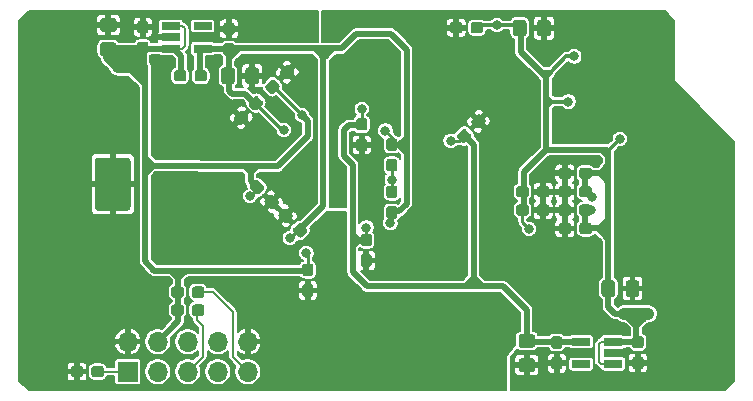
<source format=gbr>
G04 #@! TF.GenerationSoftware,KiCad,Pcbnew,(5.1.5)-3*
G04 #@! TF.CreationDate,2020-07-07T13:40:07+02:00*
G04 #@! TF.ProjectId,n64rgbv2.1,6e363472-6762-4763-922e-312e6b696361,rev?*
G04 #@! TF.SameCoordinates,Original*
G04 #@! TF.FileFunction,Copper,L2,Bot*
G04 #@! TF.FilePolarity,Positive*
%FSLAX46Y46*%
G04 Gerber Fmt 4.6, Leading zero omitted, Abs format (unit mm)*
G04 Created by KiCad (PCBNEW (5.1.5)-3) date 2020-07-07 13:40:07*
%MOMM*%
%LPD*%
G04 APERTURE LIST*
%ADD10C,0.500000*%
%ADD11C,0.100000*%
%ADD12R,1.560000X0.650000*%
%ADD13O,1.700000X1.700000*%
%ADD14R,1.700000X1.700000*%
%ADD15C,0.800000*%
%ADD16C,1.200000*%
%ADD17C,5.500000*%
%ADD18C,1.000000*%
%ADD19C,0.254000*%
%ADD20C,0.250000*%
%ADD21C,1.000000*%
%ADD22C,0.200000*%
%ADD23C,0.300000*%
G04 APERTURE END LIST*
D10*
G36*
X124523500Y-94551500D02*
G01*
X123444000Y-93472000D01*
X122364500Y-93472000D01*
X121348500Y-92456000D01*
X121348500Y-91884500D01*
X124523500Y-91884500D01*
X124523500Y-94551500D01*
G37*
X124523500Y-94551500D02*
X123444000Y-93472000D01*
X122364500Y-93472000D01*
X121348500Y-92456000D01*
X121348500Y-91884500D01*
X124523500Y-91884500D01*
X124523500Y-94551500D01*
G04 #@! TA.AperFunction,SMDPad,CuDef*
D11*
G36*
X123149405Y-100875445D02*
G01*
X123178527Y-100879764D01*
X123207085Y-100886918D01*
X123234805Y-100896836D01*
X123261419Y-100909424D01*
X123286671Y-100924559D01*
X123310318Y-100942097D01*
X123332132Y-100961868D01*
X123351903Y-100983682D01*
X123369441Y-101007329D01*
X123384576Y-101032581D01*
X123397164Y-101059195D01*
X123407082Y-101086915D01*
X123414236Y-101115473D01*
X123418555Y-101144595D01*
X123420000Y-101174000D01*
X123420000Y-105074000D01*
X123418555Y-105103405D01*
X123414236Y-105132527D01*
X123407082Y-105161085D01*
X123397164Y-105188805D01*
X123384576Y-105215419D01*
X123369441Y-105240671D01*
X123351903Y-105264318D01*
X123332132Y-105286132D01*
X123310318Y-105305903D01*
X123286671Y-105323441D01*
X123261419Y-105338576D01*
X123234805Y-105351164D01*
X123207085Y-105361082D01*
X123178527Y-105368236D01*
X123149405Y-105372555D01*
X123120000Y-105374000D01*
X120720000Y-105374000D01*
X120690595Y-105372555D01*
X120661473Y-105368236D01*
X120632915Y-105361082D01*
X120605195Y-105351164D01*
X120578581Y-105338576D01*
X120553329Y-105323441D01*
X120529682Y-105305903D01*
X120507868Y-105286132D01*
X120488097Y-105264318D01*
X120470559Y-105240671D01*
X120455424Y-105215419D01*
X120442836Y-105188805D01*
X120432918Y-105161085D01*
X120425764Y-105132527D01*
X120421445Y-105103405D01*
X120420000Y-105074000D01*
X120420000Y-101174000D01*
X120421445Y-101144595D01*
X120425764Y-101115473D01*
X120432918Y-101086915D01*
X120442836Y-101059195D01*
X120455424Y-101032581D01*
X120470559Y-101007329D01*
X120488097Y-100983682D01*
X120507868Y-100961868D01*
X120529682Y-100942097D01*
X120553329Y-100924559D01*
X120578581Y-100909424D01*
X120605195Y-100896836D01*
X120632915Y-100886918D01*
X120661473Y-100879764D01*
X120690595Y-100875445D01*
X120720000Y-100874000D01*
X123120000Y-100874000D01*
X123149405Y-100875445D01*
G37*
G04 #@! TD.AperFunction*
D12*
X161563240Y-116464040D03*
X161563240Y-118364040D03*
X164263240Y-118364040D03*
X164263240Y-117414040D03*
X164263240Y-116464040D03*
X129530920Y-91643280D03*
X129530920Y-89743280D03*
X126830920Y-89743280D03*
X126830920Y-90693280D03*
X126830920Y-91643280D03*
G04 #@! TA.AperFunction,SMDPad,CuDef*
D11*
G36*
X129455779Y-111794144D02*
G01*
X129478834Y-111797563D01*
X129501443Y-111803227D01*
X129523387Y-111811079D01*
X129544457Y-111821044D01*
X129564448Y-111833026D01*
X129583168Y-111846910D01*
X129600438Y-111862562D01*
X129616090Y-111879832D01*
X129629974Y-111898552D01*
X129641956Y-111918543D01*
X129651921Y-111939613D01*
X129659773Y-111961557D01*
X129665437Y-111984166D01*
X129668856Y-112007221D01*
X129670000Y-112030500D01*
X129670000Y-112505500D01*
X129668856Y-112528779D01*
X129665437Y-112551834D01*
X129659773Y-112574443D01*
X129651921Y-112596387D01*
X129641956Y-112617457D01*
X129629974Y-112637448D01*
X129616090Y-112656168D01*
X129600438Y-112673438D01*
X129583168Y-112689090D01*
X129564448Y-112702974D01*
X129544457Y-112714956D01*
X129523387Y-112724921D01*
X129501443Y-112732773D01*
X129478834Y-112738437D01*
X129455779Y-112741856D01*
X129432500Y-112743000D01*
X128857500Y-112743000D01*
X128834221Y-112741856D01*
X128811166Y-112738437D01*
X128788557Y-112732773D01*
X128766613Y-112724921D01*
X128745543Y-112714956D01*
X128725552Y-112702974D01*
X128706832Y-112689090D01*
X128689562Y-112673438D01*
X128673910Y-112656168D01*
X128660026Y-112637448D01*
X128648044Y-112617457D01*
X128638079Y-112596387D01*
X128630227Y-112574443D01*
X128624563Y-112551834D01*
X128621144Y-112528779D01*
X128620000Y-112505500D01*
X128620000Y-112030500D01*
X128621144Y-112007221D01*
X128624563Y-111984166D01*
X128630227Y-111961557D01*
X128638079Y-111939613D01*
X128648044Y-111918543D01*
X128660026Y-111898552D01*
X128673910Y-111879832D01*
X128689562Y-111862562D01*
X128706832Y-111846910D01*
X128725552Y-111833026D01*
X128745543Y-111821044D01*
X128766613Y-111811079D01*
X128788557Y-111803227D01*
X128811166Y-111797563D01*
X128834221Y-111794144D01*
X128857500Y-111793000D01*
X129432500Y-111793000D01*
X129455779Y-111794144D01*
G37*
G04 #@! TD.AperFunction*
G04 #@! TA.AperFunction,SMDPad,CuDef*
G36*
X127705779Y-111794144D02*
G01*
X127728834Y-111797563D01*
X127751443Y-111803227D01*
X127773387Y-111811079D01*
X127794457Y-111821044D01*
X127814448Y-111833026D01*
X127833168Y-111846910D01*
X127850438Y-111862562D01*
X127866090Y-111879832D01*
X127879974Y-111898552D01*
X127891956Y-111918543D01*
X127901921Y-111939613D01*
X127909773Y-111961557D01*
X127915437Y-111984166D01*
X127918856Y-112007221D01*
X127920000Y-112030500D01*
X127920000Y-112505500D01*
X127918856Y-112528779D01*
X127915437Y-112551834D01*
X127909773Y-112574443D01*
X127901921Y-112596387D01*
X127891956Y-112617457D01*
X127879974Y-112637448D01*
X127866090Y-112656168D01*
X127850438Y-112673438D01*
X127833168Y-112689090D01*
X127814448Y-112702974D01*
X127794457Y-112714956D01*
X127773387Y-112724921D01*
X127751443Y-112732773D01*
X127728834Y-112738437D01*
X127705779Y-112741856D01*
X127682500Y-112743000D01*
X127107500Y-112743000D01*
X127084221Y-112741856D01*
X127061166Y-112738437D01*
X127038557Y-112732773D01*
X127016613Y-112724921D01*
X126995543Y-112714956D01*
X126975552Y-112702974D01*
X126956832Y-112689090D01*
X126939562Y-112673438D01*
X126923910Y-112656168D01*
X126910026Y-112637448D01*
X126898044Y-112617457D01*
X126888079Y-112596387D01*
X126880227Y-112574443D01*
X126874563Y-112551834D01*
X126871144Y-112528779D01*
X126870000Y-112505500D01*
X126870000Y-112030500D01*
X126871144Y-112007221D01*
X126874563Y-111984166D01*
X126880227Y-111961557D01*
X126888079Y-111939613D01*
X126898044Y-111918543D01*
X126910026Y-111898552D01*
X126923910Y-111879832D01*
X126939562Y-111862562D01*
X126956832Y-111846910D01*
X126975552Y-111833026D01*
X126995543Y-111821044D01*
X127016613Y-111811079D01*
X127038557Y-111803227D01*
X127061166Y-111797563D01*
X127084221Y-111794144D01*
X127107500Y-111793000D01*
X127682500Y-111793000D01*
X127705779Y-111794144D01*
G37*
G04 #@! TD.AperFunction*
G04 #@! TA.AperFunction,SMDPad,CuDef*
G36*
X129455779Y-113318144D02*
G01*
X129478834Y-113321563D01*
X129501443Y-113327227D01*
X129523387Y-113335079D01*
X129544457Y-113345044D01*
X129564448Y-113357026D01*
X129583168Y-113370910D01*
X129600438Y-113386562D01*
X129616090Y-113403832D01*
X129629974Y-113422552D01*
X129641956Y-113442543D01*
X129651921Y-113463613D01*
X129659773Y-113485557D01*
X129665437Y-113508166D01*
X129668856Y-113531221D01*
X129670000Y-113554500D01*
X129670000Y-114029500D01*
X129668856Y-114052779D01*
X129665437Y-114075834D01*
X129659773Y-114098443D01*
X129651921Y-114120387D01*
X129641956Y-114141457D01*
X129629974Y-114161448D01*
X129616090Y-114180168D01*
X129600438Y-114197438D01*
X129583168Y-114213090D01*
X129564448Y-114226974D01*
X129544457Y-114238956D01*
X129523387Y-114248921D01*
X129501443Y-114256773D01*
X129478834Y-114262437D01*
X129455779Y-114265856D01*
X129432500Y-114267000D01*
X128857500Y-114267000D01*
X128834221Y-114265856D01*
X128811166Y-114262437D01*
X128788557Y-114256773D01*
X128766613Y-114248921D01*
X128745543Y-114238956D01*
X128725552Y-114226974D01*
X128706832Y-114213090D01*
X128689562Y-114197438D01*
X128673910Y-114180168D01*
X128660026Y-114161448D01*
X128648044Y-114141457D01*
X128638079Y-114120387D01*
X128630227Y-114098443D01*
X128624563Y-114075834D01*
X128621144Y-114052779D01*
X128620000Y-114029500D01*
X128620000Y-113554500D01*
X128621144Y-113531221D01*
X128624563Y-113508166D01*
X128630227Y-113485557D01*
X128638079Y-113463613D01*
X128648044Y-113442543D01*
X128660026Y-113422552D01*
X128673910Y-113403832D01*
X128689562Y-113386562D01*
X128706832Y-113370910D01*
X128725552Y-113357026D01*
X128745543Y-113345044D01*
X128766613Y-113335079D01*
X128788557Y-113327227D01*
X128811166Y-113321563D01*
X128834221Y-113318144D01*
X128857500Y-113317000D01*
X129432500Y-113317000D01*
X129455779Y-113318144D01*
G37*
G04 #@! TD.AperFunction*
G04 #@! TA.AperFunction,SMDPad,CuDef*
G36*
X127705779Y-113318144D02*
G01*
X127728834Y-113321563D01*
X127751443Y-113327227D01*
X127773387Y-113335079D01*
X127794457Y-113345044D01*
X127814448Y-113357026D01*
X127833168Y-113370910D01*
X127850438Y-113386562D01*
X127866090Y-113403832D01*
X127879974Y-113422552D01*
X127891956Y-113442543D01*
X127901921Y-113463613D01*
X127909773Y-113485557D01*
X127915437Y-113508166D01*
X127918856Y-113531221D01*
X127920000Y-113554500D01*
X127920000Y-114029500D01*
X127918856Y-114052779D01*
X127915437Y-114075834D01*
X127909773Y-114098443D01*
X127901921Y-114120387D01*
X127891956Y-114141457D01*
X127879974Y-114161448D01*
X127866090Y-114180168D01*
X127850438Y-114197438D01*
X127833168Y-114213090D01*
X127814448Y-114226974D01*
X127794457Y-114238956D01*
X127773387Y-114248921D01*
X127751443Y-114256773D01*
X127728834Y-114262437D01*
X127705779Y-114265856D01*
X127682500Y-114267000D01*
X127107500Y-114267000D01*
X127084221Y-114265856D01*
X127061166Y-114262437D01*
X127038557Y-114256773D01*
X127016613Y-114248921D01*
X126995543Y-114238956D01*
X126975552Y-114226974D01*
X126956832Y-114213090D01*
X126939562Y-114197438D01*
X126923910Y-114180168D01*
X126910026Y-114161448D01*
X126898044Y-114141457D01*
X126888079Y-114120387D01*
X126880227Y-114098443D01*
X126874563Y-114075834D01*
X126871144Y-114052779D01*
X126870000Y-114029500D01*
X126870000Y-113554500D01*
X126871144Y-113531221D01*
X126874563Y-113508166D01*
X126880227Y-113485557D01*
X126888079Y-113463613D01*
X126898044Y-113442543D01*
X126910026Y-113422552D01*
X126923910Y-113403832D01*
X126939562Y-113386562D01*
X126956832Y-113370910D01*
X126975552Y-113357026D01*
X126995543Y-113345044D01*
X127016613Y-113335079D01*
X127038557Y-113327227D01*
X127061166Y-113321563D01*
X127084221Y-113318144D01*
X127107500Y-113317000D01*
X127682500Y-113317000D01*
X127705779Y-113318144D01*
G37*
G04 #@! TD.AperFunction*
G04 #@! TA.AperFunction,SMDPad,CuDef*
G36*
X120946779Y-118525144D02*
G01*
X120969834Y-118528563D01*
X120992443Y-118534227D01*
X121014387Y-118542079D01*
X121035457Y-118552044D01*
X121055448Y-118564026D01*
X121074168Y-118577910D01*
X121091438Y-118593562D01*
X121107090Y-118610832D01*
X121120974Y-118629552D01*
X121132956Y-118649543D01*
X121142921Y-118670613D01*
X121150773Y-118692557D01*
X121156437Y-118715166D01*
X121159856Y-118738221D01*
X121161000Y-118761500D01*
X121161000Y-119236500D01*
X121159856Y-119259779D01*
X121156437Y-119282834D01*
X121150773Y-119305443D01*
X121142921Y-119327387D01*
X121132956Y-119348457D01*
X121120974Y-119368448D01*
X121107090Y-119387168D01*
X121091438Y-119404438D01*
X121074168Y-119420090D01*
X121055448Y-119433974D01*
X121035457Y-119445956D01*
X121014387Y-119455921D01*
X120992443Y-119463773D01*
X120969834Y-119469437D01*
X120946779Y-119472856D01*
X120923500Y-119474000D01*
X120348500Y-119474000D01*
X120325221Y-119472856D01*
X120302166Y-119469437D01*
X120279557Y-119463773D01*
X120257613Y-119455921D01*
X120236543Y-119445956D01*
X120216552Y-119433974D01*
X120197832Y-119420090D01*
X120180562Y-119404438D01*
X120164910Y-119387168D01*
X120151026Y-119368448D01*
X120139044Y-119348457D01*
X120129079Y-119327387D01*
X120121227Y-119305443D01*
X120115563Y-119282834D01*
X120112144Y-119259779D01*
X120111000Y-119236500D01*
X120111000Y-118761500D01*
X120112144Y-118738221D01*
X120115563Y-118715166D01*
X120121227Y-118692557D01*
X120129079Y-118670613D01*
X120139044Y-118649543D01*
X120151026Y-118629552D01*
X120164910Y-118610832D01*
X120180562Y-118593562D01*
X120197832Y-118577910D01*
X120216552Y-118564026D01*
X120236543Y-118552044D01*
X120257613Y-118542079D01*
X120279557Y-118534227D01*
X120302166Y-118528563D01*
X120325221Y-118525144D01*
X120348500Y-118524000D01*
X120923500Y-118524000D01*
X120946779Y-118525144D01*
G37*
G04 #@! TD.AperFunction*
G04 #@! TA.AperFunction,SMDPad,CuDef*
G36*
X119196779Y-118525144D02*
G01*
X119219834Y-118528563D01*
X119242443Y-118534227D01*
X119264387Y-118542079D01*
X119285457Y-118552044D01*
X119305448Y-118564026D01*
X119324168Y-118577910D01*
X119341438Y-118593562D01*
X119357090Y-118610832D01*
X119370974Y-118629552D01*
X119382956Y-118649543D01*
X119392921Y-118670613D01*
X119400773Y-118692557D01*
X119406437Y-118715166D01*
X119409856Y-118738221D01*
X119411000Y-118761500D01*
X119411000Y-119236500D01*
X119409856Y-119259779D01*
X119406437Y-119282834D01*
X119400773Y-119305443D01*
X119392921Y-119327387D01*
X119382956Y-119348457D01*
X119370974Y-119368448D01*
X119357090Y-119387168D01*
X119341438Y-119404438D01*
X119324168Y-119420090D01*
X119305448Y-119433974D01*
X119285457Y-119445956D01*
X119264387Y-119455921D01*
X119242443Y-119463773D01*
X119219834Y-119469437D01*
X119196779Y-119472856D01*
X119173500Y-119474000D01*
X118598500Y-119474000D01*
X118575221Y-119472856D01*
X118552166Y-119469437D01*
X118529557Y-119463773D01*
X118507613Y-119455921D01*
X118486543Y-119445956D01*
X118466552Y-119433974D01*
X118447832Y-119420090D01*
X118430562Y-119404438D01*
X118414910Y-119387168D01*
X118401026Y-119368448D01*
X118389044Y-119348457D01*
X118379079Y-119327387D01*
X118371227Y-119305443D01*
X118365563Y-119282834D01*
X118362144Y-119259779D01*
X118361000Y-119236500D01*
X118361000Y-118761500D01*
X118362144Y-118738221D01*
X118365563Y-118715166D01*
X118371227Y-118692557D01*
X118379079Y-118670613D01*
X118389044Y-118649543D01*
X118401026Y-118629552D01*
X118414910Y-118610832D01*
X118430562Y-118593562D01*
X118447832Y-118577910D01*
X118466552Y-118564026D01*
X118486543Y-118552044D01*
X118507613Y-118542079D01*
X118529557Y-118534227D01*
X118552166Y-118528563D01*
X118575221Y-118525144D01*
X118598500Y-118524000D01*
X119173500Y-118524000D01*
X119196779Y-118525144D01*
G37*
G04 #@! TD.AperFunction*
G04 #@! TA.AperFunction,SMDPad,CuDef*
G36*
X129679199Y-93485824D02*
G01*
X129702254Y-93489243D01*
X129724863Y-93494907D01*
X129746807Y-93502759D01*
X129767877Y-93512724D01*
X129787868Y-93524706D01*
X129806588Y-93538590D01*
X129823858Y-93554242D01*
X129839510Y-93571512D01*
X129853394Y-93590232D01*
X129865376Y-93610223D01*
X129875341Y-93631293D01*
X129883193Y-93653237D01*
X129888857Y-93675846D01*
X129892276Y-93698901D01*
X129893420Y-93722180D01*
X129893420Y-94197180D01*
X129892276Y-94220459D01*
X129888857Y-94243514D01*
X129883193Y-94266123D01*
X129875341Y-94288067D01*
X129865376Y-94309137D01*
X129853394Y-94329128D01*
X129839510Y-94347848D01*
X129823858Y-94365118D01*
X129806588Y-94380770D01*
X129787868Y-94394654D01*
X129767877Y-94406636D01*
X129746807Y-94416601D01*
X129724863Y-94424453D01*
X129702254Y-94430117D01*
X129679199Y-94433536D01*
X129655920Y-94434680D01*
X129080920Y-94434680D01*
X129057641Y-94433536D01*
X129034586Y-94430117D01*
X129011977Y-94424453D01*
X128990033Y-94416601D01*
X128968963Y-94406636D01*
X128948972Y-94394654D01*
X128930252Y-94380770D01*
X128912982Y-94365118D01*
X128897330Y-94347848D01*
X128883446Y-94329128D01*
X128871464Y-94309137D01*
X128861499Y-94288067D01*
X128853647Y-94266123D01*
X128847983Y-94243514D01*
X128844564Y-94220459D01*
X128843420Y-94197180D01*
X128843420Y-93722180D01*
X128844564Y-93698901D01*
X128847983Y-93675846D01*
X128853647Y-93653237D01*
X128861499Y-93631293D01*
X128871464Y-93610223D01*
X128883446Y-93590232D01*
X128897330Y-93571512D01*
X128912982Y-93554242D01*
X128930252Y-93538590D01*
X128948972Y-93524706D01*
X128968963Y-93512724D01*
X128990033Y-93502759D01*
X129011977Y-93494907D01*
X129034586Y-93489243D01*
X129057641Y-93485824D01*
X129080920Y-93484680D01*
X129655920Y-93484680D01*
X129679199Y-93485824D01*
G37*
G04 #@! TD.AperFunction*
G04 #@! TA.AperFunction,SMDPad,CuDef*
G36*
X127929199Y-93485824D02*
G01*
X127952254Y-93489243D01*
X127974863Y-93494907D01*
X127996807Y-93502759D01*
X128017877Y-93512724D01*
X128037868Y-93524706D01*
X128056588Y-93538590D01*
X128073858Y-93554242D01*
X128089510Y-93571512D01*
X128103394Y-93590232D01*
X128115376Y-93610223D01*
X128125341Y-93631293D01*
X128133193Y-93653237D01*
X128138857Y-93675846D01*
X128142276Y-93698901D01*
X128143420Y-93722180D01*
X128143420Y-94197180D01*
X128142276Y-94220459D01*
X128138857Y-94243514D01*
X128133193Y-94266123D01*
X128125341Y-94288067D01*
X128115376Y-94309137D01*
X128103394Y-94329128D01*
X128089510Y-94347848D01*
X128073858Y-94365118D01*
X128056588Y-94380770D01*
X128037868Y-94394654D01*
X128017877Y-94406636D01*
X127996807Y-94416601D01*
X127974863Y-94424453D01*
X127952254Y-94430117D01*
X127929199Y-94433536D01*
X127905920Y-94434680D01*
X127330920Y-94434680D01*
X127307641Y-94433536D01*
X127284586Y-94430117D01*
X127261977Y-94424453D01*
X127240033Y-94416601D01*
X127218963Y-94406636D01*
X127198972Y-94394654D01*
X127180252Y-94380770D01*
X127162982Y-94365118D01*
X127147330Y-94347848D01*
X127133446Y-94329128D01*
X127121464Y-94309137D01*
X127111499Y-94288067D01*
X127103647Y-94266123D01*
X127097983Y-94243514D01*
X127094564Y-94220459D01*
X127093420Y-94197180D01*
X127093420Y-93722180D01*
X127094564Y-93698901D01*
X127097983Y-93675846D01*
X127103647Y-93653237D01*
X127111499Y-93631293D01*
X127121464Y-93610223D01*
X127133446Y-93590232D01*
X127147330Y-93571512D01*
X127162982Y-93554242D01*
X127180252Y-93538590D01*
X127198972Y-93524706D01*
X127218963Y-93512724D01*
X127240033Y-93502759D01*
X127261977Y-93494907D01*
X127284586Y-93489243D01*
X127307641Y-93485824D01*
X127330920Y-93484680D01*
X127905920Y-93484680D01*
X127929199Y-93485824D01*
G37*
G04 #@! TD.AperFunction*
G04 #@! TA.AperFunction,SMDPad,CuDef*
G36*
X159772779Y-117765184D02*
G01*
X159795834Y-117768603D01*
X159818443Y-117774267D01*
X159840387Y-117782119D01*
X159861457Y-117792084D01*
X159881448Y-117804066D01*
X159900168Y-117817950D01*
X159917438Y-117833602D01*
X159933090Y-117850872D01*
X159946974Y-117869592D01*
X159958956Y-117889583D01*
X159968921Y-117910653D01*
X159976773Y-117932597D01*
X159982437Y-117955206D01*
X159985856Y-117978261D01*
X159987000Y-118001540D01*
X159987000Y-118576540D01*
X159985856Y-118599819D01*
X159982437Y-118622874D01*
X159976773Y-118645483D01*
X159968921Y-118667427D01*
X159958956Y-118688497D01*
X159946974Y-118708488D01*
X159933090Y-118727208D01*
X159917438Y-118744478D01*
X159900168Y-118760130D01*
X159881448Y-118774014D01*
X159861457Y-118785996D01*
X159840387Y-118795961D01*
X159818443Y-118803813D01*
X159795834Y-118809477D01*
X159772779Y-118812896D01*
X159749500Y-118814040D01*
X159274500Y-118814040D01*
X159251221Y-118812896D01*
X159228166Y-118809477D01*
X159205557Y-118803813D01*
X159183613Y-118795961D01*
X159162543Y-118785996D01*
X159142552Y-118774014D01*
X159123832Y-118760130D01*
X159106562Y-118744478D01*
X159090910Y-118727208D01*
X159077026Y-118708488D01*
X159065044Y-118688497D01*
X159055079Y-118667427D01*
X159047227Y-118645483D01*
X159041563Y-118622874D01*
X159038144Y-118599819D01*
X159037000Y-118576540D01*
X159037000Y-118001540D01*
X159038144Y-117978261D01*
X159041563Y-117955206D01*
X159047227Y-117932597D01*
X159055079Y-117910653D01*
X159065044Y-117889583D01*
X159077026Y-117869592D01*
X159090910Y-117850872D01*
X159106562Y-117833602D01*
X159123832Y-117817950D01*
X159142552Y-117804066D01*
X159162543Y-117792084D01*
X159183613Y-117782119D01*
X159205557Y-117774267D01*
X159228166Y-117768603D01*
X159251221Y-117765184D01*
X159274500Y-117764040D01*
X159749500Y-117764040D01*
X159772779Y-117765184D01*
G37*
G04 #@! TD.AperFunction*
G04 #@! TA.AperFunction,SMDPad,CuDef*
G36*
X159772779Y-116015184D02*
G01*
X159795834Y-116018603D01*
X159818443Y-116024267D01*
X159840387Y-116032119D01*
X159861457Y-116042084D01*
X159881448Y-116054066D01*
X159900168Y-116067950D01*
X159917438Y-116083602D01*
X159933090Y-116100872D01*
X159946974Y-116119592D01*
X159958956Y-116139583D01*
X159968921Y-116160653D01*
X159976773Y-116182597D01*
X159982437Y-116205206D01*
X159985856Y-116228261D01*
X159987000Y-116251540D01*
X159987000Y-116826540D01*
X159985856Y-116849819D01*
X159982437Y-116872874D01*
X159976773Y-116895483D01*
X159968921Y-116917427D01*
X159958956Y-116938497D01*
X159946974Y-116958488D01*
X159933090Y-116977208D01*
X159917438Y-116994478D01*
X159900168Y-117010130D01*
X159881448Y-117024014D01*
X159861457Y-117035996D01*
X159840387Y-117045961D01*
X159818443Y-117053813D01*
X159795834Y-117059477D01*
X159772779Y-117062896D01*
X159749500Y-117064040D01*
X159274500Y-117064040D01*
X159251221Y-117062896D01*
X159228166Y-117059477D01*
X159205557Y-117053813D01*
X159183613Y-117045961D01*
X159162543Y-117035996D01*
X159142552Y-117024014D01*
X159123832Y-117010130D01*
X159106562Y-116994478D01*
X159090910Y-116977208D01*
X159077026Y-116958488D01*
X159065044Y-116938497D01*
X159055079Y-116917427D01*
X159047227Y-116895483D01*
X159041563Y-116872874D01*
X159038144Y-116849819D01*
X159037000Y-116826540D01*
X159037000Y-116251540D01*
X159038144Y-116228261D01*
X159041563Y-116205206D01*
X159047227Y-116182597D01*
X159055079Y-116160653D01*
X159065044Y-116139583D01*
X159077026Y-116119592D01*
X159090910Y-116100872D01*
X159106562Y-116083602D01*
X159123832Y-116067950D01*
X159142552Y-116054066D01*
X159162543Y-116042084D01*
X159183613Y-116032119D01*
X159205557Y-116024267D01*
X159228166Y-116018603D01*
X159251221Y-116015184D01*
X159274500Y-116014040D01*
X159749500Y-116014040D01*
X159772779Y-116015184D01*
G37*
G04 #@! TD.AperFunction*
G04 #@! TA.AperFunction,SMDPad,CuDef*
G36*
X166646019Y-117739684D02*
G01*
X166669074Y-117743103D01*
X166691683Y-117748767D01*
X166713627Y-117756619D01*
X166734697Y-117766584D01*
X166754688Y-117778566D01*
X166773408Y-117792450D01*
X166790678Y-117808102D01*
X166806330Y-117825372D01*
X166820214Y-117844092D01*
X166832196Y-117864083D01*
X166842161Y-117885153D01*
X166850013Y-117907097D01*
X166855677Y-117929706D01*
X166859096Y-117952761D01*
X166860240Y-117976040D01*
X166860240Y-118551040D01*
X166859096Y-118574319D01*
X166855677Y-118597374D01*
X166850013Y-118619983D01*
X166842161Y-118641927D01*
X166832196Y-118662997D01*
X166820214Y-118682988D01*
X166806330Y-118701708D01*
X166790678Y-118718978D01*
X166773408Y-118734630D01*
X166754688Y-118748514D01*
X166734697Y-118760496D01*
X166713627Y-118770461D01*
X166691683Y-118778313D01*
X166669074Y-118783977D01*
X166646019Y-118787396D01*
X166622740Y-118788540D01*
X166147740Y-118788540D01*
X166124461Y-118787396D01*
X166101406Y-118783977D01*
X166078797Y-118778313D01*
X166056853Y-118770461D01*
X166035783Y-118760496D01*
X166015792Y-118748514D01*
X165997072Y-118734630D01*
X165979802Y-118718978D01*
X165964150Y-118701708D01*
X165950266Y-118682988D01*
X165938284Y-118662997D01*
X165928319Y-118641927D01*
X165920467Y-118619983D01*
X165914803Y-118597374D01*
X165911384Y-118574319D01*
X165910240Y-118551040D01*
X165910240Y-117976040D01*
X165911384Y-117952761D01*
X165914803Y-117929706D01*
X165920467Y-117907097D01*
X165928319Y-117885153D01*
X165938284Y-117864083D01*
X165950266Y-117844092D01*
X165964150Y-117825372D01*
X165979802Y-117808102D01*
X165997072Y-117792450D01*
X166015792Y-117778566D01*
X166035783Y-117766584D01*
X166056853Y-117756619D01*
X166078797Y-117748767D01*
X166101406Y-117743103D01*
X166124461Y-117739684D01*
X166147740Y-117738540D01*
X166622740Y-117738540D01*
X166646019Y-117739684D01*
G37*
G04 #@! TD.AperFunction*
G04 #@! TA.AperFunction,SMDPad,CuDef*
G36*
X166646019Y-115989684D02*
G01*
X166669074Y-115993103D01*
X166691683Y-115998767D01*
X166713627Y-116006619D01*
X166734697Y-116016584D01*
X166754688Y-116028566D01*
X166773408Y-116042450D01*
X166790678Y-116058102D01*
X166806330Y-116075372D01*
X166820214Y-116094092D01*
X166832196Y-116114083D01*
X166842161Y-116135153D01*
X166850013Y-116157097D01*
X166855677Y-116179706D01*
X166859096Y-116202761D01*
X166860240Y-116226040D01*
X166860240Y-116801040D01*
X166859096Y-116824319D01*
X166855677Y-116847374D01*
X166850013Y-116869983D01*
X166842161Y-116891927D01*
X166832196Y-116912997D01*
X166820214Y-116932988D01*
X166806330Y-116951708D01*
X166790678Y-116968978D01*
X166773408Y-116984630D01*
X166754688Y-116998514D01*
X166734697Y-117010496D01*
X166713627Y-117020461D01*
X166691683Y-117028313D01*
X166669074Y-117033977D01*
X166646019Y-117037396D01*
X166622740Y-117038540D01*
X166147740Y-117038540D01*
X166124461Y-117037396D01*
X166101406Y-117033977D01*
X166078797Y-117028313D01*
X166056853Y-117020461D01*
X166035783Y-117010496D01*
X166015792Y-116998514D01*
X165997072Y-116984630D01*
X165979802Y-116968978D01*
X165964150Y-116951708D01*
X165950266Y-116932988D01*
X165938284Y-116912997D01*
X165928319Y-116891927D01*
X165920467Y-116869983D01*
X165914803Y-116847374D01*
X165911384Y-116824319D01*
X165910240Y-116801040D01*
X165910240Y-116226040D01*
X165911384Y-116202761D01*
X165914803Y-116179706D01*
X165920467Y-116157097D01*
X165928319Y-116135153D01*
X165938284Y-116114083D01*
X165950266Y-116094092D01*
X165964150Y-116075372D01*
X165979802Y-116058102D01*
X165997072Y-116042450D01*
X166015792Y-116028566D01*
X166035783Y-116016584D01*
X166056853Y-116006619D01*
X166078797Y-115998767D01*
X166101406Y-115993103D01*
X166124461Y-115989684D01*
X166147740Y-115988540D01*
X166622740Y-115988540D01*
X166646019Y-115989684D01*
G37*
G04 #@! TD.AperFunction*
G04 #@! TA.AperFunction,SMDPad,CuDef*
G36*
X132015659Y-89446684D02*
G01*
X132038714Y-89450103D01*
X132061323Y-89455767D01*
X132083267Y-89463619D01*
X132104337Y-89473584D01*
X132124328Y-89485566D01*
X132143048Y-89499450D01*
X132160318Y-89515102D01*
X132175970Y-89532372D01*
X132189854Y-89551092D01*
X132201836Y-89571083D01*
X132211801Y-89592153D01*
X132219653Y-89614097D01*
X132225317Y-89636706D01*
X132228736Y-89659761D01*
X132229880Y-89683040D01*
X132229880Y-90258040D01*
X132228736Y-90281319D01*
X132225317Y-90304374D01*
X132219653Y-90326983D01*
X132211801Y-90348927D01*
X132201836Y-90369997D01*
X132189854Y-90389988D01*
X132175970Y-90408708D01*
X132160318Y-90425978D01*
X132143048Y-90441630D01*
X132124328Y-90455514D01*
X132104337Y-90467496D01*
X132083267Y-90477461D01*
X132061323Y-90485313D01*
X132038714Y-90490977D01*
X132015659Y-90494396D01*
X131992380Y-90495540D01*
X131517380Y-90495540D01*
X131494101Y-90494396D01*
X131471046Y-90490977D01*
X131448437Y-90485313D01*
X131426493Y-90477461D01*
X131405423Y-90467496D01*
X131385432Y-90455514D01*
X131366712Y-90441630D01*
X131349442Y-90425978D01*
X131333790Y-90408708D01*
X131319906Y-90389988D01*
X131307924Y-90369997D01*
X131297959Y-90348927D01*
X131290107Y-90326983D01*
X131284443Y-90304374D01*
X131281024Y-90281319D01*
X131279880Y-90258040D01*
X131279880Y-89683040D01*
X131281024Y-89659761D01*
X131284443Y-89636706D01*
X131290107Y-89614097D01*
X131297959Y-89592153D01*
X131307924Y-89571083D01*
X131319906Y-89551092D01*
X131333790Y-89532372D01*
X131349442Y-89515102D01*
X131366712Y-89499450D01*
X131385432Y-89485566D01*
X131405423Y-89473584D01*
X131426493Y-89463619D01*
X131448437Y-89455767D01*
X131471046Y-89450103D01*
X131494101Y-89446684D01*
X131517380Y-89445540D01*
X131992380Y-89445540D01*
X132015659Y-89446684D01*
G37*
G04 #@! TD.AperFunction*
G04 #@! TA.AperFunction,SMDPad,CuDef*
G36*
X132015659Y-91196684D02*
G01*
X132038714Y-91200103D01*
X132061323Y-91205767D01*
X132083267Y-91213619D01*
X132104337Y-91223584D01*
X132124328Y-91235566D01*
X132143048Y-91249450D01*
X132160318Y-91265102D01*
X132175970Y-91282372D01*
X132189854Y-91301092D01*
X132201836Y-91321083D01*
X132211801Y-91342153D01*
X132219653Y-91364097D01*
X132225317Y-91386706D01*
X132228736Y-91409761D01*
X132229880Y-91433040D01*
X132229880Y-92008040D01*
X132228736Y-92031319D01*
X132225317Y-92054374D01*
X132219653Y-92076983D01*
X132211801Y-92098927D01*
X132201836Y-92119997D01*
X132189854Y-92139988D01*
X132175970Y-92158708D01*
X132160318Y-92175978D01*
X132143048Y-92191630D01*
X132124328Y-92205514D01*
X132104337Y-92217496D01*
X132083267Y-92227461D01*
X132061323Y-92235313D01*
X132038714Y-92240977D01*
X132015659Y-92244396D01*
X131992380Y-92245540D01*
X131517380Y-92245540D01*
X131494101Y-92244396D01*
X131471046Y-92240977D01*
X131448437Y-92235313D01*
X131426493Y-92227461D01*
X131405423Y-92217496D01*
X131385432Y-92205514D01*
X131366712Y-92191630D01*
X131349442Y-92175978D01*
X131333790Y-92158708D01*
X131319906Y-92139988D01*
X131307924Y-92119997D01*
X131297959Y-92098927D01*
X131290107Y-92076983D01*
X131284443Y-92054374D01*
X131281024Y-92031319D01*
X131279880Y-92008040D01*
X131279880Y-91433040D01*
X131281024Y-91409761D01*
X131284443Y-91386706D01*
X131290107Y-91364097D01*
X131297959Y-91342153D01*
X131307924Y-91321083D01*
X131319906Y-91301092D01*
X131333790Y-91282372D01*
X131349442Y-91265102D01*
X131366712Y-91249450D01*
X131385432Y-91235566D01*
X131405423Y-91223584D01*
X131426493Y-91213619D01*
X131448437Y-91205767D01*
X131471046Y-91200103D01*
X131494101Y-91196684D01*
X131517380Y-91195540D01*
X131992380Y-91195540D01*
X132015659Y-91196684D01*
G37*
G04 #@! TD.AperFunction*
G04 #@! TA.AperFunction,SMDPad,CuDef*
G36*
X124720779Y-89309624D02*
G01*
X124743834Y-89313043D01*
X124766443Y-89318707D01*
X124788387Y-89326559D01*
X124809457Y-89336524D01*
X124829448Y-89348506D01*
X124848168Y-89362390D01*
X124865438Y-89378042D01*
X124881090Y-89395312D01*
X124894974Y-89414032D01*
X124906956Y-89434023D01*
X124916921Y-89455093D01*
X124924773Y-89477037D01*
X124930437Y-89499646D01*
X124933856Y-89522701D01*
X124935000Y-89545980D01*
X124935000Y-90120980D01*
X124933856Y-90144259D01*
X124930437Y-90167314D01*
X124924773Y-90189923D01*
X124916921Y-90211867D01*
X124906956Y-90232937D01*
X124894974Y-90252928D01*
X124881090Y-90271648D01*
X124865438Y-90288918D01*
X124848168Y-90304570D01*
X124829448Y-90318454D01*
X124809457Y-90330436D01*
X124788387Y-90340401D01*
X124766443Y-90348253D01*
X124743834Y-90353917D01*
X124720779Y-90357336D01*
X124697500Y-90358480D01*
X124222500Y-90358480D01*
X124199221Y-90357336D01*
X124176166Y-90353917D01*
X124153557Y-90348253D01*
X124131613Y-90340401D01*
X124110543Y-90330436D01*
X124090552Y-90318454D01*
X124071832Y-90304570D01*
X124054562Y-90288918D01*
X124038910Y-90271648D01*
X124025026Y-90252928D01*
X124013044Y-90232937D01*
X124003079Y-90211867D01*
X123995227Y-90189923D01*
X123989563Y-90167314D01*
X123986144Y-90144259D01*
X123985000Y-90120980D01*
X123985000Y-89545980D01*
X123986144Y-89522701D01*
X123989563Y-89499646D01*
X123995227Y-89477037D01*
X124003079Y-89455093D01*
X124013044Y-89434023D01*
X124025026Y-89414032D01*
X124038910Y-89395312D01*
X124054562Y-89378042D01*
X124071832Y-89362390D01*
X124090552Y-89348506D01*
X124110543Y-89336524D01*
X124131613Y-89326559D01*
X124153557Y-89318707D01*
X124176166Y-89313043D01*
X124199221Y-89309624D01*
X124222500Y-89308480D01*
X124697500Y-89308480D01*
X124720779Y-89309624D01*
G37*
G04 #@! TD.AperFunction*
G04 #@! TA.AperFunction,SMDPad,CuDef*
G36*
X124720779Y-91059624D02*
G01*
X124743834Y-91063043D01*
X124766443Y-91068707D01*
X124788387Y-91076559D01*
X124809457Y-91086524D01*
X124829448Y-91098506D01*
X124848168Y-91112390D01*
X124865438Y-91128042D01*
X124881090Y-91145312D01*
X124894974Y-91164032D01*
X124906956Y-91184023D01*
X124916921Y-91205093D01*
X124924773Y-91227037D01*
X124930437Y-91249646D01*
X124933856Y-91272701D01*
X124935000Y-91295980D01*
X124935000Y-91870980D01*
X124933856Y-91894259D01*
X124930437Y-91917314D01*
X124924773Y-91939923D01*
X124916921Y-91961867D01*
X124906956Y-91982937D01*
X124894974Y-92002928D01*
X124881090Y-92021648D01*
X124865438Y-92038918D01*
X124848168Y-92054570D01*
X124829448Y-92068454D01*
X124809457Y-92080436D01*
X124788387Y-92090401D01*
X124766443Y-92098253D01*
X124743834Y-92103917D01*
X124720779Y-92107336D01*
X124697500Y-92108480D01*
X124222500Y-92108480D01*
X124199221Y-92107336D01*
X124176166Y-92103917D01*
X124153557Y-92098253D01*
X124131613Y-92090401D01*
X124110543Y-92080436D01*
X124090552Y-92068454D01*
X124071832Y-92054570D01*
X124054562Y-92038918D01*
X124038910Y-92021648D01*
X124025026Y-92002928D01*
X124013044Y-91982937D01*
X124003079Y-91961867D01*
X123995227Y-91939923D01*
X123989563Y-91917314D01*
X123986144Y-91894259D01*
X123985000Y-91870980D01*
X123985000Y-91295980D01*
X123986144Y-91272701D01*
X123989563Y-91249646D01*
X123995227Y-91227037D01*
X124003079Y-91205093D01*
X124013044Y-91184023D01*
X124025026Y-91164032D01*
X124038910Y-91145312D01*
X124054562Y-91128042D01*
X124071832Y-91112390D01*
X124090552Y-91098506D01*
X124110543Y-91086524D01*
X124131613Y-91076559D01*
X124153557Y-91068707D01*
X124176166Y-91063043D01*
X124199221Y-91059624D01*
X124222500Y-91058480D01*
X124697500Y-91058480D01*
X124720779Y-91059624D01*
G37*
G04 #@! TD.AperFunction*
G04 #@! TA.AperFunction,SMDPad,CuDef*
G36*
X151302279Y-89409124D02*
G01*
X151325334Y-89412543D01*
X151347943Y-89418207D01*
X151369887Y-89426059D01*
X151390957Y-89436024D01*
X151410948Y-89448006D01*
X151429668Y-89461890D01*
X151446938Y-89477542D01*
X151462590Y-89494812D01*
X151476474Y-89513532D01*
X151488456Y-89533523D01*
X151498421Y-89554593D01*
X151506273Y-89576537D01*
X151511937Y-89599146D01*
X151515356Y-89622201D01*
X151516500Y-89645480D01*
X151516500Y-90120480D01*
X151515356Y-90143759D01*
X151511937Y-90166814D01*
X151506273Y-90189423D01*
X151498421Y-90211367D01*
X151488456Y-90232437D01*
X151476474Y-90252428D01*
X151462590Y-90271148D01*
X151446938Y-90288418D01*
X151429668Y-90304070D01*
X151410948Y-90317954D01*
X151390957Y-90329936D01*
X151369887Y-90339901D01*
X151347943Y-90347753D01*
X151325334Y-90353417D01*
X151302279Y-90356836D01*
X151279000Y-90357980D01*
X150704000Y-90357980D01*
X150680721Y-90356836D01*
X150657666Y-90353417D01*
X150635057Y-90347753D01*
X150613113Y-90339901D01*
X150592043Y-90329936D01*
X150572052Y-90317954D01*
X150553332Y-90304070D01*
X150536062Y-90288418D01*
X150520410Y-90271148D01*
X150506526Y-90252428D01*
X150494544Y-90232437D01*
X150484579Y-90211367D01*
X150476727Y-90189423D01*
X150471063Y-90166814D01*
X150467644Y-90143759D01*
X150466500Y-90120480D01*
X150466500Y-89645480D01*
X150467644Y-89622201D01*
X150471063Y-89599146D01*
X150476727Y-89576537D01*
X150484579Y-89554593D01*
X150494544Y-89533523D01*
X150506526Y-89513532D01*
X150520410Y-89494812D01*
X150536062Y-89477542D01*
X150553332Y-89461890D01*
X150572052Y-89448006D01*
X150592043Y-89436024D01*
X150613113Y-89426059D01*
X150635057Y-89418207D01*
X150657666Y-89412543D01*
X150680721Y-89409124D01*
X150704000Y-89407980D01*
X151279000Y-89407980D01*
X151302279Y-89409124D01*
G37*
G04 #@! TD.AperFunction*
G04 #@! TA.AperFunction,SMDPad,CuDef*
G36*
X153052279Y-89409124D02*
G01*
X153075334Y-89412543D01*
X153097943Y-89418207D01*
X153119887Y-89426059D01*
X153140957Y-89436024D01*
X153160948Y-89448006D01*
X153179668Y-89461890D01*
X153196938Y-89477542D01*
X153212590Y-89494812D01*
X153226474Y-89513532D01*
X153238456Y-89533523D01*
X153248421Y-89554593D01*
X153256273Y-89576537D01*
X153261937Y-89599146D01*
X153265356Y-89622201D01*
X153266500Y-89645480D01*
X153266500Y-90120480D01*
X153265356Y-90143759D01*
X153261937Y-90166814D01*
X153256273Y-90189423D01*
X153248421Y-90211367D01*
X153238456Y-90232437D01*
X153226474Y-90252428D01*
X153212590Y-90271148D01*
X153196938Y-90288418D01*
X153179668Y-90304070D01*
X153160948Y-90317954D01*
X153140957Y-90329936D01*
X153119887Y-90339901D01*
X153097943Y-90347753D01*
X153075334Y-90353417D01*
X153052279Y-90356836D01*
X153029000Y-90357980D01*
X152454000Y-90357980D01*
X152430721Y-90356836D01*
X152407666Y-90353417D01*
X152385057Y-90347753D01*
X152363113Y-90339901D01*
X152342043Y-90329936D01*
X152322052Y-90317954D01*
X152303332Y-90304070D01*
X152286062Y-90288418D01*
X152270410Y-90271148D01*
X152256526Y-90252428D01*
X152244544Y-90232437D01*
X152234579Y-90211367D01*
X152226727Y-90189423D01*
X152221063Y-90166814D01*
X152217644Y-90143759D01*
X152216500Y-90120480D01*
X152216500Y-89645480D01*
X152217644Y-89622201D01*
X152221063Y-89599146D01*
X152226727Y-89576537D01*
X152234579Y-89554593D01*
X152244544Y-89533523D01*
X152256526Y-89513532D01*
X152270410Y-89494812D01*
X152286062Y-89477542D01*
X152303332Y-89461890D01*
X152322052Y-89448006D01*
X152342043Y-89436024D01*
X152363113Y-89426059D01*
X152385057Y-89418207D01*
X152407666Y-89412543D01*
X152430721Y-89409124D01*
X152454000Y-89407980D01*
X153029000Y-89407980D01*
X153052279Y-89409124D01*
G37*
G04 #@! TD.AperFunction*
G04 #@! TA.AperFunction,SMDPad,CuDef*
G36*
X158776005Y-89217204D02*
G01*
X158800273Y-89220804D01*
X158824072Y-89226765D01*
X158847171Y-89235030D01*
X158869350Y-89245520D01*
X158890393Y-89258132D01*
X158910099Y-89272747D01*
X158928277Y-89289223D01*
X158944753Y-89307401D01*
X158959368Y-89327107D01*
X158971980Y-89348150D01*
X158982470Y-89370329D01*
X158990735Y-89393428D01*
X158996696Y-89417227D01*
X159000296Y-89441495D01*
X159001500Y-89465999D01*
X159001500Y-90366001D01*
X159000296Y-90390505D01*
X158996696Y-90414773D01*
X158990735Y-90438572D01*
X158982470Y-90461671D01*
X158971980Y-90483850D01*
X158959368Y-90504893D01*
X158944753Y-90524599D01*
X158928277Y-90542777D01*
X158910099Y-90559253D01*
X158890393Y-90573868D01*
X158869350Y-90586480D01*
X158847171Y-90596970D01*
X158824072Y-90605235D01*
X158800273Y-90611196D01*
X158776005Y-90614796D01*
X158751501Y-90616000D01*
X158101499Y-90616000D01*
X158076995Y-90614796D01*
X158052727Y-90611196D01*
X158028928Y-90605235D01*
X158005829Y-90596970D01*
X157983650Y-90586480D01*
X157962607Y-90573868D01*
X157942901Y-90559253D01*
X157924723Y-90542777D01*
X157908247Y-90524599D01*
X157893632Y-90504893D01*
X157881020Y-90483850D01*
X157870530Y-90461671D01*
X157862265Y-90438572D01*
X157856304Y-90414773D01*
X157852704Y-90390505D01*
X157851500Y-90366001D01*
X157851500Y-89465999D01*
X157852704Y-89441495D01*
X157856304Y-89417227D01*
X157862265Y-89393428D01*
X157870530Y-89370329D01*
X157881020Y-89348150D01*
X157893632Y-89327107D01*
X157908247Y-89307401D01*
X157924723Y-89289223D01*
X157942901Y-89272747D01*
X157962607Y-89258132D01*
X157983650Y-89245520D01*
X158005829Y-89235030D01*
X158028928Y-89226765D01*
X158052727Y-89220804D01*
X158076995Y-89217204D01*
X158101499Y-89216000D01*
X158751501Y-89216000D01*
X158776005Y-89217204D01*
G37*
G04 #@! TD.AperFunction*
G04 #@! TA.AperFunction,SMDPad,CuDef*
G36*
X156726005Y-89217204D02*
G01*
X156750273Y-89220804D01*
X156774072Y-89226765D01*
X156797171Y-89235030D01*
X156819350Y-89245520D01*
X156840393Y-89258132D01*
X156860099Y-89272747D01*
X156878277Y-89289223D01*
X156894753Y-89307401D01*
X156909368Y-89327107D01*
X156921980Y-89348150D01*
X156932470Y-89370329D01*
X156940735Y-89393428D01*
X156946696Y-89417227D01*
X156950296Y-89441495D01*
X156951500Y-89465999D01*
X156951500Y-90366001D01*
X156950296Y-90390505D01*
X156946696Y-90414773D01*
X156940735Y-90438572D01*
X156932470Y-90461671D01*
X156921980Y-90483850D01*
X156909368Y-90504893D01*
X156894753Y-90524599D01*
X156878277Y-90542777D01*
X156860099Y-90559253D01*
X156840393Y-90573868D01*
X156819350Y-90586480D01*
X156797171Y-90596970D01*
X156774072Y-90605235D01*
X156750273Y-90611196D01*
X156726005Y-90614796D01*
X156701501Y-90616000D01*
X156051499Y-90616000D01*
X156026995Y-90614796D01*
X156002727Y-90611196D01*
X155978928Y-90605235D01*
X155955829Y-90596970D01*
X155933650Y-90586480D01*
X155912607Y-90573868D01*
X155892901Y-90559253D01*
X155874723Y-90542777D01*
X155858247Y-90524599D01*
X155843632Y-90504893D01*
X155831020Y-90483850D01*
X155820530Y-90461671D01*
X155812265Y-90438572D01*
X155806304Y-90414773D01*
X155802704Y-90390505D01*
X155801500Y-90366001D01*
X155801500Y-89465999D01*
X155802704Y-89441495D01*
X155806304Y-89417227D01*
X155812265Y-89393428D01*
X155820530Y-89370329D01*
X155831020Y-89348150D01*
X155843632Y-89327107D01*
X155858247Y-89307401D01*
X155874723Y-89289223D01*
X155892901Y-89272747D01*
X155912607Y-89258132D01*
X155933650Y-89245520D01*
X155955829Y-89235030D01*
X155978928Y-89226765D01*
X156002727Y-89220804D01*
X156026995Y-89217204D01*
X156051499Y-89216000D01*
X156701501Y-89216000D01*
X156726005Y-89217204D01*
G37*
G04 #@! TD.AperFunction*
G04 #@! TA.AperFunction,SMDPad,CuDef*
G36*
X160507239Y-101735744D02*
G01*
X160530294Y-101739163D01*
X160552903Y-101744827D01*
X160574847Y-101752679D01*
X160595917Y-101762644D01*
X160615908Y-101774626D01*
X160634628Y-101788510D01*
X160651898Y-101804162D01*
X160667550Y-101821432D01*
X160681434Y-101840152D01*
X160693416Y-101860143D01*
X160703381Y-101881213D01*
X160711233Y-101903157D01*
X160716897Y-101925766D01*
X160720316Y-101948821D01*
X160721460Y-101972100D01*
X160721460Y-102447100D01*
X160720316Y-102470379D01*
X160716897Y-102493434D01*
X160711233Y-102516043D01*
X160703381Y-102537987D01*
X160693416Y-102559057D01*
X160681434Y-102579048D01*
X160667550Y-102597768D01*
X160651898Y-102615038D01*
X160634628Y-102630690D01*
X160615908Y-102644574D01*
X160595917Y-102656556D01*
X160574847Y-102666521D01*
X160552903Y-102674373D01*
X160530294Y-102680037D01*
X160507239Y-102683456D01*
X160483960Y-102684600D01*
X159908960Y-102684600D01*
X159885681Y-102683456D01*
X159862626Y-102680037D01*
X159840017Y-102674373D01*
X159818073Y-102666521D01*
X159797003Y-102656556D01*
X159777012Y-102644574D01*
X159758292Y-102630690D01*
X159741022Y-102615038D01*
X159725370Y-102597768D01*
X159711486Y-102579048D01*
X159699504Y-102559057D01*
X159689539Y-102537987D01*
X159681687Y-102516043D01*
X159676023Y-102493434D01*
X159672604Y-102470379D01*
X159671460Y-102447100D01*
X159671460Y-101972100D01*
X159672604Y-101948821D01*
X159676023Y-101925766D01*
X159681687Y-101903157D01*
X159689539Y-101881213D01*
X159699504Y-101860143D01*
X159711486Y-101840152D01*
X159725370Y-101821432D01*
X159741022Y-101804162D01*
X159758292Y-101788510D01*
X159777012Y-101774626D01*
X159797003Y-101762644D01*
X159818073Y-101752679D01*
X159840017Y-101744827D01*
X159862626Y-101739163D01*
X159885681Y-101735744D01*
X159908960Y-101734600D01*
X160483960Y-101734600D01*
X160507239Y-101735744D01*
G37*
G04 #@! TD.AperFunction*
G04 #@! TA.AperFunction,SMDPad,CuDef*
G36*
X162257239Y-101735744D02*
G01*
X162280294Y-101739163D01*
X162302903Y-101744827D01*
X162324847Y-101752679D01*
X162345917Y-101762644D01*
X162365908Y-101774626D01*
X162384628Y-101788510D01*
X162401898Y-101804162D01*
X162417550Y-101821432D01*
X162431434Y-101840152D01*
X162443416Y-101860143D01*
X162453381Y-101881213D01*
X162461233Y-101903157D01*
X162466897Y-101925766D01*
X162470316Y-101948821D01*
X162471460Y-101972100D01*
X162471460Y-102447100D01*
X162470316Y-102470379D01*
X162466897Y-102493434D01*
X162461233Y-102516043D01*
X162453381Y-102537987D01*
X162443416Y-102559057D01*
X162431434Y-102579048D01*
X162417550Y-102597768D01*
X162401898Y-102615038D01*
X162384628Y-102630690D01*
X162365908Y-102644574D01*
X162345917Y-102656556D01*
X162324847Y-102666521D01*
X162302903Y-102674373D01*
X162280294Y-102680037D01*
X162257239Y-102683456D01*
X162233960Y-102684600D01*
X161658960Y-102684600D01*
X161635681Y-102683456D01*
X161612626Y-102680037D01*
X161590017Y-102674373D01*
X161568073Y-102666521D01*
X161547003Y-102656556D01*
X161527012Y-102644574D01*
X161508292Y-102630690D01*
X161491022Y-102615038D01*
X161475370Y-102597768D01*
X161461486Y-102579048D01*
X161449504Y-102559057D01*
X161439539Y-102537987D01*
X161431687Y-102516043D01*
X161426023Y-102493434D01*
X161422604Y-102470379D01*
X161421460Y-102447100D01*
X161421460Y-101972100D01*
X161422604Y-101948821D01*
X161426023Y-101925766D01*
X161431687Y-101903157D01*
X161439539Y-101881213D01*
X161449504Y-101860143D01*
X161461486Y-101840152D01*
X161475370Y-101821432D01*
X161491022Y-101804162D01*
X161508292Y-101788510D01*
X161527012Y-101774626D01*
X161547003Y-101762644D01*
X161568073Y-101752679D01*
X161590017Y-101744827D01*
X161612626Y-101739163D01*
X161635681Y-101735744D01*
X161658960Y-101734600D01*
X162233960Y-101734600D01*
X162257239Y-101735744D01*
G37*
G04 #@! TD.AperFunction*
G04 #@! TA.AperFunction,SMDPad,CuDef*
G36*
X160507440Y-103297844D02*
G01*
X160530495Y-103301263D01*
X160553104Y-103306927D01*
X160575048Y-103314779D01*
X160596118Y-103324744D01*
X160616109Y-103336726D01*
X160634829Y-103350610D01*
X160652099Y-103366262D01*
X160667751Y-103383532D01*
X160681635Y-103402252D01*
X160693617Y-103422243D01*
X160703582Y-103443313D01*
X160711434Y-103465257D01*
X160717098Y-103487866D01*
X160720517Y-103510921D01*
X160721661Y-103534200D01*
X160721661Y-104009200D01*
X160720517Y-104032479D01*
X160717098Y-104055534D01*
X160711434Y-104078143D01*
X160703582Y-104100087D01*
X160693617Y-104121157D01*
X160681635Y-104141148D01*
X160667751Y-104159868D01*
X160652099Y-104177138D01*
X160634829Y-104192790D01*
X160616109Y-104206674D01*
X160596118Y-104218656D01*
X160575048Y-104228621D01*
X160553104Y-104236473D01*
X160530495Y-104242137D01*
X160507440Y-104245556D01*
X160484161Y-104246700D01*
X159909161Y-104246700D01*
X159885882Y-104245556D01*
X159862827Y-104242137D01*
X159840218Y-104236473D01*
X159818274Y-104228621D01*
X159797204Y-104218656D01*
X159777213Y-104206674D01*
X159758493Y-104192790D01*
X159741223Y-104177138D01*
X159725571Y-104159868D01*
X159711687Y-104141148D01*
X159699705Y-104121157D01*
X159689740Y-104100087D01*
X159681888Y-104078143D01*
X159676224Y-104055534D01*
X159672805Y-104032479D01*
X159671661Y-104009200D01*
X159671661Y-103534200D01*
X159672805Y-103510921D01*
X159676224Y-103487866D01*
X159681888Y-103465257D01*
X159689740Y-103443313D01*
X159699705Y-103422243D01*
X159711687Y-103402252D01*
X159725571Y-103383532D01*
X159741223Y-103366262D01*
X159758493Y-103350610D01*
X159777213Y-103336726D01*
X159797204Y-103324744D01*
X159818274Y-103314779D01*
X159840218Y-103306927D01*
X159862827Y-103301263D01*
X159885882Y-103297844D01*
X159909161Y-103296700D01*
X160484161Y-103296700D01*
X160507440Y-103297844D01*
G37*
G04 #@! TD.AperFunction*
G04 #@! TA.AperFunction,SMDPad,CuDef*
G36*
X162257440Y-103297844D02*
G01*
X162280495Y-103301263D01*
X162303104Y-103306927D01*
X162325048Y-103314779D01*
X162346118Y-103324744D01*
X162366109Y-103336726D01*
X162384829Y-103350610D01*
X162402099Y-103366262D01*
X162417751Y-103383532D01*
X162431635Y-103402252D01*
X162443617Y-103422243D01*
X162453582Y-103443313D01*
X162461434Y-103465257D01*
X162467098Y-103487866D01*
X162470517Y-103510921D01*
X162471661Y-103534200D01*
X162471661Y-104009200D01*
X162470517Y-104032479D01*
X162467098Y-104055534D01*
X162461434Y-104078143D01*
X162453582Y-104100087D01*
X162443617Y-104121157D01*
X162431635Y-104141148D01*
X162417751Y-104159868D01*
X162402099Y-104177138D01*
X162384829Y-104192790D01*
X162366109Y-104206674D01*
X162346118Y-104218656D01*
X162325048Y-104228621D01*
X162303104Y-104236473D01*
X162280495Y-104242137D01*
X162257440Y-104245556D01*
X162234161Y-104246700D01*
X161659161Y-104246700D01*
X161635882Y-104245556D01*
X161612827Y-104242137D01*
X161590218Y-104236473D01*
X161568274Y-104228621D01*
X161547204Y-104218656D01*
X161527213Y-104206674D01*
X161508493Y-104192790D01*
X161491223Y-104177138D01*
X161475571Y-104159868D01*
X161461687Y-104141148D01*
X161449705Y-104121157D01*
X161439740Y-104100087D01*
X161431888Y-104078143D01*
X161426224Y-104055534D01*
X161422805Y-104032479D01*
X161421661Y-104009200D01*
X161421661Y-103534200D01*
X161422805Y-103510921D01*
X161426224Y-103487866D01*
X161431888Y-103465257D01*
X161439740Y-103443313D01*
X161449705Y-103422243D01*
X161461687Y-103402252D01*
X161475571Y-103383532D01*
X161491223Y-103366262D01*
X161508493Y-103350610D01*
X161527213Y-103336726D01*
X161547204Y-103324744D01*
X161568274Y-103314779D01*
X161590218Y-103306927D01*
X161612827Y-103301263D01*
X161635882Y-103297844D01*
X161659161Y-103296700D01*
X162234161Y-103296700D01*
X162257440Y-103297844D01*
G37*
G04 #@! TD.AperFunction*
G04 #@! TA.AperFunction,SMDPad,CuDef*
G36*
X160507339Y-104849784D02*
G01*
X160530394Y-104853203D01*
X160553003Y-104858867D01*
X160574947Y-104866719D01*
X160596017Y-104876684D01*
X160616008Y-104888666D01*
X160634728Y-104902550D01*
X160651998Y-104918202D01*
X160667650Y-104935472D01*
X160681534Y-104954192D01*
X160693516Y-104974183D01*
X160703481Y-104995253D01*
X160711333Y-105017197D01*
X160716997Y-105039806D01*
X160720416Y-105062861D01*
X160721560Y-105086140D01*
X160721560Y-105561140D01*
X160720416Y-105584419D01*
X160716997Y-105607474D01*
X160711333Y-105630083D01*
X160703481Y-105652027D01*
X160693516Y-105673097D01*
X160681534Y-105693088D01*
X160667650Y-105711808D01*
X160651998Y-105729078D01*
X160634728Y-105744730D01*
X160616008Y-105758614D01*
X160596017Y-105770596D01*
X160574947Y-105780561D01*
X160553003Y-105788413D01*
X160530394Y-105794077D01*
X160507339Y-105797496D01*
X160484060Y-105798640D01*
X159909060Y-105798640D01*
X159885781Y-105797496D01*
X159862726Y-105794077D01*
X159840117Y-105788413D01*
X159818173Y-105780561D01*
X159797103Y-105770596D01*
X159777112Y-105758614D01*
X159758392Y-105744730D01*
X159741122Y-105729078D01*
X159725470Y-105711808D01*
X159711586Y-105693088D01*
X159699604Y-105673097D01*
X159689639Y-105652027D01*
X159681787Y-105630083D01*
X159676123Y-105607474D01*
X159672704Y-105584419D01*
X159671560Y-105561140D01*
X159671560Y-105086140D01*
X159672704Y-105062861D01*
X159676123Y-105039806D01*
X159681787Y-105017197D01*
X159689639Y-104995253D01*
X159699604Y-104974183D01*
X159711586Y-104954192D01*
X159725470Y-104935472D01*
X159741122Y-104918202D01*
X159758392Y-104902550D01*
X159777112Y-104888666D01*
X159797103Y-104876684D01*
X159818173Y-104866719D01*
X159840117Y-104858867D01*
X159862726Y-104853203D01*
X159885781Y-104849784D01*
X159909060Y-104848640D01*
X160484060Y-104848640D01*
X160507339Y-104849784D01*
G37*
G04 #@! TD.AperFunction*
G04 #@! TA.AperFunction,SMDPad,CuDef*
G36*
X162257339Y-104849784D02*
G01*
X162280394Y-104853203D01*
X162303003Y-104858867D01*
X162324947Y-104866719D01*
X162346017Y-104876684D01*
X162366008Y-104888666D01*
X162384728Y-104902550D01*
X162401998Y-104918202D01*
X162417650Y-104935472D01*
X162431534Y-104954192D01*
X162443516Y-104974183D01*
X162453481Y-104995253D01*
X162461333Y-105017197D01*
X162466997Y-105039806D01*
X162470416Y-105062861D01*
X162471560Y-105086140D01*
X162471560Y-105561140D01*
X162470416Y-105584419D01*
X162466997Y-105607474D01*
X162461333Y-105630083D01*
X162453481Y-105652027D01*
X162443516Y-105673097D01*
X162431534Y-105693088D01*
X162417650Y-105711808D01*
X162401998Y-105729078D01*
X162384728Y-105744730D01*
X162366008Y-105758614D01*
X162346017Y-105770596D01*
X162324947Y-105780561D01*
X162303003Y-105788413D01*
X162280394Y-105794077D01*
X162257339Y-105797496D01*
X162234060Y-105798640D01*
X161659060Y-105798640D01*
X161635781Y-105797496D01*
X161612726Y-105794077D01*
X161590117Y-105788413D01*
X161568173Y-105780561D01*
X161547103Y-105770596D01*
X161527112Y-105758614D01*
X161508392Y-105744730D01*
X161491122Y-105729078D01*
X161475470Y-105711808D01*
X161461586Y-105693088D01*
X161449604Y-105673097D01*
X161439639Y-105652027D01*
X161431787Y-105630083D01*
X161426123Y-105607474D01*
X161422704Y-105584419D01*
X161421560Y-105561140D01*
X161421560Y-105086140D01*
X161422704Y-105062861D01*
X161426123Y-105039806D01*
X161431787Y-105017197D01*
X161439639Y-104995253D01*
X161449604Y-104974183D01*
X161461586Y-104954192D01*
X161475470Y-104935472D01*
X161491122Y-104918202D01*
X161508392Y-104902550D01*
X161527112Y-104888666D01*
X161547103Y-104876684D01*
X161568173Y-104866719D01*
X161590117Y-104858867D01*
X161612726Y-104853203D01*
X161635781Y-104849784D01*
X161659060Y-104848640D01*
X162234060Y-104848640D01*
X162257339Y-104849784D01*
G37*
G04 #@! TD.AperFunction*
G04 #@! TA.AperFunction,SMDPad,CuDef*
G36*
X160507440Y-106399184D02*
G01*
X160530495Y-106402603D01*
X160553104Y-106408267D01*
X160575048Y-106416119D01*
X160596118Y-106426084D01*
X160616109Y-106438066D01*
X160634829Y-106451950D01*
X160652099Y-106467602D01*
X160667751Y-106484872D01*
X160681635Y-106503592D01*
X160693617Y-106523583D01*
X160703582Y-106544653D01*
X160711434Y-106566597D01*
X160717098Y-106589206D01*
X160720517Y-106612261D01*
X160721661Y-106635540D01*
X160721661Y-107110540D01*
X160720517Y-107133819D01*
X160717098Y-107156874D01*
X160711434Y-107179483D01*
X160703582Y-107201427D01*
X160693617Y-107222497D01*
X160681635Y-107242488D01*
X160667751Y-107261208D01*
X160652099Y-107278478D01*
X160634829Y-107294130D01*
X160616109Y-107308014D01*
X160596118Y-107319996D01*
X160575048Y-107329961D01*
X160553104Y-107337813D01*
X160530495Y-107343477D01*
X160507440Y-107346896D01*
X160484161Y-107348040D01*
X159909161Y-107348040D01*
X159885882Y-107346896D01*
X159862827Y-107343477D01*
X159840218Y-107337813D01*
X159818274Y-107329961D01*
X159797204Y-107319996D01*
X159777213Y-107308014D01*
X159758493Y-107294130D01*
X159741223Y-107278478D01*
X159725571Y-107261208D01*
X159711687Y-107242488D01*
X159699705Y-107222497D01*
X159689740Y-107201427D01*
X159681888Y-107179483D01*
X159676224Y-107156874D01*
X159672805Y-107133819D01*
X159671661Y-107110540D01*
X159671661Y-106635540D01*
X159672805Y-106612261D01*
X159676224Y-106589206D01*
X159681888Y-106566597D01*
X159689740Y-106544653D01*
X159699705Y-106523583D01*
X159711687Y-106503592D01*
X159725571Y-106484872D01*
X159741223Y-106467602D01*
X159758493Y-106451950D01*
X159777213Y-106438066D01*
X159797204Y-106426084D01*
X159818274Y-106416119D01*
X159840218Y-106408267D01*
X159862827Y-106402603D01*
X159885882Y-106399184D01*
X159909161Y-106398040D01*
X160484161Y-106398040D01*
X160507440Y-106399184D01*
G37*
G04 #@! TD.AperFunction*
G04 #@! TA.AperFunction,SMDPad,CuDef*
G36*
X162257440Y-106399184D02*
G01*
X162280495Y-106402603D01*
X162303104Y-106408267D01*
X162325048Y-106416119D01*
X162346118Y-106426084D01*
X162366109Y-106438066D01*
X162384829Y-106451950D01*
X162402099Y-106467602D01*
X162417751Y-106484872D01*
X162431635Y-106503592D01*
X162443617Y-106523583D01*
X162453582Y-106544653D01*
X162461434Y-106566597D01*
X162467098Y-106589206D01*
X162470517Y-106612261D01*
X162471661Y-106635540D01*
X162471661Y-107110540D01*
X162470517Y-107133819D01*
X162467098Y-107156874D01*
X162461434Y-107179483D01*
X162453582Y-107201427D01*
X162443617Y-107222497D01*
X162431635Y-107242488D01*
X162417751Y-107261208D01*
X162402099Y-107278478D01*
X162384829Y-107294130D01*
X162366109Y-107308014D01*
X162346118Y-107319996D01*
X162325048Y-107329961D01*
X162303104Y-107337813D01*
X162280495Y-107343477D01*
X162257440Y-107346896D01*
X162234161Y-107348040D01*
X161659161Y-107348040D01*
X161635882Y-107346896D01*
X161612827Y-107343477D01*
X161590218Y-107337813D01*
X161568274Y-107329961D01*
X161547204Y-107319996D01*
X161527213Y-107308014D01*
X161508493Y-107294130D01*
X161491223Y-107278478D01*
X161475571Y-107261208D01*
X161461687Y-107242488D01*
X161449705Y-107222497D01*
X161439740Y-107201427D01*
X161431888Y-107179483D01*
X161426224Y-107156874D01*
X161422805Y-107133819D01*
X161421661Y-107110540D01*
X161421661Y-106635540D01*
X161422805Y-106612261D01*
X161426224Y-106589206D01*
X161431888Y-106566597D01*
X161439740Y-106544653D01*
X161449705Y-106523583D01*
X161461687Y-106503592D01*
X161475571Y-106484872D01*
X161491223Y-106467602D01*
X161508493Y-106451950D01*
X161527213Y-106438066D01*
X161547204Y-106426084D01*
X161568274Y-106416119D01*
X161590218Y-106408267D01*
X161612827Y-106402603D01*
X161635882Y-106399184D01*
X161659161Y-106398040D01*
X162234161Y-106398040D01*
X162257440Y-106399184D01*
G37*
G04 #@! TD.AperFunction*
G04 #@! TA.AperFunction,SMDPad,CuDef*
G36*
X158665779Y-104849784D02*
G01*
X158688834Y-104853203D01*
X158711443Y-104858867D01*
X158733387Y-104866719D01*
X158754457Y-104876684D01*
X158774448Y-104888666D01*
X158793168Y-104902550D01*
X158810438Y-104918202D01*
X158826090Y-104935472D01*
X158839974Y-104954192D01*
X158851956Y-104974183D01*
X158861921Y-104995253D01*
X158869773Y-105017197D01*
X158875437Y-105039806D01*
X158878856Y-105062861D01*
X158880000Y-105086140D01*
X158880000Y-105561140D01*
X158878856Y-105584419D01*
X158875437Y-105607474D01*
X158869773Y-105630083D01*
X158861921Y-105652027D01*
X158851956Y-105673097D01*
X158839974Y-105693088D01*
X158826090Y-105711808D01*
X158810438Y-105729078D01*
X158793168Y-105744730D01*
X158774448Y-105758614D01*
X158754457Y-105770596D01*
X158733387Y-105780561D01*
X158711443Y-105788413D01*
X158688834Y-105794077D01*
X158665779Y-105797496D01*
X158642500Y-105798640D01*
X158067500Y-105798640D01*
X158044221Y-105797496D01*
X158021166Y-105794077D01*
X157998557Y-105788413D01*
X157976613Y-105780561D01*
X157955543Y-105770596D01*
X157935552Y-105758614D01*
X157916832Y-105744730D01*
X157899562Y-105729078D01*
X157883910Y-105711808D01*
X157870026Y-105693088D01*
X157858044Y-105673097D01*
X157848079Y-105652027D01*
X157840227Y-105630083D01*
X157834563Y-105607474D01*
X157831144Y-105584419D01*
X157830000Y-105561140D01*
X157830000Y-105086140D01*
X157831144Y-105062861D01*
X157834563Y-105039806D01*
X157840227Y-105017197D01*
X157848079Y-104995253D01*
X157858044Y-104974183D01*
X157870026Y-104954192D01*
X157883910Y-104935472D01*
X157899562Y-104918202D01*
X157916832Y-104902550D01*
X157935552Y-104888666D01*
X157955543Y-104876684D01*
X157976613Y-104866719D01*
X157998557Y-104858867D01*
X158021166Y-104853203D01*
X158044221Y-104849784D01*
X158067500Y-104848640D01*
X158642500Y-104848640D01*
X158665779Y-104849784D01*
G37*
G04 #@! TD.AperFunction*
G04 #@! TA.AperFunction,SMDPad,CuDef*
G36*
X156915779Y-104849784D02*
G01*
X156938834Y-104853203D01*
X156961443Y-104858867D01*
X156983387Y-104866719D01*
X157004457Y-104876684D01*
X157024448Y-104888666D01*
X157043168Y-104902550D01*
X157060438Y-104918202D01*
X157076090Y-104935472D01*
X157089974Y-104954192D01*
X157101956Y-104974183D01*
X157111921Y-104995253D01*
X157119773Y-105017197D01*
X157125437Y-105039806D01*
X157128856Y-105062861D01*
X157130000Y-105086140D01*
X157130000Y-105561140D01*
X157128856Y-105584419D01*
X157125437Y-105607474D01*
X157119773Y-105630083D01*
X157111921Y-105652027D01*
X157101956Y-105673097D01*
X157089974Y-105693088D01*
X157076090Y-105711808D01*
X157060438Y-105729078D01*
X157043168Y-105744730D01*
X157024448Y-105758614D01*
X157004457Y-105770596D01*
X156983387Y-105780561D01*
X156961443Y-105788413D01*
X156938834Y-105794077D01*
X156915779Y-105797496D01*
X156892500Y-105798640D01*
X156317500Y-105798640D01*
X156294221Y-105797496D01*
X156271166Y-105794077D01*
X156248557Y-105788413D01*
X156226613Y-105780561D01*
X156205543Y-105770596D01*
X156185552Y-105758614D01*
X156166832Y-105744730D01*
X156149562Y-105729078D01*
X156133910Y-105711808D01*
X156120026Y-105693088D01*
X156108044Y-105673097D01*
X156098079Y-105652027D01*
X156090227Y-105630083D01*
X156084563Y-105607474D01*
X156081144Y-105584419D01*
X156080000Y-105561140D01*
X156080000Y-105086140D01*
X156081144Y-105062861D01*
X156084563Y-105039806D01*
X156090227Y-105017197D01*
X156098079Y-104995253D01*
X156108044Y-104974183D01*
X156120026Y-104954192D01*
X156133910Y-104935472D01*
X156149562Y-104918202D01*
X156166832Y-104902550D01*
X156185552Y-104888666D01*
X156205543Y-104876684D01*
X156226613Y-104866719D01*
X156248557Y-104858867D01*
X156271166Y-104853203D01*
X156294221Y-104849784D01*
X156317500Y-104848640D01*
X156892500Y-104848640D01*
X156915779Y-104849784D01*
G37*
G04 #@! TD.AperFunction*
G04 #@! TA.AperFunction,SMDPad,CuDef*
G36*
X158665779Y-103300384D02*
G01*
X158688834Y-103303803D01*
X158711443Y-103309467D01*
X158733387Y-103317319D01*
X158754457Y-103327284D01*
X158774448Y-103339266D01*
X158793168Y-103353150D01*
X158810438Y-103368802D01*
X158826090Y-103386072D01*
X158839974Y-103404792D01*
X158851956Y-103424783D01*
X158861921Y-103445853D01*
X158869773Y-103467797D01*
X158875437Y-103490406D01*
X158878856Y-103513461D01*
X158880000Y-103536740D01*
X158880000Y-104011740D01*
X158878856Y-104035019D01*
X158875437Y-104058074D01*
X158869773Y-104080683D01*
X158861921Y-104102627D01*
X158851956Y-104123697D01*
X158839974Y-104143688D01*
X158826090Y-104162408D01*
X158810438Y-104179678D01*
X158793168Y-104195330D01*
X158774448Y-104209214D01*
X158754457Y-104221196D01*
X158733387Y-104231161D01*
X158711443Y-104239013D01*
X158688834Y-104244677D01*
X158665779Y-104248096D01*
X158642500Y-104249240D01*
X158067500Y-104249240D01*
X158044221Y-104248096D01*
X158021166Y-104244677D01*
X157998557Y-104239013D01*
X157976613Y-104231161D01*
X157955543Y-104221196D01*
X157935552Y-104209214D01*
X157916832Y-104195330D01*
X157899562Y-104179678D01*
X157883910Y-104162408D01*
X157870026Y-104143688D01*
X157858044Y-104123697D01*
X157848079Y-104102627D01*
X157840227Y-104080683D01*
X157834563Y-104058074D01*
X157831144Y-104035019D01*
X157830000Y-104011740D01*
X157830000Y-103536740D01*
X157831144Y-103513461D01*
X157834563Y-103490406D01*
X157840227Y-103467797D01*
X157848079Y-103445853D01*
X157858044Y-103424783D01*
X157870026Y-103404792D01*
X157883910Y-103386072D01*
X157899562Y-103368802D01*
X157916832Y-103353150D01*
X157935552Y-103339266D01*
X157955543Y-103327284D01*
X157976613Y-103317319D01*
X157998557Y-103309467D01*
X158021166Y-103303803D01*
X158044221Y-103300384D01*
X158067500Y-103299240D01*
X158642500Y-103299240D01*
X158665779Y-103300384D01*
G37*
G04 #@! TD.AperFunction*
G04 #@! TA.AperFunction,SMDPad,CuDef*
G36*
X156915779Y-103300384D02*
G01*
X156938834Y-103303803D01*
X156961443Y-103309467D01*
X156983387Y-103317319D01*
X157004457Y-103327284D01*
X157024448Y-103339266D01*
X157043168Y-103353150D01*
X157060438Y-103368802D01*
X157076090Y-103386072D01*
X157089974Y-103404792D01*
X157101956Y-103424783D01*
X157111921Y-103445853D01*
X157119773Y-103467797D01*
X157125437Y-103490406D01*
X157128856Y-103513461D01*
X157130000Y-103536740D01*
X157130000Y-104011740D01*
X157128856Y-104035019D01*
X157125437Y-104058074D01*
X157119773Y-104080683D01*
X157111921Y-104102627D01*
X157101956Y-104123697D01*
X157089974Y-104143688D01*
X157076090Y-104162408D01*
X157060438Y-104179678D01*
X157043168Y-104195330D01*
X157024448Y-104209214D01*
X157004457Y-104221196D01*
X156983387Y-104231161D01*
X156961443Y-104239013D01*
X156938834Y-104244677D01*
X156915779Y-104248096D01*
X156892500Y-104249240D01*
X156317500Y-104249240D01*
X156294221Y-104248096D01*
X156271166Y-104244677D01*
X156248557Y-104239013D01*
X156226613Y-104231161D01*
X156205543Y-104221196D01*
X156185552Y-104209214D01*
X156166832Y-104195330D01*
X156149562Y-104179678D01*
X156133910Y-104162408D01*
X156120026Y-104143688D01*
X156108044Y-104123697D01*
X156098079Y-104102627D01*
X156090227Y-104080683D01*
X156084563Y-104058074D01*
X156081144Y-104035019D01*
X156080000Y-104011740D01*
X156080000Y-103536740D01*
X156081144Y-103513461D01*
X156084563Y-103490406D01*
X156090227Y-103467797D01*
X156098079Y-103445853D01*
X156108044Y-103424783D01*
X156120026Y-103404792D01*
X156133910Y-103386072D01*
X156149562Y-103368802D01*
X156166832Y-103353150D01*
X156185552Y-103339266D01*
X156205543Y-103327284D01*
X156226613Y-103317319D01*
X156248557Y-103309467D01*
X156271166Y-103303803D01*
X156294221Y-103300384D01*
X156317500Y-103299240D01*
X156892500Y-103299240D01*
X156915779Y-103300384D01*
G37*
G04 #@! TD.AperFunction*
G04 #@! TA.AperFunction,SMDPad,CuDef*
G36*
X143262779Y-99284144D02*
G01*
X143285834Y-99287563D01*
X143308443Y-99293227D01*
X143330387Y-99301079D01*
X143351457Y-99311044D01*
X143371448Y-99323026D01*
X143390168Y-99336910D01*
X143407438Y-99352562D01*
X143423090Y-99369832D01*
X143436974Y-99388552D01*
X143448956Y-99408543D01*
X143458921Y-99429613D01*
X143466773Y-99451557D01*
X143472437Y-99474166D01*
X143475856Y-99497221D01*
X143477000Y-99520500D01*
X143477000Y-100095500D01*
X143475856Y-100118779D01*
X143472437Y-100141834D01*
X143466773Y-100164443D01*
X143458921Y-100186387D01*
X143448956Y-100207457D01*
X143436974Y-100227448D01*
X143423090Y-100246168D01*
X143407438Y-100263438D01*
X143390168Y-100279090D01*
X143371448Y-100292974D01*
X143351457Y-100304956D01*
X143330387Y-100314921D01*
X143308443Y-100322773D01*
X143285834Y-100328437D01*
X143262779Y-100331856D01*
X143239500Y-100333000D01*
X142764500Y-100333000D01*
X142741221Y-100331856D01*
X142718166Y-100328437D01*
X142695557Y-100322773D01*
X142673613Y-100314921D01*
X142652543Y-100304956D01*
X142632552Y-100292974D01*
X142613832Y-100279090D01*
X142596562Y-100263438D01*
X142580910Y-100246168D01*
X142567026Y-100227448D01*
X142555044Y-100207457D01*
X142545079Y-100186387D01*
X142537227Y-100164443D01*
X142531563Y-100141834D01*
X142528144Y-100118779D01*
X142527000Y-100095500D01*
X142527000Y-99520500D01*
X142528144Y-99497221D01*
X142531563Y-99474166D01*
X142537227Y-99451557D01*
X142545079Y-99429613D01*
X142555044Y-99408543D01*
X142567026Y-99388552D01*
X142580910Y-99369832D01*
X142596562Y-99352562D01*
X142613832Y-99336910D01*
X142632552Y-99323026D01*
X142652543Y-99311044D01*
X142673613Y-99301079D01*
X142695557Y-99293227D01*
X142718166Y-99287563D01*
X142741221Y-99284144D01*
X142764500Y-99283000D01*
X143239500Y-99283000D01*
X143262779Y-99284144D01*
G37*
G04 #@! TD.AperFunction*
G04 #@! TA.AperFunction,SMDPad,CuDef*
G36*
X143262779Y-97534144D02*
G01*
X143285834Y-97537563D01*
X143308443Y-97543227D01*
X143330387Y-97551079D01*
X143351457Y-97561044D01*
X143371448Y-97573026D01*
X143390168Y-97586910D01*
X143407438Y-97602562D01*
X143423090Y-97619832D01*
X143436974Y-97638552D01*
X143448956Y-97658543D01*
X143458921Y-97679613D01*
X143466773Y-97701557D01*
X143472437Y-97724166D01*
X143475856Y-97747221D01*
X143477000Y-97770500D01*
X143477000Y-98345500D01*
X143475856Y-98368779D01*
X143472437Y-98391834D01*
X143466773Y-98414443D01*
X143458921Y-98436387D01*
X143448956Y-98457457D01*
X143436974Y-98477448D01*
X143423090Y-98496168D01*
X143407438Y-98513438D01*
X143390168Y-98529090D01*
X143371448Y-98542974D01*
X143351457Y-98554956D01*
X143330387Y-98564921D01*
X143308443Y-98572773D01*
X143285834Y-98578437D01*
X143262779Y-98581856D01*
X143239500Y-98583000D01*
X142764500Y-98583000D01*
X142741221Y-98581856D01*
X142718166Y-98578437D01*
X142695557Y-98572773D01*
X142673613Y-98564921D01*
X142652543Y-98554956D01*
X142632552Y-98542974D01*
X142613832Y-98529090D01*
X142596562Y-98513438D01*
X142580910Y-98496168D01*
X142567026Y-98477448D01*
X142555044Y-98457457D01*
X142545079Y-98436387D01*
X142537227Y-98414443D01*
X142531563Y-98391834D01*
X142528144Y-98368779D01*
X142527000Y-98345500D01*
X142527000Y-97770500D01*
X142528144Y-97747221D01*
X142531563Y-97724166D01*
X142537227Y-97701557D01*
X142545079Y-97679613D01*
X142555044Y-97658543D01*
X142567026Y-97638552D01*
X142580910Y-97619832D01*
X142596562Y-97602562D01*
X142613832Y-97586910D01*
X142632552Y-97573026D01*
X142652543Y-97561044D01*
X142673613Y-97551079D01*
X142695557Y-97543227D01*
X142718166Y-97537563D01*
X142741221Y-97534144D01*
X142764500Y-97533000D01*
X143239500Y-97533000D01*
X143262779Y-97534144D01*
G37*
G04 #@! TD.AperFunction*
G04 #@! TA.AperFunction,SMDPad,CuDef*
G36*
X152950352Y-97198695D02*
G01*
X152973407Y-97202114D01*
X152996016Y-97207778D01*
X153017960Y-97215630D01*
X153039030Y-97225595D01*
X153059021Y-97237577D01*
X153077741Y-97251461D01*
X153095011Y-97267113D01*
X153430887Y-97602989D01*
X153446539Y-97620259D01*
X153460423Y-97638979D01*
X153472405Y-97658970D01*
X153482370Y-97680040D01*
X153490222Y-97701984D01*
X153495886Y-97724593D01*
X153499305Y-97747648D01*
X153500449Y-97770927D01*
X153499305Y-97794206D01*
X153495886Y-97817261D01*
X153490222Y-97839870D01*
X153482370Y-97861814D01*
X153472405Y-97882884D01*
X153460423Y-97902875D01*
X153446539Y-97921595D01*
X153430887Y-97938865D01*
X153024301Y-98345451D01*
X153007031Y-98361103D01*
X152988311Y-98374987D01*
X152968320Y-98386969D01*
X152947250Y-98396934D01*
X152925306Y-98404786D01*
X152902697Y-98410450D01*
X152879642Y-98413869D01*
X152856363Y-98415013D01*
X152833084Y-98413869D01*
X152810029Y-98410450D01*
X152787420Y-98404786D01*
X152765476Y-98396934D01*
X152744406Y-98386969D01*
X152724415Y-98374987D01*
X152705695Y-98361103D01*
X152688425Y-98345451D01*
X152352549Y-98009575D01*
X152336897Y-97992305D01*
X152323013Y-97973585D01*
X152311031Y-97953594D01*
X152301066Y-97932524D01*
X152293214Y-97910580D01*
X152287550Y-97887971D01*
X152284131Y-97864916D01*
X152282987Y-97841637D01*
X152284131Y-97818358D01*
X152287550Y-97795303D01*
X152293214Y-97772694D01*
X152301066Y-97750750D01*
X152311031Y-97729680D01*
X152323013Y-97709689D01*
X152336897Y-97690969D01*
X152352549Y-97673699D01*
X152759135Y-97267113D01*
X152776405Y-97251461D01*
X152795125Y-97237577D01*
X152815116Y-97225595D01*
X152836186Y-97215630D01*
X152858130Y-97207778D01*
X152880739Y-97202114D01*
X152903794Y-97198695D01*
X152927073Y-97197551D01*
X152950352Y-97198695D01*
G37*
G04 #@! TD.AperFunction*
G04 #@! TA.AperFunction,SMDPad,CuDef*
G36*
X151712916Y-98436131D02*
G01*
X151735971Y-98439550D01*
X151758580Y-98445214D01*
X151780524Y-98453066D01*
X151801594Y-98463031D01*
X151821585Y-98475013D01*
X151840305Y-98488897D01*
X151857575Y-98504549D01*
X152193451Y-98840425D01*
X152209103Y-98857695D01*
X152222987Y-98876415D01*
X152234969Y-98896406D01*
X152244934Y-98917476D01*
X152252786Y-98939420D01*
X152258450Y-98962029D01*
X152261869Y-98985084D01*
X152263013Y-99008363D01*
X152261869Y-99031642D01*
X152258450Y-99054697D01*
X152252786Y-99077306D01*
X152244934Y-99099250D01*
X152234969Y-99120320D01*
X152222987Y-99140311D01*
X152209103Y-99159031D01*
X152193451Y-99176301D01*
X151786865Y-99582887D01*
X151769595Y-99598539D01*
X151750875Y-99612423D01*
X151730884Y-99624405D01*
X151709814Y-99634370D01*
X151687870Y-99642222D01*
X151665261Y-99647886D01*
X151642206Y-99651305D01*
X151618927Y-99652449D01*
X151595648Y-99651305D01*
X151572593Y-99647886D01*
X151549984Y-99642222D01*
X151528040Y-99634370D01*
X151506970Y-99624405D01*
X151486979Y-99612423D01*
X151468259Y-99598539D01*
X151450989Y-99582887D01*
X151115113Y-99247011D01*
X151099461Y-99229741D01*
X151085577Y-99211021D01*
X151073595Y-99191030D01*
X151063630Y-99169960D01*
X151055778Y-99148016D01*
X151050114Y-99125407D01*
X151046695Y-99102352D01*
X151045551Y-99079073D01*
X151046695Y-99055794D01*
X151050114Y-99032739D01*
X151055778Y-99010130D01*
X151063630Y-98988186D01*
X151073595Y-98967116D01*
X151085577Y-98947125D01*
X151099461Y-98928405D01*
X151115113Y-98911135D01*
X151521699Y-98504549D01*
X151538969Y-98488897D01*
X151557689Y-98475013D01*
X151577680Y-98463031D01*
X151598750Y-98453066D01*
X151620694Y-98445214D01*
X151643303Y-98439550D01*
X151666358Y-98436131D01*
X151689637Y-98434987D01*
X151712916Y-98436131D01*
G37*
G04 #@! TD.AperFunction*
G04 #@! TA.AperFunction,SMDPad,CuDef*
G36*
X143643779Y-109063144D02*
G01*
X143666834Y-109066563D01*
X143689443Y-109072227D01*
X143711387Y-109080079D01*
X143732457Y-109090044D01*
X143752448Y-109102026D01*
X143771168Y-109115910D01*
X143788438Y-109131562D01*
X143804090Y-109148832D01*
X143817974Y-109167552D01*
X143829956Y-109187543D01*
X143839921Y-109208613D01*
X143847773Y-109230557D01*
X143853437Y-109253166D01*
X143856856Y-109276221D01*
X143858000Y-109299500D01*
X143858000Y-109874500D01*
X143856856Y-109897779D01*
X143853437Y-109920834D01*
X143847773Y-109943443D01*
X143839921Y-109965387D01*
X143829956Y-109986457D01*
X143817974Y-110006448D01*
X143804090Y-110025168D01*
X143788438Y-110042438D01*
X143771168Y-110058090D01*
X143752448Y-110071974D01*
X143732457Y-110083956D01*
X143711387Y-110093921D01*
X143689443Y-110101773D01*
X143666834Y-110107437D01*
X143643779Y-110110856D01*
X143620500Y-110112000D01*
X143145500Y-110112000D01*
X143122221Y-110110856D01*
X143099166Y-110107437D01*
X143076557Y-110101773D01*
X143054613Y-110093921D01*
X143033543Y-110083956D01*
X143013552Y-110071974D01*
X142994832Y-110058090D01*
X142977562Y-110042438D01*
X142961910Y-110025168D01*
X142948026Y-110006448D01*
X142936044Y-109986457D01*
X142926079Y-109965387D01*
X142918227Y-109943443D01*
X142912563Y-109920834D01*
X142909144Y-109897779D01*
X142908000Y-109874500D01*
X142908000Y-109299500D01*
X142909144Y-109276221D01*
X142912563Y-109253166D01*
X142918227Y-109230557D01*
X142926079Y-109208613D01*
X142936044Y-109187543D01*
X142948026Y-109167552D01*
X142961910Y-109148832D01*
X142977562Y-109131562D01*
X142994832Y-109115910D01*
X143013552Y-109102026D01*
X143033543Y-109090044D01*
X143054613Y-109080079D01*
X143076557Y-109072227D01*
X143099166Y-109066563D01*
X143122221Y-109063144D01*
X143145500Y-109062000D01*
X143620500Y-109062000D01*
X143643779Y-109063144D01*
G37*
G04 #@! TD.AperFunction*
G04 #@! TA.AperFunction,SMDPad,CuDef*
G36*
X143643779Y-107313144D02*
G01*
X143666834Y-107316563D01*
X143689443Y-107322227D01*
X143711387Y-107330079D01*
X143732457Y-107340044D01*
X143752448Y-107352026D01*
X143771168Y-107365910D01*
X143788438Y-107381562D01*
X143804090Y-107398832D01*
X143817974Y-107417552D01*
X143829956Y-107437543D01*
X143839921Y-107458613D01*
X143847773Y-107480557D01*
X143853437Y-107503166D01*
X143856856Y-107526221D01*
X143858000Y-107549500D01*
X143858000Y-108124500D01*
X143856856Y-108147779D01*
X143853437Y-108170834D01*
X143847773Y-108193443D01*
X143839921Y-108215387D01*
X143829956Y-108236457D01*
X143817974Y-108256448D01*
X143804090Y-108275168D01*
X143788438Y-108292438D01*
X143771168Y-108308090D01*
X143752448Y-108321974D01*
X143732457Y-108333956D01*
X143711387Y-108343921D01*
X143689443Y-108351773D01*
X143666834Y-108357437D01*
X143643779Y-108360856D01*
X143620500Y-108362000D01*
X143145500Y-108362000D01*
X143122221Y-108360856D01*
X143099166Y-108357437D01*
X143076557Y-108351773D01*
X143054613Y-108343921D01*
X143033543Y-108333956D01*
X143013552Y-108321974D01*
X142994832Y-108308090D01*
X142977562Y-108292438D01*
X142961910Y-108275168D01*
X142948026Y-108256448D01*
X142936044Y-108236457D01*
X142926079Y-108215387D01*
X142918227Y-108193443D01*
X142912563Y-108170834D01*
X142909144Y-108147779D01*
X142908000Y-108124500D01*
X142908000Y-107549500D01*
X142909144Y-107526221D01*
X142912563Y-107503166D01*
X142918227Y-107480557D01*
X142926079Y-107458613D01*
X142936044Y-107437543D01*
X142948026Y-107417552D01*
X142961910Y-107398832D01*
X142977562Y-107381562D01*
X142994832Y-107365910D01*
X143013552Y-107352026D01*
X143033543Y-107340044D01*
X143054613Y-107330079D01*
X143076557Y-107322227D01*
X143099166Y-107316563D01*
X143122221Y-107313144D01*
X143145500Y-107312000D01*
X143620500Y-107312000D01*
X143643779Y-107313144D01*
G37*
G04 #@! TD.AperFunction*
G04 #@! TA.AperFunction,SMDPad,CuDef*
G36*
X138690779Y-111603144D02*
G01*
X138713834Y-111606563D01*
X138736443Y-111612227D01*
X138758387Y-111620079D01*
X138779457Y-111630044D01*
X138799448Y-111642026D01*
X138818168Y-111655910D01*
X138835438Y-111671562D01*
X138851090Y-111688832D01*
X138864974Y-111707552D01*
X138876956Y-111727543D01*
X138886921Y-111748613D01*
X138894773Y-111770557D01*
X138900437Y-111793166D01*
X138903856Y-111816221D01*
X138905000Y-111839500D01*
X138905000Y-112414500D01*
X138903856Y-112437779D01*
X138900437Y-112460834D01*
X138894773Y-112483443D01*
X138886921Y-112505387D01*
X138876956Y-112526457D01*
X138864974Y-112546448D01*
X138851090Y-112565168D01*
X138835438Y-112582438D01*
X138818168Y-112598090D01*
X138799448Y-112611974D01*
X138779457Y-112623956D01*
X138758387Y-112633921D01*
X138736443Y-112641773D01*
X138713834Y-112647437D01*
X138690779Y-112650856D01*
X138667500Y-112652000D01*
X138192500Y-112652000D01*
X138169221Y-112650856D01*
X138146166Y-112647437D01*
X138123557Y-112641773D01*
X138101613Y-112633921D01*
X138080543Y-112623956D01*
X138060552Y-112611974D01*
X138041832Y-112598090D01*
X138024562Y-112582438D01*
X138008910Y-112565168D01*
X137995026Y-112546448D01*
X137983044Y-112526457D01*
X137973079Y-112505387D01*
X137965227Y-112483443D01*
X137959563Y-112460834D01*
X137956144Y-112437779D01*
X137955000Y-112414500D01*
X137955000Y-111839500D01*
X137956144Y-111816221D01*
X137959563Y-111793166D01*
X137965227Y-111770557D01*
X137973079Y-111748613D01*
X137983044Y-111727543D01*
X137995026Y-111707552D01*
X138008910Y-111688832D01*
X138024562Y-111671562D01*
X138041832Y-111655910D01*
X138060552Y-111642026D01*
X138080543Y-111630044D01*
X138101613Y-111620079D01*
X138123557Y-111612227D01*
X138146166Y-111606563D01*
X138169221Y-111603144D01*
X138192500Y-111602000D01*
X138667500Y-111602000D01*
X138690779Y-111603144D01*
G37*
G04 #@! TD.AperFunction*
G04 #@! TA.AperFunction,SMDPad,CuDef*
G36*
X138690779Y-109853144D02*
G01*
X138713834Y-109856563D01*
X138736443Y-109862227D01*
X138758387Y-109870079D01*
X138779457Y-109880044D01*
X138799448Y-109892026D01*
X138818168Y-109905910D01*
X138835438Y-109921562D01*
X138851090Y-109938832D01*
X138864974Y-109957552D01*
X138876956Y-109977543D01*
X138886921Y-109998613D01*
X138894773Y-110020557D01*
X138900437Y-110043166D01*
X138903856Y-110066221D01*
X138905000Y-110089500D01*
X138905000Y-110664500D01*
X138903856Y-110687779D01*
X138900437Y-110710834D01*
X138894773Y-110733443D01*
X138886921Y-110755387D01*
X138876956Y-110776457D01*
X138864974Y-110796448D01*
X138851090Y-110815168D01*
X138835438Y-110832438D01*
X138818168Y-110848090D01*
X138799448Y-110861974D01*
X138779457Y-110873956D01*
X138758387Y-110883921D01*
X138736443Y-110891773D01*
X138713834Y-110897437D01*
X138690779Y-110900856D01*
X138667500Y-110902000D01*
X138192500Y-110902000D01*
X138169221Y-110900856D01*
X138146166Y-110897437D01*
X138123557Y-110891773D01*
X138101613Y-110883921D01*
X138080543Y-110873956D01*
X138060552Y-110861974D01*
X138041832Y-110848090D01*
X138024562Y-110832438D01*
X138008910Y-110815168D01*
X137995026Y-110796448D01*
X137983044Y-110776457D01*
X137973079Y-110755387D01*
X137965227Y-110733443D01*
X137959563Y-110710834D01*
X137956144Y-110687779D01*
X137955000Y-110664500D01*
X137955000Y-110089500D01*
X137956144Y-110066221D01*
X137959563Y-110043166D01*
X137965227Y-110020557D01*
X137973079Y-109998613D01*
X137983044Y-109977543D01*
X137995026Y-109957552D01*
X138008910Y-109938832D01*
X138024562Y-109921562D01*
X138041832Y-109905910D01*
X138060552Y-109892026D01*
X138080543Y-109880044D01*
X138101613Y-109870079D01*
X138123557Y-109862227D01*
X138146166Y-109856563D01*
X138169221Y-109853144D01*
X138192500Y-109852000D01*
X138667500Y-109852000D01*
X138690779Y-109853144D01*
G37*
G04 #@! TD.AperFunction*
G04 #@! TA.AperFunction,SMDPad,CuDef*
G36*
X135353642Y-104024131D02*
G01*
X135376697Y-104027550D01*
X135399306Y-104033214D01*
X135421250Y-104041066D01*
X135442320Y-104051031D01*
X135462311Y-104063013D01*
X135481031Y-104076897D01*
X135498301Y-104092549D01*
X135904887Y-104499135D01*
X135920539Y-104516405D01*
X135934423Y-104535125D01*
X135946405Y-104555116D01*
X135956370Y-104576186D01*
X135964222Y-104598130D01*
X135969886Y-104620739D01*
X135973305Y-104643794D01*
X135974449Y-104667073D01*
X135973305Y-104690352D01*
X135969886Y-104713407D01*
X135964222Y-104736016D01*
X135956370Y-104757960D01*
X135946405Y-104779030D01*
X135934423Y-104799021D01*
X135920539Y-104817741D01*
X135904887Y-104835011D01*
X135569011Y-105170887D01*
X135551741Y-105186539D01*
X135533021Y-105200423D01*
X135513030Y-105212405D01*
X135491960Y-105222370D01*
X135470016Y-105230222D01*
X135447407Y-105235886D01*
X135424352Y-105239305D01*
X135401073Y-105240449D01*
X135377794Y-105239305D01*
X135354739Y-105235886D01*
X135332130Y-105230222D01*
X135310186Y-105222370D01*
X135289116Y-105212405D01*
X135269125Y-105200423D01*
X135250405Y-105186539D01*
X135233135Y-105170887D01*
X134826549Y-104764301D01*
X134810897Y-104747031D01*
X134797013Y-104728311D01*
X134785031Y-104708320D01*
X134775066Y-104687250D01*
X134767214Y-104665306D01*
X134761550Y-104642697D01*
X134758131Y-104619642D01*
X134756987Y-104596363D01*
X134758131Y-104573084D01*
X134761550Y-104550029D01*
X134767214Y-104527420D01*
X134775066Y-104505476D01*
X134785031Y-104484406D01*
X134797013Y-104464415D01*
X134810897Y-104445695D01*
X134826549Y-104428425D01*
X135162425Y-104092549D01*
X135179695Y-104076897D01*
X135198415Y-104063013D01*
X135218406Y-104051031D01*
X135239476Y-104041066D01*
X135261420Y-104033214D01*
X135284029Y-104027550D01*
X135307084Y-104024131D01*
X135330363Y-104022987D01*
X135353642Y-104024131D01*
G37*
G04 #@! TD.AperFunction*
G04 #@! TA.AperFunction,SMDPad,CuDef*
G36*
X134116206Y-102786695D02*
G01*
X134139261Y-102790114D01*
X134161870Y-102795778D01*
X134183814Y-102803630D01*
X134204884Y-102813595D01*
X134224875Y-102825577D01*
X134243595Y-102839461D01*
X134260865Y-102855113D01*
X134667451Y-103261699D01*
X134683103Y-103278969D01*
X134696987Y-103297689D01*
X134708969Y-103317680D01*
X134718934Y-103338750D01*
X134726786Y-103360694D01*
X134732450Y-103383303D01*
X134735869Y-103406358D01*
X134737013Y-103429637D01*
X134735869Y-103452916D01*
X134732450Y-103475971D01*
X134726786Y-103498580D01*
X134718934Y-103520524D01*
X134708969Y-103541594D01*
X134696987Y-103561585D01*
X134683103Y-103580305D01*
X134667451Y-103597575D01*
X134331575Y-103933451D01*
X134314305Y-103949103D01*
X134295585Y-103962987D01*
X134275594Y-103974969D01*
X134254524Y-103984934D01*
X134232580Y-103992786D01*
X134209971Y-103998450D01*
X134186916Y-104001869D01*
X134163637Y-104003013D01*
X134140358Y-104001869D01*
X134117303Y-103998450D01*
X134094694Y-103992786D01*
X134072750Y-103984934D01*
X134051680Y-103974969D01*
X134031689Y-103962987D01*
X134012969Y-103949103D01*
X133995699Y-103933451D01*
X133589113Y-103526865D01*
X133573461Y-103509595D01*
X133559577Y-103490875D01*
X133547595Y-103470884D01*
X133537630Y-103449814D01*
X133529778Y-103427870D01*
X133524114Y-103405261D01*
X133520695Y-103382206D01*
X133519551Y-103358927D01*
X133520695Y-103335648D01*
X133524114Y-103312593D01*
X133529778Y-103289984D01*
X133537630Y-103268040D01*
X133547595Y-103246970D01*
X133559577Y-103226979D01*
X133573461Y-103208259D01*
X133589113Y-103190989D01*
X133924989Y-102855113D01*
X133942259Y-102839461D01*
X133960979Y-102825577D01*
X133980970Y-102813595D01*
X134002040Y-102803630D01*
X134023984Y-102795778D01*
X134046593Y-102790114D01*
X134069648Y-102786695D01*
X134092927Y-102785551D01*
X134116206Y-102786695D01*
G37*
G04 #@! TD.AperFunction*
G04 #@! TA.AperFunction,SMDPad,CuDef*
G36*
X136731865Y-93036222D02*
G01*
X136754920Y-93039641D01*
X136777529Y-93045305D01*
X136799473Y-93053157D01*
X136820543Y-93063122D01*
X136840534Y-93075104D01*
X136859254Y-93088988D01*
X136876524Y-93104640D01*
X137212400Y-93440516D01*
X137228052Y-93457786D01*
X137241936Y-93476506D01*
X137253918Y-93496497D01*
X137263883Y-93517567D01*
X137271735Y-93539511D01*
X137277399Y-93562120D01*
X137280818Y-93585175D01*
X137281962Y-93608454D01*
X137280818Y-93631733D01*
X137277399Y-93654788D01*
X137271735Y-93677397D01*
X137263883Y-93699341D01*
X137253918Y-93720411D01*
X137241936Y-93740402D01*
X137228052Y-93759122D01*
X137212400Y-93776392D01*
X136805814Y-94182978D01*
X136788544Y-94198630D01*
X136769824Y-94212514D01*
X136749833Y-94224496D01*
X136728763Y-94234461D01*
X136706819Y-94242313D01*
X136684210Y-94247977D01*
X136661155Y-94251396D01*
X136637876Y-94252540D01*
X136614597Y-94251396D01*
X136591542Y-94247977D01*
X136568933Y-94242313D01*
X136546989Y-94234461D01*
X136525919Y-94224496D01*
X136505928Y-94212514D01*
X136487208Y-94198630D01*
X136469938Y-94182978D01*
X136134062Y-93847102D01*
X136118410Y-93829832D01*
X136104526Y-93811112D01*
X136092544Y-93791121D01*
X136082579Y-93770051D01*
X136074727Y-93748107D01*
X136069063Y-93725498D01*
X136065644Y-93702443D01*
X136064500Y-93679164D01*
X136065644Y-93655885D01*
X136069063Y-93632830D01*
X136074727Y-93610221D01*
X136082579Y-93588277D01*
X136092544Y-93567207D01*
X136104526Y-93547216D01*
X136118410Y-93528496D01*
X136134062Y-93511226D01*
X136540648Y-93104640D01*
X136557918Y-93088988D01*
X136576638Y-93075104D01*
X136596629Y-93063122D01*
X136617699Y-93053157D01*
X136639643Y-93045305D01*
X136662252Y-93039641D01*
X136685307Y-93036222D01*
X136708586Y-93035078D01*
X136731865Y-93036222D01*
G37*
G04 #@! TD.AperFunction*
G04 #@! TA.AperFunction,SMDPad,CuDef*
G36*
X135494429Y-94273658D02*
G01*
X135517484Y-94277077D01*
X135540093Y-94282741D01*
X135562037Y-94290593D01*
X135583107Y-94300558D01*
X135603098Y-94312540D01*
X135621818Y-94326424D01*
X135639088Y-94342076D01*
X135974964Y-94677952D01*
X135990616Y-94695222D01*
X136004500Y-94713942D01*
X136016482Y-94733933D01*
X136026447Y-94755003D01*
X136034299Y-94776947D01*
X136039963Y-94799556D01*
X136043382Y-94822611D01*
X136044526Y-94845890D01*
X136043382Y-94869169D01*
X136039963Y-94892224D01*
X136034299Y-94914833D01*
X136026447Y-94936777D01*
X136016482Y-94957847D01*
X136004500Y-94977838D01*
X135990616Y-94996558D01*
X135974964Y-95013828D01*
X135568378Y-95420414D01*
X135551108Y-95436066D01*
X135532388Y-95449950D01*
X135512397Y-95461932D01*
X135491327Y-95471897D01*
X135469383Y-95479749D01*
X135446774Y-95485413D01*
X135423719Y-95488832D01*
X135400440Y-95489976D01*
X135377161Y-95488832D01*
X135354106Y-95485413D01*
X135331497Y-95479749D01*
X135309553Y-95471897D01*
X135288483Y-95461932D01*
X135268492Y-95449950D01*
X135249772Y-95436066D01*
X135232502Y-95420414D01*
X134896626Y-95084538D01*
X134880974Y-95067268D01*
X134867090Y-95048548D01*
X134855108Y-95028557D01*
X134845143Y-95007487D01*
X134837291Y-94985543D01*
X134831627Y-94962934D01*
X134828208Y-94939879D01*
X134827064Y-94916600D01*
X134828208Y-94893321D01*
X134831627Y-94870266D01*
X134837291Y-94847657D01*
X134845143Y-94825713D01*
X134855108Y-94804643D01*
X134867090Y-94784652D01*
X134880974Y-94765932D01*
X134896626Y-94748662D01*
X135303212Y-94342076D01*
X135320482Y-94326424D01*
X135339202Y-94312540D01*
X135359193Y-94300558D01*
X135380263Y-94290593D01*
X135402207Y-94282741D01*
X135424816Y-94277077D01*
X135447871Y-94273658D01*
X135471150Y-94272514D01*
X135494429Y-94273658D01*
G37*
G04 #@! TD.AperFunction*
G04 #@! TA.AperFunction,SMDPad,CuDef*
G36*
X145802779Y-100998644D02*
G01*
X145825834Y-101002063D01*
X145848443Y-101007727D01*
X145870387Y-101015579D01*
X145891457Y-101025544D01*
X145911448Y-101037526D01*
X145930168Y-101051410D01*
X145947438Y-101067062D01*
X145963090Y-101084332D01*
X145976974Y-101103052D01*
X145988956Y-101123043D01*
X145998921Y-101144113D01*
X146006773Y-101166057D01*
X146012437Y-101188666D01*
X146015856Y-101211721D01*
X146017000Y-101235000D01*
X146017000Y-101810000D01*
X146015856Y-101833279D01*
X146012437Y-101856334D01*
X146006773Y-101878943D01*
X145998921Y-101900887D01*
X145988956Y-101921957D01*
X145976974Y-101941948D01*
X145963090Y-101960668D01*
X145947438Y-101977938D01*
X145930168Y-101993590D01*
X145911448Y-102007474D01*
X145891457Y-102019456D01*
X145870387Y-102029421D01*
X145848443Y-102037273D01*
X145825834Y-102042937D01*
X145802779Y-102046356D01*
X145779500Y-102047500D01*
X145304500Y-102047500D01*
X145281221Y-102046356D01*
X145258166Y-102042937D01*
X145235557Y-102037273D01*
X145213613Y-102029421D01*
X145192543Y-102019456D01*
X145172552Y-102007474D01*
X145153832Y-101993590D01*
X145136562Y-101977938D01*
X145120910Y-101960668D01*
X145107026Y-101941948D01*
X145095044Y-101921957D01*
X145085079Y-101900887D01*
X145077227Y-101878943D01*
X145071563Y-101856334D01*
X145068144Y-101833279D01*
X145067000Y-101810000D01*
X145067000Y-101235000D01*
X145068144Y-101211721D01*
X145071563Y-101188666D01*
X145077227Y-101166057D01*
X145085079Y-101144113D01*
X145095044Y-101123043D01*
X145107026Y-101103052D01*
X145120910Y-101084332D01*
X145136562Y-101067062D01*
X145153832Y-101051410D01*
X145172552Y-101037526D01*
X145192543Y-101025544D01*
X145213613Y-101015579D01*
X145235557Y-101007727D01*
X145258166Y-101002063D01*
X145281221Y-100998644D01*
X145304500Y-100997500D01*
X145779500Y-100997500D01*
X145802779Y-100998644D01*
G37*
G04 #@! TD.AperFunction*
G04 #@! TA.AperFunction,SMDPad,CuDef*
G36*
X145802779Y-99248644D02*
G01*
X145825834Y-99252063D01*
X145848443Y-99257727D01*
X145870387Y-99265579D01*
X145891457Y-99275544D01*
X145911448Y-99287526D01*
X145930168Y-99301410D01*
X145947438Y-99317062D01*
X145963090Y-99334332D01*
X145976974Y-99353052D01*
X145988956Y-99373043D01*
X145998921Y-99394113D01*
X146006773Y-99416057D01*
X146012437Y-99438666D01*
X146015856Y-99461721D01*
X146017000Y-99485000D01*
X146017000Y-100060000D01*
X146015856Y-100083279D01*
X146012437Y-100106334D01*
X146006773Y-100128943D01*
X145998921Y-100150887D01*
X145988956Y-100171957D01*
X145976974Y-100191948D01*
X145963090Y-100210668D01*
X145947438Y-100227938D01*
X145930168Y-100243590D01*
X145911448Y-100257474D01*
X145891457Y-100269456D01*
X145870387Y-100279421D01*
X145848443Y-100287273D01*
X145825834Y-100292937D01*
X145802779Y-100296356D01*
X145779500Y-100297500D01*
X145304500Y-100297500D01*
X145281221Y-100296356D01*
X145258166Y-100292937D01*
X145235557Y-100287273D01*
X145213613Y-100279421D01*
X145192543Y-100269456D01*
X145172552Y-100257474D01*
X145153832Y-100243590D01*
X145136562Y-100227938D01*
X145120910Y-100210668D01*
X145107026Y-100191948D01*
X145095044Y-100171957D01*
X145085079Y-100150887D01*
X145077227Y-100128943D01*
X145071563Y-100106334D01*
X145068144Y-100083279D01*
X145067000Y-100060000D01*
X145067000Y-99485000D01*
X145068144Y-99461721D01*
X145071563Y-99438666D01*
X145077227Y-99416057D01*
X145085079Y-99394113D01*
X145095044Y-99373043D01*
X145107026Y-99353052D01*
X145120910Y-99334332D01*
X145136562Y-99317062D01*
X145153832Y-99301410D01*
X145172552Y-99287526D01*
X145192543Y-99275544D01*
X145213613Y-99265579D01*
X145235557Y-99257727D01*
X145258166Y-99252063D01*
X145281221Y-99248644D01*
X145304500Y-99247500D01*
X145779500Y-99247500D01*
X145802779Y-99248644D01*
G37*
G04 #@! TD.AperFunction*
G04 #@! TA.AperFunction,SMDPad,CuDef*
G36*
X145802779Y-103249144D02*
G01*
X145825834Y-103252563D01*
X145848443Y-103258227D01*
X145870387Y-103266079D01*
X145891457Y-103276044D01*
X145911448Y-103288026D01*
X145930168Y-103301910D01*
X145947438Y-103317562D01*
X145963090Y-103334832D01*
X145976974Y-103353552D01*
X145988956Y-103373543D01*
X145998921Y-103394613D01*
X146006773Y-103416557D01*
X146012437Y-103439166D01*
X146015856Y-103462221D01*
X146017000Y-103485500D01*
X146017000Y-104060500D01*
X146015856Y-104083779D01*
X146012437Y-104106834D01*
X146006773Y-104129443D01*
X145998921Y-104151387D01*
X145988956Y-104172457D01*
X145976974Y-104192448D01*
X145963090Y-104211168D01*
X145947438Y-104228438D01*
X145930168Y-104244090D01*
X145911448Y-104257974D01*
X145891457Y-104269956D01*
X145870387Y-104279921D01*
X145848443Y-104287773D01*
X145825834Y-104293437D01*
X145802779Y-104296856D01*
X145779500Y-104298000D01*
X145304500Y-104298000D01*
X145281221Y-104296856D01*
X145258166Y-104293437D01*
X145235557Y-104287773D01*
X145213613Y-104279921D01*
X145192543Y-104269956D01*
X145172552Y-104257974D01*
X145153832Y-104244090D01*
X145136562Y-104228438D01*
X145120910Y-104211168D01*
X145107026Y-104192448D01*
X145095044Y-104172457D01*
X145085079Y-104151387D01*
X145077227Y-104129443D01*
X145071563Y-104106834D01*
X145068144Y-104083779D01*
X145067000Y-104060500D01*
X145067000Y-103485500D01*
X145068144Y-103462221D01*
X145071563Y-103439166D01*
X145077227Y-103416557D01*
X145085079Y-103394613D01*
X145095044Y-103373543D01*
X145107026Y-103353552D01*
X145120910Y-103334832D01*
X145136562Y-103317562D01*
X145153832Y-103301910D01*
X145172552Y-103288026D01*
X145192543Y-103276044D01*
X145213613Y-103266079D01*
X145235557Y-103258227D01*
X145258166Y-103252563D01*
X145281221Y-103249144D01*
X145304500Y-103248000D01*
X145779500Y-103248000D01*
X145802779Y-103249144D01*
G37*
G04 #@! TD.AperFunction*
G04 #@! TA.AperFunction,SMDPad,CuDef*
G36*
X145802779Y-104999144D02*
G01*
X145825834Y-105002563D01*
X145848443Y-105008227D01*
X145870387Y-105016079D01*
X145891457Y-105026044D01*
X145911448Y-105038026D01*
X145930168Y-105051910D01*
X145947438Y-105067562D01*
X145963090Y-105084832D01*
X145976974Y-105103552D01*
X145988956Y-105123543D01*
X145998921Y-105144613D01*
X146006773Y-105166557D01*
X146012437Y-105189166D01*
X146015856Y-105212221D01*
X146017000Y-105235500D01*
X146017000Y-105810500D01*
X146015856Y-105833779D01*
X146012437Y-105856834D01*
X146006773Y-105879443D01*
X145998921Y-105901387D01*
X145988956Y-105922457D01*
X145976974Y-105942448D01*
X145963090Y-105961168D01*
X145947438Y-105978438D01*
X145930168Y-105994090D01*
X145911448Y-106007974D01*
X145891457Y-106019956D01*
X145870387Y-106029921D01*
X145848443Y-106037773D01*
X145825834Y-106043437D01*
X145802779Y-106046856D01*
X145779500Y-106048000D01*
X145304500Y-106048000D01*
X145281221Y-106046856D01*
X145258166Y-106043437D01*
X145235557Y-106037773D01*
X145213613Y-106029921D01*
X145192543Y-106019956D01*
X145172552Y-106007974D01*
X145153832Y-105994090D01*
X145136562Y-105978438D01*
X145120910Y-105961168D01*
X145107026Y-105942448D01*
X145095044Y-105922457D01*
X145085079Y-105901387D01*
X145077227Y-105879443D01*
X145071563Y-105856834D01*
X145068144Y-105833779D01*
X145067000Y-105810500D01*
X145067000Y-105235500D01*
X145068144Y-105212221D01*
X145071563Y-105189166D01*
X145077227Y-105166557D01*
X145085079Y-105144613D01*
X145095044Y-105123543D01*
X145107026Y-105103552D01*
X145120910Y-105084832D01*
X145136562Y-105067562D01*
X145153832Y-105051910D01*
X145172552Y-105038026D01*
X145192543Y-105026044D01*
X145213613Y-105016079D01*
X145235557Y-105008227D01*
X145258166Y-105002563D01*
X145281221Y-104999144D01*
X145304500Y-104998000D01*
X145779500Y-104998000D01*
X145802779Y-104999144D01*
G37*
G04 #@! TD.AperFunction*
G04 #@! TA.AperFunction,SMDPad,CuDef*
G36*
X136529206Y-105199695D02*
G01*
X136552261Y-105203114D01*
X136574870Y-105208778D01*
X136596814Y-105216630D01*
X136617884Y-105226595D01*
X136637875Y-105238577D01*
X136656595Y-105252461D01*
X136673865Y-105268113D01*
X137080451Y-105674699D01*
X137096103Y-105691969D01*
X137109987Y-105710689D01*
X137121969Y-105730680D01*
X137131934Y-105751750D01*
X137139786Y-105773694D01*
X137145450Y-105796303D01*
X137148869Y-105819358D01*
X137150013Y-105842637D01*
X137148869Y-105865916D01*
X137145450Y-105888971D01*
X137139786Y-105911580D01*
X137131934Y-105933524D01*
X137121969Y-105954594D01*
X137109987Y-105974585D01*
X137096103Y-105993305D01*
X137080451Y-106010575D01*
X136744575Y-106346451D01*
X136727305Y-106362103D01*
X136708585Y-106375987D01*
X136688594Y-106387969D01*
X136667524Y-106397934D01*
X136645580Y-106405786D01*
X136622971Y-106411450D01*
X136599916Y-106414869D01*
X136576637Y-106416013D01*
X136553358Y-106414869D01*
X136530303Y-106411450D01*
X136507694Y-106405786D01*
X136485750Y-106397934D01*
X136464680Y-106387969D01*
X136444689Y-106375987D01*
X136425969Y-106362103D01*
X136408699Y-106346451D01*
X136002113Y-105939865D01*
X135986461Y-105922595D01*
X135972577Y-105903875D01*
X135960595Y-105883884D01*
X135950630Y-105862814D01*
X135942778Y-105840870D01*
X135937114Y-105818261D01*
X135933695Y-105795206D01*
X135932551Y-105771927D01*
X135933695Y-105748648D01*
X135937114Y-105725593D01*
X135942778Y-105702984D01*
X135950630Y-105681040D01*
X135960595Y-105659970D01*
X135972577Y-105639979D01*
X135986461Y-105621259D01*
X136002113Y-105603989D01*
X136337989Y-105268113D01*
X136355259Y-105252461D01*
X136373979Y-105238577D01*
X136393970Y-105226595D01*
X136415040Y-105216630D01*
X136436984Y-105208778D01*
X136459593Y-105203114D01*
X136482648Y-105199695D01*
X136505927Y-105198551D01*
X136529206Y-105199695D01*
G37*
G04 #@! TD.AperFunction*
G04 #@! TA.AperFunction,SMDPad,CuDef*
G36*
X137766642Y-106437131D02*
G01*
X137789697Y-106440550D01*
X137812306Y-106446214D01*
X137834250Y-106454066D01*
X137855320Y-106464031D01*
X137875311Y-106476013D01*
X137894031Y-106489897D01*
X137911301Y-106505549D01*
X138317887Y-106912135D01*
X138333539Y-106929405D01*
X138347423Y-106948125D01*
X138359405Y-106968116D01*
X138369370Y-106989186D01*
X138377222Y-107011130D01*
X138382886Y-107033739D01*
X138386305Y-107056794D01*
X138387449Y-107080073D01*
X138386305Y-107103352D01*
X138382886Y-107126407D01*
X138377222Y-107149016D01*
X138369370Y-107170960D01*
X138359405Y-107192030D01*
X138347423Y-107212021D01*
X138333539Y-107230741D01*
X138317887Y-107248011D01*
X137982011Y-107583887D01*
X137964741Y-107599539D01*
X137946021Y-107613423D01*
X137926030Y-107625405D01*
X137904960Y-107635370D01*
X137883016Y-107643222D01*
X137860407Y-107648886D01*
X137837352Y-107652305D01*
X137814073Y-107653449D01*
X137790794Y-107652305D01*
X137767739Y-107648886D01*
X137745130Y-107643222D01*
X137723186Y-107635370D01*
X137702116Y-107625405D01*
X137682125Y-107613423D01*
X137663405Y-107599539D01*
X137646135Y-107583887D01*
X137239549Y-107177301D01*
X137223897Y-107160031D01*
X137210013Y-107141311D01*
X137198031Y-107121320D01*
X137188066Y-107100250D01*
X137180214Y-107078306D01*
X137174550Y-107055697D01*
X137171131Y-107032642D01*
X137169987Y-107009363D01*
X137171131Y-106986084D01*
X137174550Y-106963029D01*
X137180214Y-106940420D01*
X137188066Y-106918476D01*
X137198031Y-106897406D01*
X137210013Y-106877415D01*
X137223897Y-106858695D01*
X137239549Y-106841425D01*
X137575425Y-106505549D01*
X137592695Y-106489897D01*
X137611415Y-106476013D01*
X137631406Y-106464031D01*
X137652476Y-106454066D01*
X137674420Y-106446214D01*
X137697029Y-106440550D01*
X137720084Y-106437131D01*
X137743363Y-106435987D01*
X137766642Y-106437131D01*
G37*
G04 #@! TD.AperFunction*
G04 #@! TA.AperFunction,SMDPad,CuDef*
G36*
X132854003Y-96900018D02*
G01*
X132877058Y-96903437D01*
X132899667Y-96909101D01*
X132921611Y-96916953D01*
X132942681Y-96926918D01*
X132962672Y-96938900D01*
X132981392Y-96952784D01*
X132998662Y-96968436D01*
X133334538Y-97304312D01*
X133350190Y-97321582D01*
X133364074Y-97340302D01*
X133376056Y-97360293D01*
X133386021Y-97381363D01*
X133393873Y-97403307D01*
X133399537Y-97425916D01*
X133402956Y-97448971D01*
X133404100Y-97472250D01*
X133402956Y-97495529D01*
X133399537Y-97518584D01*
X133393873Y-97541193D01*
X133386021Y-97563137D01*
X133376056Y-97584207D01*
X133364074Y-97604198D01*
X133350190Y-97622918D01*
X133334538Y-97640188D01*
X132927952Y-98046774D01*
X132910682Y-98062426D01*
X132891962Y-98076310D01*
X132871971Y-98088292D01*
X132850901Y-98098257D01*
X132828957Y-98106109D01*
X132806348Y-98111773D01*
X132783293Y-98115192D01*
X132760014Y-98116336D01*
X132736735Y-98115192D01*
X132713680Y-98111773D01*
X132691071Y-98106109D01*
X132669127Y-98098257D01*
X132648057Y-98088292D01*
X132628066Y-98076310D01*
X132609346Y-98062426D01*
X132592076Y-98046774D01*
X132256200Y-97710898D01*
X132240548Y-97693628D01*
X132226664Y-97674908D01*
X132214682Y-97654917D01*
X132204717Y-97633847D01*
X132196865Y-97611903D01*
X132191201Y-97589294D01*
X132187782Y-97566239D01*
X132186638Y-97542960D01*
X132187782Y-97519681D01*
X132191201Y-97496626D01*
X132196865Y-97474017D01*
X132204717Y-97452073D01*
X132214682Y-97431003D01*
X132226664Y-97411012D01*
X132240548Y-97392292D01*
X132256200Y-97375022D01*
X132662786Y-96968436D01*
X132680056Y-96952784D01*
X132698776Y-96938900D01*
X132718767Y-96926918D01*
X132739837Y-96916953D01*
X132761781Y-96909101D01*
X132784390Y-96903437D01*
X132807445Y-96900018D01*
X132830724Y-96898874D01*
X132854003Y-96900018D01*
G37*
G04 #@! TD.AperFunction*
G04 #@! TA.AperFunction,SMDPad,CuDef*
G36*
X134091439Y-95662582D02*
G01*
X134114494Y-95666001D01*
X134137103Y-95671665D01*
X134159047Y-95679517D01*
X134180117Y-95689482D01*
X134200108Y-95701464D01*
X134218828Y-95715348D01*
X134236098Y-95731000D01*
X134571974Y-96066876D01*
X134587626Y-96084146D01*
X134601510Y-96102866D01*
X134613492Y-96122857D01*
X134623457Y-96143927D01*
X134631309Y-96165871D01*
X134636973Y-96188480D01*
X134640392Y-96211535D01*
X134641536Y-96234814D01*
X134640392Y-96258093D01*
X134636973Y-96281148D01*
X134631309Y-96303757D01*
X134623457Y-96325701D01*
X134613492Y-96346771D01*
X134601510Y-96366762D01*
X134587626Y-96385482D01*
X134571974Y-96402752D01*
X134165388Y-96809338D01*
X134148118Y-96824990D01*
X134129398Y-96838874D01*
X134109407Y-96850856D01*
X134088337Y-96860821D01*
X134066393Y-96868673D01*
X134043784Y-96874337D01*
X134020729Y-96877756D01*
X133997450Y-96878900D01*
X133974171Y-96877756D01*
X133951116Y-96874337D01*
X133928507Y-96868673D01*
X133906563Y-96860821D01*
X133885493Y-96850856D01*
X133865502Y-96838874D01*
X133846782Y-96824990D01*
X133829512Y-96809338D01*
X133493636Y-96473462D01*
X133477984Y-96456192D01*
X133464100Y-96437472D01*
X133452118Y-96417481D01*
X133442153Y-96396411D01*
X133434301Y-96374467D01*
X133428637Y-96351858D01*
X133425218Y-96328803D01*
X133424074Y-96305524D01*
X133425218Y-96282245D01*
X133428637Y-96259190D01*
X133434301Y-96236581D01*
X133442153Y-96214637D01*
X133452118Y-96193567D01*
X133464100Y-96173576D01*
X133477984Y-96154856D01*
X133493636Y-96137586D01*
X133900222Y-95731000D01*
X133917492Y-95715348D01*
X133936212Y-95701464D01*
X133956203Y-95689482D01*
X133977273Y-95679517D01*
X133999217Y-95671665D01*
X134021826Y-95666001D01*
X134044881Y-95662582D01*
X134068160Y-95661438D01*
X134091439Y-95662582D01*
G37*
G04 #@! TD.AperFunction*
G04 #@! TA.AperFunction,SMDPad,CuDef*
G36*
X157446505Y-117877704D02*
G01*
X157470773Y-117881304D01*
X157494572Y-117887265D01*
X157517671Y-117895530D01*
X157539850Y-117906020D01*
X157560893Y-117918632D01*
X157580599Y-117933247D01*
X157598777Y-117949723D01*
X157615253Y-117967901D01*
X157629868Y-117987607D01*
X157642480Y-118008650D01*
X157652970Y-118030829D01*
X157661235Y-118053928D01*
X157667196Y-118077727D01*
X157670796Y-118101995D01*
X157672000Y-118126499D01*
X157672000Y-118776501D01*
X157670796Y-118801005D01*
X157667196Y-118825273D01*
X157661235Y-118849072D01*
X157652970Y-118872171D01*
X157642480Y-118894350D01*
X157629868Y-118915393D01*
X157615253Y-118935099D01*
X157598777Y-118953277D01*
X157580599Y-118969753D01*
X157560893Y-118984368D01*
X157539850Y-118996980D01*
X157517671Y-119007470D01*
X157494572Y-119015735D01*
X157470773Y-119021696D01*
X157446505Y-119025296D01*
X157422001Y-119026500D01*
X156521999Y-119026500D01*
X156497495Y-119025296D01*
X156473227Y-119021696D01*
X156449428Y-119015735D01*
X156426329Y-119007470D01*
X156404150Y-118996980D01*
X156383107Y-118984368D01*
X156363401Y-118969753D01*
X156345223Y-118953277D01*
X156328747Y-118935099D01*
X156314132Y-118915393D01*
X156301520Y-118894350D01*
X156291030Y-118872171D01*
X156282765Y-118849072D01*
X156276804Y-118825273D01*
X156273204Y-118801005D01*
X156272000Y-118776501D01*
X156272000Y-118126499D01*
X156273204Y-118101995D01*
X156276804Y-118077727D01*
X156282765Y-118053928D01*
X156291030Y-118030829D01*
X156301520Y-118008650D01*
X156314132Y-117987607D01*
X156328747Y-117967901D01*
X156345223Y-117949723D01*
X156363401Y-117933247D01*
X156383107Y-117918632D01*
X156404150Y-117906020D01*
X156426329Y-117895530D01*
X156449428Y-117887265D01*
X156473227Y-117881304D01*
X156497495Y-117877704D01*
X156521999Y-117876500D01*
X157422001Y-117876500D01*
X157446505Y-117877704D01*
G37*
G04 #@! TD.AperFunction*
G04 #@! TA.AperFunction,SMDPad,CuDef*
G36*
X157446505Y-115827704D02*
G01*
X157470773Y-115831304D01*
X157494572Y-115837265D01*
X157517671Y-115845530D01*
X157539850Y-115856020D01*
X157560893Y-115868632D01*
X157580599Y-115883247D01*
X157598777Y-115899723D01*
X157615253Y-115917901D01*
X157629868Y-115937607D01*
X157642480Y-115958650D01*
X157652970Y-115980829D01*
X157661235Y-116003928D01*
X157667196Y-116027727D01*
X157670796Y-116051995D01*
X157672000Y-116076499D01*
X157672000Y-116726501D01*
X157670796Y-116751005D01*
X157667196Y-116775273D01*
X157661235Y-116799072D01*
X157652970Y-116822171D01*
X157642480Y-116844350D01*
X157629868Y-116865393D01*
X157615253Y-116885099D01*
X157598777Y-116903277D01*
X157580599Y-116919753D01*
X157560893Y-116934368D01*
X157539850Y-116946980D01*
X157517671Y-116957470D01*
X157494572Y-116965735D01*
X157470773Y-116971696D01*
X157446505Y-116975296D01*
X157422001Y-116976500D01*
X156521999Y-116976500D01*
X156497495Y-116975296D01*
X156473227Y-116971696D01*
X156449428Y-116965735D01*
X156426329Y-116957470D01*
X156404150Y-116946980D01*
X156383107Y-116934368D01*
X156363401Y-116919753D01*
X156345223Y-116903277D01*
X156328747Y-116885099D01*
X156314132Y-116865393D01*
X156301520Y-116844350D01*
X156291030Y-116822171D01*
X156282765Y-116799072D01*
X156276804Y-116775273D01*
X156273204Y-116751005D01*
X156272000Y-116726501D01*
X156272000Y-116076499D01*
X156273204Y-116051995D01*
X156276804Y-116027727D01*
X156282765Y-116003928D01*
X156291030Y-115980829D01*
X156301520Y-115958650D01*
X156314132Y-115937607D01*
X156328747Y-115917901D01*
X156345223Y-115899723D01*
X156363401Y-115883247D01*
X156383107Y-115868632D01*
X156404150Y-115856020D01*
X156426329Y-115845530D01*
X156449428Y-115837265D01*
X156473227Y-115831304D01*
X156497495Y-115827704D01*
X156521999Y-115826500D01*
X157422001Y-115826500D01*
X157446505Y-115827704D01*
G37*
G04 #@! TD.AperFunction*
G04 #@! TA.AperFunction,SMDPad,CuDef*
G36*
X166271305Y-111264404D02*
G01*
X166295573Y-111268004D01*
X166319372Y-111273965D01*
X166342471Y-111282230D01*
X166364650Y-111292720D01*
X166385693Y-111305332D01*
X166405399Y-111319947D01*
X166423577Y-111336423D01*
X166440053Y-111354601D01*
X166454668Y-111374307D01*
X166467280Y-111395350D01*
X166477770Y-111417529D01*
X166486035Y-111440628D01*
X166491996Y-111464427D01*
X166495596Y-111488695D01*
X166496800Y-111513199D01*
X166496800Y-112413201D01*
X166495596Y-112437705D01*
X166491996Y-112461973D01*
X166486035Y-112485772D01*
X166477770Y-112508871D01*
X166467280Y-112531050D01*
X166454668Y-112552093D01*
X166440053Y-112571799D01*
X166423577Y-112589977D01*
X166405399Y-112606453D01*
X166385693Y-112621068D01*
X166364650Y-112633680D01*
X166342471Y-112644170D01*
X166319372Y-112652435D01*
X166295573Y-112658396D01*
X166271305Y-112661996D01*
X166246801Y-112663200D01*
X165596799Y-112663200D01*
X165572295Y-112661996D01*
X165548027Y-112658396D01*
X165524228Y-112652435D01*
X165501129Y-112644170D01*
X165478950Y-112633680D01*
X165457907Y-112621068D01*
X165438201Y-112606453D01*
X165420023Y-112589977D01*
X165403547Y-112571799D01*
X165388932Y-112552093D01*
X165376320Y-112531050D01*
X165365830Y-112508871D01*
X165357565Y-112485772D01*
X165351604Y-112461973D01*
X165348004Y-112437705D01*
X165346800Y-112413201D01*
X165346800Y-111513199D01*
X165348004Y-111488695D01*
X165351604Y-111464427D01*
X165357565Y-111440628D01*
X165365830Y-111417529D01*
X165376320Y-111395350D01*
X165388932Y-111374307D01*
X165403547Y-111354601D01*
X165420023Y-111336423D01*
X165438201Y-111319947D01*
X165457907Y-111305332D01*
X165478950Y-111292720D01*
X165501129Y-111282230D01*
X165524228Y-111273965D01*
X165548027Y-111268004D01*
X165572295Y-111264404D01*
X165596799Y-111263200D01*
X166246801Y-111263200D01*
X166271305Y-111264404D01*
G37*
G04 #@! TD.AperFunction*
G04 #@! TA.AperFunction,SMDPad,CuDef*
G36*
X164221305Y-111264404D02*
G01*
X164245573Y-111268004D01*
X164269372Y-111273965D01*
X164292471Y-111282230D01*
X164314650Y-111292720D01*
X164335693Y-111305332D01*
X164355399Y-111319947D01*
X164373577Y-111336423D01*
X164390053Y-111354601D01*
X164404668Y-111374307D01*
X164417280Y-111395350D01*
X164427770Y-111417529D01*
X164436035Y-111440628D01*
X164441996Y-111464427D01*
X164445596Y-111488695D01*
X164446800Y-111513199D01*
X164446800Y-112413201D01*
X164445596Y-112437705D01*
X164441996Y-112461973D01*
X164436035Y-112485772D01*
X164427770Y-112508871D01*
X164417280Y-112531050D01*
X164404668Y-112552093D01*
X164390053Y-112571799D01*
X164373577Y-112589977D01*
X164355399Y-112606453D01*
X164335693Y-112621068D01*
X164314650Y-112633680D01*
X164292471Y-112644170D01*
X164269372Y-112652435D01*
X164245573Y-112658396D01*
X164221305Y-112661996D01*
X164196801Y-112663200D01*
X163546799Y-112663200D01*
X163522295Y-112661996D01*
X163498027Y-112658396D01*
X163474228Y-112652435D01*
X163451129Y-112644170D01*
X163428950Y-112633680D01*
X163407907Y-112621068D01*
X163388201Y-112606453D01*
X163370023Y-112589977D01*
X163353547Y-112571799D01*
X163338932Y-112552093D01*
X163326320Y-112531050D01*
X163315830Y-112508871D01*
X163307565Y-112485772D01*
X163301604Y-112461973D01*
X163298004Y-112437705D01*
X163296800Y-112413201D01*
X163296800Y-111513199D01*
X163298004Y-111488695D01*
X163301604Y-111464427D01*
X163307565Y-111440628D01*
X163315830Y-111417529D01*
X163326320Y-111395350D01*
X163338932Y-111374307D01*
X163353547Y-111354601D01*
X163370023Y-111336423D01*
X163388201Y-111319947D01*
X163407907Y-111305332D01*
X163428950Y-111292720D01*
X163451129Y-111282230D01*
X163474228Y-111273965D01*
X163498027Y-111268004D01*
X163522295Y-111264404D01*
X163546799Y-111263200D01*
X164196801Y-111263200D01*
X164221305Y-111264404D01*
G37*
G04 #@! TD.AperFunction*
G04 #@! TA.AperFunction,SMDPad,CuDef*
G36*
X134074265Y-93250724D02*
G01*
X134098533Y-93254324D01*
X134122332Y-93260285D01*
X134145431Y-93268550D01*
X134167610Y-93279040D01*
X134188653Y-93291652D01*
X134208359Y-93306267D01*
X134226537Y-93322743D01*
X134243013Y-93340921D01*
X134257628Y-93360627D01*
X134270240Y-93381670D01*
X134280730Y-93403849D01*
X134288995Y-93426948D01*
X134294956Y-93450747D01*
X134298556Y-93475015D01*
X134299760Y-93499519D01*
X134299760Y-94399521D01*
X134298556Y-94424025D01*
X134294956Y-94448293D01*
X134288995Y-94472092D01*
X134280730Y-94495191D01*
X134270240Y-94517370D01*
X134257628Y-94538413D01*
X134243013Y-94558119D01*
X134226537Y-94576297D01*
X134208359Y-94592773D01*
X134188653Y-94607388D01*
X134167610Y-94620000D01*
X134145431Y-94630490D01*
X134122332Y-94638755D01*
X134098533Y-94644716D01*
X134074265Y-94648316D01*
X134049761Y-94649520D01*
X133399759Y-94649520D01*
X133375255Y-94648316D01*
X133350987Y-94644716D01*
X133327188Y-94638755D01*
X133304089Y-94630490D01*
X133281910Y-94620000D01*
X133260867Y-94607388D01*
X133241161Y-94592773D01*
X133222983Y-94576297D01*
X133206507Y-94558119D01*
X133191892Y-94538413D01*
X133179280Y-94517370D01*
X133168790Y-94495191D01*
X133160525Y-94472092D01*
X133154564Y-94448293D01*
X133150964Y-94424025D01*
X133149760Y-94399521D01*
X133149760Y-93499519D01*
X133150964Y-93475015D01*
X133154564Y-93450747D01*
X133160525Y-93426948D01*
X133168790Y-93403849D01*
X133179280Y-93381670D01*
X133191892Y-93360627D01*
X133206507Y-93340921D01*
X133222983Y-93322743D01*
X133241161Y-93306267D01*
X133260867Y-93291652D01*
X133281910Y-93279040D01*
X133304089Y-93268550D01*
X133327188Y-93260285D01*
X133350987Y-93254324D01*
X133375255Y-93250724D01*
X133399759Y-93249520D01*
X134049761Y-93249520D01*
X134074265Y-93250724D01*
G37*
G04 #@! TD.AperFunction*
G04 #@! TA.AperFunction,SMDPad,CuDef*
G36*
X132024265Y-93250724D02*
G01*
X132048533Y-93254324D01*
X132072332Y-93260285D01*
X132095431Y-93268550D01*
X132117610Y-93279040D01*
X132138653Y-93291652D01*
X132158359Y-93306267D01*
X132176537Y-93322743D01*
X132193013Y-93340921D01*
X132207628Y-93360627D01*
X132220240Y-93381670D01*
X132230730Y-93403849D01*
X132238995Y-93426948D01*
X132244956Y-93450747D01*
X132248556Y-93475015D01*
X132249760Y-93499519D01*
X132249760Y-94399521D01*
X132248556Y-94424025D01*
X132244956Y-94448293D01*
X132238995Y-94472092D01*
X132230730Y-94495191D01*
X132220240Y-94517370D01*
X132207628Y-94538413D01*
X132193013Y-94558119D01*
X132176537Y-94576297D01*
X132158359Y-94592773D01*
X132138653Y-94607388D01*
X132117610Y-94620000D01*
X132095431Y-94630490D01*
X132072332Y-94638755D01*
X132048533Y-94644716D01*
X132024265Y-94648316D01*
X131999761Y-94649520D01*
X131349759Y-94649520D01*
X131325255Y-94648316D01*
X131300987Y-94644716D01*
X131277188Y-94638755D01*
X131254089Y-94630490D01*
X131231910Y-94620000D01*
X131210867Y-94607388D01*
X131191161Y-94592773D01*
X131172983Y-94576297D01*
X131156507Y-94558119D01*
X131141892Y-94538413D01*
X131129280Y-94517370D01*
X131118790Y-94495191D01*
X131110525Y-94472092D01*
X131104564Y-94448293D01*
X131100964Y-94424025D01*
X131099760Y-94399521D01*
X131099760Y-93499519D01*
X131100964Y-93475015D01*
X131104564Y-93450747D01*
X131110525Y-93426948D01*
X131118790Y-93403849D01*
X131129280Y-93381670D01*
X131141892Y-93360627D01*
X131156507Y-93340921D01*
X131172983Y-93322743D01*
X131191161Y-93306267D01*
X131210867Y-93291652D01*
X131231910Y-93279040D01*
X131254089Y-93268550D01*
X131277188Y-93260285D01*
X131300987Y-93254324D01*
X131325255Y-93250724D01*
X131349759Y-93249520D01*
X131999761Y-93249520D01*
X132024265Y-93250724D01*
G37*
G04 #@! TD.AperFunction*
G04 #@! TA.AperFunction,SMDPad,CuDef*
G36*
X122013505Y-89079204D02*
G01*
X122037773Y-89082804D01*
X122061572Y-89088765D01*
X122084671Y-89097030D01*
X122106850Y-89107520D01*
X122127893Y-89120132D01*
X122147599Y-89134747D01*
X122165777Y-89151223D01*
X122182253Y-89169401D01*
X122196868Y-89189107D01*
X122209480Y-89210150D01*
X122219970Y-89232329D01*
X122228235Y-89255428D01*
X122234196Y-89279227D01*
X122237796Y-89303495D01*
X122239000Y-89327999D01*
X122239000Y-89978001D01*
X122237796Y-90002505D01*
X122234196Y-90026773D01*
X122228235Y-90050572D01*
X122219970Y-90073671D01*
X122209480Y-90095850D01*
X122196868Y-90116893D01*
X122182253Y-90136599D01*
X122165777Y-90154777D01*
X122147599Y-90171253D01*
X122127893Y-90185868D01*
X122106850Y-90198480D01*
X122084671Y-90208970D01*
X122061572Y-90217235D01*
X122037773Y-90223196D01*
X122013505Y-90226796D01*
X121989001Y-90228000D01*
X121088999Y-90228000D01*
X121064495Y-90226796D01*
X121040227Y-90223196D01*
X121016428Y-90217235D01*
X120993329Y-90208970D01*
X120971150Y-90198480D01*
X120950107Y-90185868D01*
X120930401Y-90171253D01*
X120912223Y-90154777D01*
X120895747Y-90136599D01*
X120881132Y-90116893D01*
X120868520Y-90095850D01*
X120858030Y-90073671D01*
X120849765Y-90050572D01*
X120843804Y-90026773D01*
X120840204Y-90002505D01*
X120839000Y-89978001D01*
X120839000Y-89327999D01*
X120840204Y-89303495D01*
X120843804Y-89279227D01*
X120849765Y-89255428D01*
X120858030Y-89232329D01*
X120868520Y-89210150D01*
X120881132Y-89189107D01*
X120895747Y-89169401D01*
X120912223Y-89151223D01*
X120930401Y-89134747D01*
X120950107Y-89120132D01*
X120971150Y-89107520D01*
X120993329Y-89097030D01*
X121016428Y-89088765D01*
X121040227Y-89082804D01*
X121064495Y-89079204D01*
X121088999Y-89078000D01*
X121989001Y-89078000D01*
X122013505Y-89079204D01*
G37*
G04 #@! TD.AperFunction*
G04 #@! TA.AperFunction,SMDPad,CuDef*
G36*
X122013505Y-91129204D02*
G01*
X122037773Y-91132804D01*
X122061572Y-91138765D01*
X122084671Y-91147030D01*
X122106850Y-91157520D01*
X122127893Y-91170132D01*
X122147599Y-91184747D01*
X122165777Y-91201223D01*
X122182253Y-91219401D01*
X122196868Y-91239107D01*
X122209480Y-91260150D01*
X122219970Y-91282329D01*
X122228235Y-91305428D01*
X122234196Y-91329227D01*
X122237796Y-91353495D01*
X122239000Y-91377999D01*
X122239000Y-92028001D01*
X122237796Y-92052505D01*
X122234196Y-92076773D01*
X122228235Y-92100572D01*
X122219970Y-92123671D01*
X122209480Y-92145850D01*
X122196868Y-92166893D01*
X122182253Y-92186599D01*
X122165777Y-92204777D01*
X122147599Y-92221253D01*
X122127893Y-92235868D01*
X122106850Y-92248480D01*
X122084671Y-92258970D01*
X122061572Y-92267235D01*
X122037773Y-92273196D01*
X122013505Y-92276796D01*
X121989001Y-92278000D01*
X121088999Y-92278000D01*
X121064495Y-92276796D01*
X121040227Y-92273196D01*
X121016428Y-92267235D01*
X120993329Y-92258970D01*
X120971150Y-92248480D01*
X120950107Y-92235868D01*
X120930401Y-92221253D01*
X120912223Y-92204777D01*
X120895747Y-92186599D01*
X120881132Y-92166893D01*
X120868520Y-92145850D01*
X120858030Y-92123671D01*
X120849765Y-92100572D01*
X120843804Y-92076773D01*
X120840204Y-92052505D01*
X120839000Y-92028001D01*
X120839000Y-91377999D01*
X120840204Y-91353495D01*
X120843804Y-91329227D01*
X120849765Y-91305428D01*
X120858030Y-91282329D01*
X120868520Y-91260150D01*
X120881132Y-91239107D01*
X120895747Y-91219401D01*
X120912223Y-91201223D01*
X120930401Y-91184747D01*
X120950107Y-91170132D01*
X120971150Y-91157520D01*
X120993329Y-91147030D01*
X121016428Y-91138765D01*
X121040227Y-91132804D01*
X121064495Y-91129204D01*
X121088999Y-91128000D01*
X121989001Y-91128000D01*
X122013505Y-91129204D01*
G37*
G04 #@! TD.AperFunction*
D13*
X133350000Y-116459000D03*
X133350000Y-118999000D03*
X130810000Y-116459000D03*
X130810000Y-118999000D03*
X128270000Y-116459000D03*
X128270000Y-118999000D03*
X125730000Y-116459000D03*
X125730000Y-118999000D03*
X123190000Y-116459000D03*
D14*
X123190000Y-118999000D03*
D15*
X118491000Y-99568000D03*
X139065000Y-116332000D03*
X136271000Y-119253000D03*
D16*
X120142000Y-112776000D03*
X122428000Y-112776000D03*
X118237000Y-114808000D03*
X115062000Y-118491000D03*
X117449600Y-117348000D03*
X119507000Y-94996000D03*
X125984000Y-94996000D03*
X120523000Y-96393000D03*
X121666000Y-94996000D03*
D15*
X145542000Y-102743000D03*
D17*
X149443440Y-117475000D03*
D15*
X114427000Y-91567000D03*
X125730000Y-88900000D03*
X131064000Y-111506000D03*
X136271000Y-114046000D03*
X138684000Y-96393000D03*
D16*
X135382000Y-89916000D03*
D15*
X135763000Y-92583000D03*
D16*
X128905000Y-103378000D03*
D15*
X137414000Y-98298000D03*
X126238000Y-105613200D03*
X137363200Y-103987600D03*
X135255000Y-100457000D03*
X131318000Y-98044000D03*
X119126000Y-101092000D03*
X127381000Y-108839000D03*
D16*
X127457427Y-96342427D03*
D15*
X131064000Y-88900000D03*
X133350000Y-92519500D03*
X118237000Y-103632000D03*
X137922000Y-97282000D03*
D18*
X122361960Y-93212920D03*
X123388120Y-93212920D03*
X124429520Y-93212920D03*
D15*
X138303004Y-108966000D03*
X133540500Y-104140000D03*
X136398000Y-98552000D03*
X136906000Y-107696000D03*
X144999288Y-98600804D03*
X145414996Y-106426000D03*
D16*
X171196000Y-111125000D03*
X171196000Y-109220000D03*
X169037000Y-109220000D03*
X169037000Y-111125000D03*
D15*
X169862500Y-106108500D03*
X160782000Y-93472000D03*
X152654000Y-91948000D03*
X155194000Y-94234000D03*
X153797000Y-99695000D03*
X158877000Y-106870500D03*
X156146500Y-109918500D03*
D16*
X142875000Y-91694000D03*
D15*
X165227000Y-117411500D03*
X169862500Y-103441500D03*
X165354000Y-104457500D03*
D16*
X173355000Y-99314000D03*
X169291000Y-95758000D03*
X169291000Y-99441000D03*
D15*
X149479000Y-102870000D03*
D16*
X159512000Y-119888000D03*
X169722800Y-118567200D03*
X162204400Y-112318800D03*
X141859000Y-89408000D03*
D15*
X165989000Y-99949000D03*
X149479000Y-94234000D03*
X165735000Y-92710000D03*
X151384000Y-108077000D03*
X148336000Y-110109000D03*
X145161000Y-93599000D03*
X144526000Y-107315000D03*
D16*
X166624000Y-109220000D03*
D15*
X159893000Y-95250000D03*
D18*
X167274240Y-114091720D03*
X165216840Y-114096800D03*
D15*
X157159960Y-106913680D03*
X162433000Y-105323640D03*
X154432000Y-89662000D03*
D18*
X166237920Y-114086640D03*
D15*
X162468560Y-104175552D03*
X160985200Y-92303600D03*
X160487524Y-96139720D03*
X164846000Y-99314000D03*
X143002000Y-96774000D03*
X143383000Y-106807000D03*
X150520408Y-99466400D03*
D19*
X145542000Y-103860500D02*
X145542000Y-102743000D01*
X145542000Y-102108000D02*
X145542000Y-101473000D01*
X145542000Y-102743000D02*
X145542000Y-102108000D01*
D20*
X135543194Y-94870174D02*
X137922000Y-97248980D01*
X137922000Y-97248980D02*
X137922000Y-97282000D01*
D21*
X122361960Y-93212920D02*
X123388120Y-93212920D01*
X124429520Y-93212920D02*
X123388120Y-93212920D01*
D10*
X124330320Y-91625660D02*
X124460000Y-91495980D01*
X121762520Y-91625660D02*
X124330320Y-91625660D01*
X124429520Y-91526460D02*
X124460000Y-91495980D01*
X122361960Y-92225100D02*
X121762520Y-91625660D01*
X122361960Y-93212920D02*
X122361960Y-92225100D01*
X124607300Y-91643280D02*
X124460000Y-91495980D01*
X127080920Y-91643280D02*
X124607300Y-91643280D01*
X127705920Y-92268280D02*
X127080920Y-91643280D01*
X127705920Y-93959680D02*
X127705920Y-92268280D01*
X125308360Y-101579680D02*
X125155960Y-101579680D01*
X122400300Y-92225100D02*
X123388120Y-93212920D01*
X122361960Y-92225100D02*
X122400300Y-92225100D01*
X123888119Y-92710381D02*
X124429520Y-92168980D01*
X123888119Y-92712921D02*
X123888119Y-92710381D01*
X123388120Y-93212920D02*
X123888119Y-92712921D01*
X124429520Y-93212920D02*
X124429520Y-92168980D01*
X124429520Y-92168980D02*
X124429520Y-91526460D01*
X125308360Y-101579680D02*
X125211840Y-101579680D01*
X124670820Y-101579680D02*
X125308360Y-101579680D01*
X124650500Y-101600000D02*
X124670820Y-101579680D01*
X124429520Y-93212920D02*
X124650500Y-93433900D01*
X124650500Y-102237540D02*
X125308360Y-101579680D01*
X124650500Y-102362000D02*
X124650500Y-102237540D01*
X125308360Y-101559360D02*
X124650500Y-100901500D01*
X125308360Y-101579680D02*
X125308360Y-101559360D01*
X124650500Y-93433900D02*
X124650500Y-100901500D01*
X124650500Y-100901500D02*
X124650500Y-102362000D01*
D22*
X127812720Y-91643280D02*
X127080920Y-91643280D01*
X128016000Y-91440000D02*
X127812720Y-91643280D01*
X128016000Y-89948360D02*
X128016000Y-91440000D01*
X127080920Y-89743280D02*
X127810920Y-89743280D01*
X127810920Y-89743280D02*
X128016000Y-89948360D01*
D20*
X138303004Y-108966000D02*
X138273694Y-108966000D01*
X138430000Y-109092996D02*
X138303004Y-108966000D01*
X138430000Y-110210500D02*
X138430000Y-109092996D01*
D10*
X138374011Y-110210500D02*
X138430000Y-110210500D01*
X138364869Y-110201358D02*
X138374011Y-110210500D01*
X138127352Y-110438875D02*
X138364869Y-110201358D01*
X134317153Y-103583153D02*
X133604000Y-102870000D01*
X133604000Y-102108000D02*
X133604000Y-101600000D01*
X133604000Y-102108000D02*
X134112000Y-101600000D01*
X133604000Y-101600000D02*
X134112000Y-101600000D01*
X133604000Y-102870000D02*
X133604000Y-102108000D01*
X125308360Y-101579680D02*
X133096000Y-101600000D01*
X133604000Y-102108000D02*
X133096000Y-101600000D01*
X133096000Y-101600000D02*
X133604000Y-101600000D01*
X138430000Y-99085400D02*
X138430000Y-97790000D01*
X138430000Y-97790000D02*
X137922000Y-97282000D01*
X134112000Y-101600000D02*
X135915400Y-101600000D01*
X135915400Y-101600000D02*
X138430000Y-99085400D01*
X125424999Y-110438999D02*
X126090479Y-110438999D01*
X124650500Y-102362000D02*
X124650500Y-109664500D01*
X124650500Y-109664500D02*
X125424999Y-110438999D01*
X127482500Y-114706500D02*
X127482500Y-113792000D01*
X125730000Y-116459000D02*
X127482500Y-114706500D01*
X127482500Y-113792000D02*
X127482500Y-112268000D01*
X127456875Y-110438875D02*
X127482500Y-110464500D01*
X127482700Y-111048700D02*
X128092200Y-110439200D01*
X127482500Y-111048700D02*
X127482700Y-111048700D01*
X127482500Y-110464500D02*
X127482500Y-111048700D01*
X127482500Y-111048700D02*
X127482500Y-112268000D01*
X127456875Y-110438875D02*
X128092200Y-110439200D01*
X128092200Y-110439200D02*
X138127352Y-110438875D01*
X125610161Y-110438875D02*
X126873000Y-110439200D01*
X127482500Y-111048700D02*
X126873000Y-110439200D01*
X126873000Y-110439200D02*
X127456875Y-110438875D01*
D23*
X133633306Y-104267000D02*
X133540500Y-104174194D01*
X133540500Y-104174194D02*
X133540500Y-104140000D01*
D20*
X134112000Y-103505000D02*
X134190153Y-103583153D01*
X134128282Y-103552218D02*
X133540500Y-104140000D01*
X134128282Y-103394282D02*
X134128282Y-103552218D01*
X134033847Y-96345327D02*
X136240520Y-98552000D01*
X136240520Y-98552000D02*
X136398000Y-98552000D01*
X136809480Y-107696000D02*
X136906000Y-107696000D01*
X145015676Y-98600804D02*
X144999288Y-98600804D01*
D10*
X131744640Y-91643280D02*
X131754880Y-91633040D01*
X129280920Y-91643280D02*
X131744640Y-91643280D01*
X129280920Y-91643280D02*
X129280920Y-93959680D01*
X131754880Y-93942140D02*
X131762260Y-93949520D01*
X131762260Y-93949520D02*
X131762260Y-95206580D01*
X131762260Y-95206580D02*
X132049520Y-95493840D01*
X133132734Y-95493840D02*
X133970934Y-96332040D01*
X132049520Y-95493840D02*
X133132734Y-95493840D01*
X131754880Y-92481400D02*
X132603240Y-91633040D01*
X131754880Y-92532200D02*
X131754880Y-92481400D01*
X131754880Y-91633040D02*
X132603240Y-91633040D01*
X131754880Y-92532200D02*
X131754880Y-93942140D01*
X131754880Y-91633040D02*
X131754880Y-92532200D01*
X139750800Y-91729560D02*
X139654280Y-91633040D01*
X139862560Y-92354400D02*
X140583920Y-91633040D01*
X139750800Y-92354400D02*
X139862560Y-92354400D01*
X139654280Y-91633040D02*
X140583920Y-91633040D01*
X139750800Y-92354400D02*
X139750800Y-91729560D01*
X139029440Y-91633040D02*
X138628120Y-91633040D01*
X139750800Y-92354400D02*
X139029440Y-91633040D01*
X132603240Y-91633040D02*
X139517120Y-91633040D01*
D20*
X137619153Y-106982847D02*
X136906000Y-107696000D01*
X137716847Y-106982847D02*
X137619153Y-106982847D01*
D10*
X139750800Y-104948894D02*
X137716847Y-106982847D01*
X139750800Y-92354400D02*
X139750800Y-104948894D01*
X146151500Y-105435500D02*
X145542000Y-105435500D01*
X146812000Y-104775000D02*
X146151500Y-105435500D01*
X146786500Y-99796500D02*
X146812000Y-99822000D01*
X146812000Y-99486720D02*
X146812000Y-99822000D01*
X146278500Y-99796500D02*
X146278500Y-99720500D01*
X146278500Y-99720500D02*
X146812000Y-99187000D01*
X146278500Y-99796500D02*
X146786500Y-99796500D01*
X146024500Y-99796500D02*
X146151500Y-99796500D01*
X146812000Y-99822000D02*
X146812000Y-100457000D01*
X146151500Y-99796500D02*
X146812000Y-100457000D01*
X146024500Y-99796500D02*
X146278500Y-99796500D01*
X146812000Y-100457000D02*
X146812000Y-104775000D01*
D20*
X145542000Y-105435500D02*
X145542000Y-106044996D01*
X145542000Y-106044996D02*
X145414996Y-106172000D01*
D10*
X146812000Y-91744800D02*
X146812000Y-99187000D01*
X142544800Y-90373200D02*
X145440400Y-90373200D01*
X140583920Y-91633040D02*
X141284960Y-91633040D01*
X145440400Y-90373200D02*
X146812000Y-91744800D01*
X141284960Y-91633040D02*
X142544800Y-90373200D01*
X146812000Y-99486720D02*
X146812000Y-99187000D01*
X138628120Y-91633040D02*
X139654280Y-91633040D01*
X145567500Y-99796500D02*
X146024500Y-99796500D01*
X145542000Y-99822000D02*
X145567500Y-99796500D01*
D20*
X145542000Y-99143516D02*
X144999288Y-98600804D01*
X145542000Y-99758500D02*
X145542000Y-99143516D01*
D21*
X167274240Y-114091720D02*
X165221920Y-114091720D01*
D10*
X165221920Y-114091720D02*
X165216840Y-114096800D01*
X165211760Y-114091720D02*
X165216840Y-114096800D01*
X161859161Y-102209801D02*
X161858960Y-102209600D01*
X161859161Y-103771700D02*
X161859161Y-102209801D01*
X161859060Y-106872939D02*
X161859161Y-106873040D01*
X161859060Y-105323640D02*
X161859060Y-106872939D01*
D20*
X161859060Y-105323640D02*
X162433000Y-105323640D01*
D23*
X154312520Y-89662000D02*
X152654000Y-89662000D01*
X154432000Y-89662000D02*
X156082520Y-89662000D01*
D20*
X152874980Y-89662000D02*
X152654000Y-89882980D01*
D10*
X166248240Y-116464040D02*
X166385240Y-116601040D01*
X164013240Y-116464040D02*
X166248240Y-116464040D01*
X166766621Y-114591719D02*
X166237920Y-115120420D01*
X166774241Y-114591719D02*
X166766621Y-114591719D01*
X167274240Y-114091720D02*
X166774241Y-114591719D01*
X166237920Y-115120420D02*
X166237920Y-114086640D01*
X165716839Y-114599339D02*
X166237920Y-115120420D01*
X165716839Y-114596799D02*
X165716839Y-114599339D01*
X165216840Y-114096800D02*
X165716839Y-114596799D01*
D22*
X163258540Y-118364040D02*
X164013240Y-118364040D01*
X163068000Y-118173500D02*
X163258540Y-118364040D01*
X163068000Y-116679280D02*
X163068000Y-118173500D01*
X164013240Y-116464040D02*
X163283240Y-116464040D01*
X163283240Y-116464040D02*
X163068000Y-116679280D01*
D10*
X163007040Y-106873040D02*
X161859161Y-106873040D01*
X163169600Y-102209600D02*
X161858960Y-102209600D01*
X163878500Y-102918500D02*
X163169600Y-102209600D01*
D23*
X158241998Y-93599002D02*
X158178500Y-93662500D01*
X159004002Y-93599002D02*
X158241998Y-93599002D01*
X158749998Y-93599002D02*
X158432500Y-93916500D01*
X159004002Y-93599002D02*
X158749998Y-93599002D01*
D10*
X158623000Y-94107000D02*
X158432500Y-93916500D01*
X158432500Y-93916500D02*
X158178500Y-93662500D01*
D23*
X159004002Y-93725998D02*
X158623000Y-94107000D01*
X159004002Y-93599002D02*
X159004002Y-93725998D01*
D10*
X158623000Y-96139000D02*
X158623000Y-95758000D01*
D23*
X159131000Y-96139000D02*
X158623000Y-96139000D01*
X159131000Y-96139000D02*
X158623000Y-96647000D01*
D10*
X158623000Y-96647000D02*
X158623000Y-96139000D01*
D23*
X159131000Y-96139000D02*
X159004000Y-96139000D01*
X159004000Y-96139000D02*
X158623000Y-95758000D01*
X159131000Y-96139000D02*
X158623000Y-95631000D01*
D10*
X158623000Y-95758000D02*
X158623000Y-95631000D01*
D20*
X162410800Y-104233312D02*
X162468560Y-104175552D01*
X161859161Y-103771700D02*
X162320773Y-104233312D01*
X162320773Y-104233312D02*
X162410800Y-104233312D01*
D10*
X166237920Y-116459000D02*
X166237920Y-115120420D01*
X166243000Y-115824000D02*
X166237920Y-115829080D01*
X166237920Y-115829080D02*
X166237920Y-116459000D01*
X163878500Y-112649000D02*
X163878500Y-113523000D01*
X164452300Y-114096800D02*
X165216840Y-114096800D01*
X163878500Y-113523000D02*
X164452300Y-114096800D01*
X163878500Y-107744500D02*
X163878500Y-112649000D01*
X163751500Y-106250500D02*
X163195000Y-106807000D01*
X163878500Y-106250500D02*
X163751500Y-106250500D01*
X163878500Y-107744500D02*
X163195000Y-106807000D01*
X163878500Y-106250500D02*
X163878500Y-102918500D01*
X163195000Y-106807000D02*
X163007040Y-106873040D01*
X163878500Y-106919000D02*
X163307000Y-106919000D01*
X163307000Y-106919000D02*
X163195000Y-106807000D01*
X163878500Y-106919000D02*
X163878500Y-106250500D01*
X163878500Y-107744500D02*
X163878500Y-106919000D01*
X163878500Y-107744500D02*
X163007040Y-106873040D01*
X163878500Y-101585000D02*
X163794200Y-101585000D01*
X163243500Y-102186500D02*
X163195000Y-102235000D01*
X163878500Y-102186500D02*
X163243500Y-102186500D01*
X163878500Y-101585000D02*
X163878500Y-102186500D01*
X163878500Y-102186500D02*
X163878500Y-102918500D01*
X163794200Y-101585000D02*
X163195000Y-102235000D01*
X163195000Y-102235000D02*
X163169600Y-102209600D01*
D20*
X156560040Y-89946480D02*
X156464000Y-89946480D01*
X156844520Y-89662000D02*
X156560040Y-89946480D01*
D10*
X156464000Y-91948000D02*
X156464000Y-89662000D01*
X158178500Y-93662500D02*
X156464000Y-91948000D01*
D23*
X160419515Y-92303600D02*
X160985200Y-92303600D01*
X159004002Y-93599002D02*
X160299404Y-92303600D01*
D20*
X156605000Y-106358720D02*
X157159960Y-106913680D01*
X156605000Y-105323640D02*
X156605000Y-106358720D01*
D23*
X159131000Y-96139000D02*
X159131720Y-96139720D01*
X159131720Y-96139720D02*
X159921839Y-96139720D01*
D10*
X158623000Y-95631000D02*
X158623000Y-93726000D01*
X158623000Y-100076000D02*
X158623000Y-96647000D01*
D23*
X159921839Y-96139720D02*
X160487524Y-96139720D01*
X160299404Y-92303600D02*
X160419515Y-92303600D01*
D10*
X158623000Y-100203000D02*
X156718000Y-102108000D01*
X156718000Y-102108000D02*
X156718000Y-103493454D01*
X158623000Y-100203000D02*
X163322000Y-100203000D01*
X163878500Y-100759500D02*
X163878500Y-101585000D01*
X156718000Y-103493454D02*
X156718000Y-104902000D01*
X163322000Y-100203000D02*
X163576000Y-100457000D01*
X163576000Y-100457000D02*
X163878500Y-100759500D01*
D23*
X163878500Y-100281500D02*
X164846000Y-99314000D01*
D10*
X163322000Y-100203000D02*
X163800000Y-100203000D01*
X163878500Y-100281500D02*
X163800000Y-100203000D01*
X163878500Y-100759500D02*
X163878500Y-100281500D01*
X156972000Y-116459000D02*
X156972000Y-114714500D01*
X159374460Y-116489000D02*
X159512000Y-116626540D01*
X156972000Y-116489000D02*
X159374460Y-116489000D01*
X159674500Y-116464040D02*
X159512000Y-116626540D01*
X161813240Y-116464040D02*
X159674500Y-116464040D01*
X142240000Y-105283000D02*
X142240000Y-106680000D01*
X142240000Y-105664000D02*
X142240000Y-105283000D01*
X142240000Y-101473000D02*
X142240000Y-105283000D01*
X141478000Y-100711000D02*
X142240000Y-101473000D01*
X143002000Y-98145500D02*
X141884500Y-98145500D01*
X141478000Y-98552000D02*
X141478000Y-100711000D01*
X141884500Y-98145500D02*
X141478000Y-98552000D01*
D20*
X143002000Y-98145500D02*
X143002000Y-96774000D01*
D10*
X142806500Y-107823000D02*
X142240000Y-107823000D01*
X142908000Y-107924500D02*
X142806500Y-107823000D01*
X143383000Y-107924500D02*
X142908000Y-107924500D01*
X142646500Y-107924500D02*
X142240000Y-108331000D01*
X143383000Y-107924500D02*
X142646500Y-107924500D01*
X142240000Y-107823000D02*
X142240000Y-108331000D01*
X142646500Y-107848500D02*
X142240000Y-107442000D01*
X142646500Y-107924500D02*
X142646500Y-107848500D01*
X142240000Y-107442000D02*
X142240000Y-107823000D01*
D20*
X143383000Y-107924500D02*
X143383000Y-107188000D01*
X151716153Y-98981847D02*
X151231600Y-99466400D01*
X151231600Y-99466400D02*
X150520408Y-99466400D01*
D10*
X142240000Y-108331000D02*
X142240000Y-110566200D01*
X143433800Y-111760000D02*
X142240000Y-110566200D01*
X151841200Y-111709200D02*
X152501600Y-111048800D01*
X151841200Y-111760000D02*
X151841200Y-111709200D01*
X152501600Y-111760000D02*
X151841200Y-111760000D01*
X151841200Y-111760000D02*
X143433800Y-111760000D01*
X152501600Y-111760000D02*
X152501600Y-111048800D01*
X152501600Y-111048800D02*
X153212800Y-111760000D01*
X152501600Y-111760000D02*
X153212800Y-111760000D01*
X153987500Y-111760000D02*
X153212800Y-111760000D01*
X156972000Y-114744500D02*
X156972000Y-113792000D01*
X156972000Y-113792000D02*
X154940000Y-111760000D01*
X154940000Y-111760000D02*
X153987500Y-111760000D01*
D20*
X143383000Y-106807000D02*
X143383000Y-107188000D01*
D10*
X142240000Y-106680000D02*
X142240000Y-107442000D01*
X151766174Y-99061174D02*
X151765000Y-99061174D01*
X152501558Y-99796558D02*
X151766174Y-99061174D01*
X152501600Y-111048800D02*
X152501558Y-111048758D01*
X152501558Y-111048758D02*
X152501558Y-99796558D01*
D22*
X132080000Y-117729000D02*
X133350000Y-118999000D01*
X129057500Y-112268000D02*
X130403600Y-112268000D01*
X132080000Y-113944400D02*
X132080000Y-117729000D01*
X130403600Y-112268000D02*
X132080000Y-113944400D01*
X129540000Y-115134350D02*
X129540000Y-117729000D01*
X129057500Y-113792000D02*
X129057500Y-114651850D01*
X129540000Y-117729000D02*
X128270000Y-118999000D01*
X129057500Y-114651850D02*
X129540000Y-115134350D01*
X120986000Y-118999000D02*
X123190000Y-118999000D01*
X120548500Y-118999000D02*
X120986000Y-118999000D01*
G36*
X139273000Y-91083040D02*
G01*
X139056448Y-91083040D01*
X139029440Y-91080380D01*
X139002432Y-91083040D01*
X132630247Y-91083040D01*
X132603239Y-91080380D01*
X132576231Y-91083040D01*
X132398996Y-91083040D01*
X132373476Y-91051944D01*
X132291805Y-90984919D01*
X132198628Y-90935114D01*
X132097524Y-90904445D01*
X131992380Y-90894089D01*
X131517380Y-90894089D01*
X131412236Y-90904445D01*
X131311132Y-90935114D01*
X131217955Y-90984919D01*
X131136284Y-91051944D01*
X131102361Y-91093280D01*
X130509648Y-91093280D01*
X130478397Y-91067633D01*
X130426280Y-91039776D01*
X130369730Y-91022621D01*
X130310920Y-91016829D01*
X128750920Y-91016829D01*
X128692110Y-91022621D01*
X128635560Y-91039776D01*
X128583443Y-91067633D01*
X128537762Y-91105122D01*
X128500273Y-91150803D01*
X128472416Y-91202920D01*
X128455261Y-91259470D01*
X128449469Y-91318280D01*
X128449469Y-91968280D01*
X128455261Y-92027090D01*
X128472416Y-92083640D01*
X128500273Y-92135757D01*
X128537762Y-92181438D01*
X128583443Y-92218927D01*
X128635560Y-92246784D01*
X128692110Y-92263939D01*
X128730920Y-92267761D01*
X128730921Y-93315564D01*
X128699824Y-93341084D01*
X128632799Y-93422755D01*
X128582994Y-93515932D01*
X128552325Y-93617036D01*
X128541969Y-93722180D01*
X128541969Y-94197180D01*
X128552325Y-94302324D01*
X128582994Y-94403428D01*
X128632799Y-94496605D01*
X128699824Y-94578276D01*
X128781495Y-94645301D01*
X128874672Y-94695106D01*
X128975776Y-94725775D01*
X129080920Y-94736131D01*
X129655920Y-94736131D01*
X129761064Y-94725775D01*
X129862168Y-94695106D01*
X129955345Y-94645301D01*
X130037016Y-94578276D01*
X130104041Y-94496605D01*
X130153846Y-94403428D01*
X130184515Y-94302324D01*
X130194871Y-94197180D01*
X130194871Y-93722180D01*
X130184515Y-93617036D01*
X130153846Y-93515932D01*
X130104041Y-93422755D01*
X130037016Y-93341084D01*
X129955345Y-93274059D01*
X129862168Y-93224254D01*
X129830920Y-93214775D01*
X129830920Y-92269731D01*
X130310920Y-92269731D01*
X130369730Y-92263939D01*
X130426280Y-92246784D01*
X130478397Y-92218927D01*
X130509648Y-92193280D01*
X131013081Y-92193280D01*
X131019454Y-92214288D01*
X131069259Y-92307465D01*
X131136284Y-92389136D01*
X131204880Y-92445431D01*
X131204880Y-92454392D01*
X131202220Y-92481400D01*
X131204880Y-92508408D01*
X131204880Y-92969979D01*
X131138728Y-92990046D01*
X131043390Y-93041005D01*
X130959825Y-93109585D01*
X130891245Y-93193150D01*
X130840286Y-93288488D01*
X130808905Y-93391936D01*
X130798309Y-93499519D01*
X130798309Y-94399521D01*
X130808905Y-94507104D01*
X130840286Y-94610552D01*
X130891245Y-94705890D01*
X130959825Y-94789455D01*
X131043390Y-94858035D01*
X131138728Y-94908994D01*
X131212261Y-94931300D01*
X131212261Y-95179562D01*
X131209600Y-95206580D01*
X131212261Y-95233598D01*
X131220219Y-95314399D01*
X131221598Y-95318944D01*
X131251669Y-95418074D01*
X131302739Y-95513622D01*
X131354247Y-95576384D01*
X131354253Y-95576390D01*
X131371471Y-95597370D01*
X131392451Y-95614588D01*
X131641507Y-95863644D01*
X131658730Y-95884630D01*
X131742478Y-95953361D01*
X131838026Y-96004432D01*
X131941701Y-96035882D01*
X132022502Y-96043840D01*
X132022512Y-96043840D01*
X132049520Y-96046500D01*
X132076528Y-96043840D01*
X132904917Y-96043840D01*
X133126566Y-96265489D01*
X133122623Y-96305524D01*
X133132979Y-96410668D01*
X133163648Y-96511772D01*
X133213453Y-96604949D01*
X133280478Y-96686620D01*
X133616354Y-97022496D01*
X133698025Y-97089521D01*
X133791202Y-97139326D01*
X133892306Y-97169995D01*
X133997450Y-97180351D01*
X134102594Y-97169995D01*
X134203698Y-97139326D01*
X134218757Y-97131277D01*
X135698000Y-98610521D01*
X135698000Y-98620944D01*
X135724901Y-98756182D01*
X135777668Y-98883574D01*
X135854274Y-98998224D01*
X135951776Y-99095726D01*
X136066426Y-99172332D01*
X136193818Y-99225099D01*
X136329056Y-99252000D01*
X136466944Y-99252000D01*
X136602182Y-99225099D01*
X136729574Y-99172332D01*
X136844224Y-99095726D01*
X136941726Y-98998224D01*
X137018332Y-98883574D01*
X137071099Y-98756182D01*
X137098000Y-98620944D01*
X137098000Y-98483056D01*
X137071099Y-98347818D01*
X137018332Y-98220426D01*
X136941726Y-98105776D01*
X136844224Y-98008274D01*
X136729574Y-97931668D01*
X136602182Y-97878901D01*
X136466944Y-97852000D01*
X136329056Y-97852000D01*
X136193818Y-97878901D01*
X136175888Y-97886328D01*
X134839375Y-96549814D01*
X134852157Y-96534239D01*
X134901962Y-96441062D01*
X134932631Y-96339958D01*
X134942987Y-96234814D01*
X134932631Y-96129670D01*
X134901962Y-96028566D01*
X134852157Y-95935389D01*
X134785132Y-95853718D01*
X134449256Y-95517842D01*
X134367585Y-95450817D01*
X134274408Y-95401012D01*
X134173304Y-95370343D01*
X134068160Y-95359987D01*
X133963016Y-95370343D01*
X133861912Y-95401012D01*
X133833115Y-95416404D01*
X133540747Y-95124036D01*
X133523524Y-95103050D01*
X133439776Y-95034319D01*
X133383110Y-95004031D01*
X133482260Y-95003520D01*
X133570760Y-94915020D01*
X133570760Y-94103520D01*
X132884260Y-94103520D01*
X132795760Y-94192020D01*
X132794047Y-94649520D01*
X132800882Y-94718916D01*
X132821124Y-94785645D01*
X132853995Y-94847144D01*
X132898233Y-94901047D01*
X132950375Y-94943840D01*
X132312260Y-94943840D01*
X132312260Y-94853004D01*
X132389695Y-94789455D01*
X132458275Y-94705890D01*
X132509234Y-94610552D01*
X132540615Y-94507104D01*
X132551211Y-94399521D01*
X132551211Y-93499519D01*
X132540615Y-93391936D01*
X132509234Y-93288488D01*
X132488406Y-93249520D01*
X132794047Y-93249520D01*
X132795760Y-93707020D01*
X132884260Y-93795520D01*
X133570760Y-93795520D01*
X133570760Y-92984020D01*
X133878760Y-92984020D01*
X133878760Y-93795520D01*
X134565260Y-93795520D01*
X134653760Y-93707020D01*
X134653864Y-93679164D01*
X135610411Y-93679164D01*
X135617246Y-93748561D01*
X135637489Y-93815290D01*
X135670360Y-93876788D01*
X135714597Y-93930691D01*
X135880211Y-94093882D01*
X136005369Y-94093882D01*
X136455442Y-93643809D01*
X136891020Y-93643809D01*
X137305738Y-94058527D01*
X137430896Y-94058527D01*
X137631865Y-93859981D01*
X137676102Y-93806077D01*
X137708973Y-93744579D01*
X137729216Y-93677850D01*
X137736051Y-93608454D01*
X137729216Y-93539057D01*
X137708973Y-93472328D01*
X137676102Y-93410830D01*
X137631865Y-93356927D01*
X137466251Y-93193736D01*
X137341093Y-93193736D01*
X136891020Y-93643809D01*
X136455442Y-93643809D01*
X136040724Y-93229091D01*
X135915566Y-93229091D01*
X135714597Y-93427637D01*
X135670360Y-93481541D01*
X135637489Y-93543039D01*
X135617246Y-93609768D01*
X135610411Y-93679164D01*
X134653864Y-93679164D01*
X134655473Y-93249520D01*
X134648638Y-93180124D01*
X134628396Y-93113395D01*
X134595525Y-93051896D01*
X134551287Y-92997993D01*
X134497384Y-92953755D01*
X134435885Y-92920884D01*
X134369156Y-92900642D01*
X134299760Y-92893807D01*
X133967260Y-92895520D01*
X133878760Y-92984020D01*
X133570760Y-92984020D01*
X133482260Y-92895520D01*
X133149760Y-92893807D01*
X133080364Y-92900642D01*
X133013635Y-92920884D01*
X132952136Y-92953755D01*
X132898233Y-92997993D01*
X132853995Y-93051896D01*
X132821124Y-93113395D01*
X132800882Y-93180124D01*
X132794047Y-93249520D01*
X132488406Y-93249520D01*
X132458275Y-93193150D01*
X132389695Y-93109585D01*
X132306130Y-93041005D01*
X132304880Y-93040337D01*
X132304880Y-92886144D01*
X136258513Y-92886144D01*
X136258513Y-93011302D01*
X136673231Y-93426020D01*
X137123304Y-92975947D01*
X137123304Y-92850789D01*
X136960113Y-92685175D01*
X136906210Y-92640938D01*
X136844712Y-92608067D01*
X136777983Y-92587824D01*
X136708586Y-92580989D01*
X136639190Y-92587824D01*
X136572461Y-92608067D01*
X136510963Y-92640938D01*
X136457059Y-92685175D01*
X136258513Y-92886144D01*
X132304880Y-92886144D01*
X132304880Y-92709217D01*
X132831058Y-92183040D01*
X138801623Y-92183040D01*
X139200800Y-92582218D01*
X139200801Y-104721075D01*
X137783398Y-106138479D01*
X137743363Y-106134536D01*
X137638219Y-106144892D01*
X137537115Y-106175561D01*
X137443938Y-106225366D01*
X137362267Y-106292391D01*
X137026391Y-106628267D01*
X136959366Y-106709938D01*
X136909561Y-106803115D01*
X136878892Y-106904219D01*
X136869852Y-106996000D01*
X136837056Y-106996000D01*
X136701818Y-107022901D01*
X136574426Y-107075668D01*
X136459776Y-107152274D01*
X136362274Y-107249776D01*
X136285668Y-107364426D01*
X136232901Y-107491818D01*
X136206000Y-107627056D01*
X136206000Y-107764944D01*
X136232901Y-107900182D01*
X136285668Y-108027574D01*
X136362274Y-108142224D01*
X136459776Y-108239726D01*
X136574426Y-108316332D01*
X136701818Y-108369099D01*
X136837056Y-108396000D01*
X136974944Y-108396000D01*
X137110182Y-108369099D01*
X137237574Y-108316332D01*
X137352224Y-108239726D01*
X137449726Y-108142224D01*
X137526332Y-108027574D01*
X137579099Y-107900182D01*
X137579398Y-107898680D01*
X137607825Y-107913875D01*
X137708929Y-107944544D01*
X137814073Y-107954900D01*
X137919217Y-107944544D01*
X138020321Y-107913875D01*
X138113498Y-107864070D01*
X138195169Y-107797045D01*
X138531045Y-107461169D01*
X138598070Y-107379498D01*
X138647875Y-107286321D01*
X138678544Y-107185217D01*
X138688900Y-107080073D01*
X138678544Y-106974929D01*
X138647875Y-106873825D01*
X138632483Y-106845029D01*
X140021512Y-105456000D01*
X141690000Y-105456000D01*
X141690001Y-106652973D01*
X141690000Y-106652983D01*
X141690000Y-107414992D01*
X141687340Y-107442000D01*
X141690000Y-107469008D01*
X141690000Y-107795982D01*
X141687339Y-107823000D01*
X141690000Y-107850017D01*
X141690000Y-108303992D01*
X141687340Y-108331000D01*
X141690000Y-108358008D01*
X141690001Y-110539182D01*
X141687340Y-110566200D01*
X141690001Y-110593218D01*
X141697959Y-110674019D01*
X141718495Y-110741716D01*
X141729409Y-110777694D01*
X141780479Y-110873242D01*
X141831987Y-110936004D01*
X141831993Y-110936010D01*
X141849211Y-110956990D01*
X141870191Y-110974208D01*
X143025792Y-112129810D01*
X143043010Y-112150790D01*
X143063990Y-112168008D01*
X143063995Y-112168013D01*
X143126757Y-112219521D01*
X143166909Y-112240982D01*
X143222306Y-112270592D01*
X143325981Y-112302042D01*
X143406782Y-112310000D01*
X143406791Y-112310000D01*
X143433799Y-112312660D01*
X143460807Y-112310000D01*
X151814182Y-112310000D01*
X151841200Y-112312661D01*
X151868218Y-112310000D01*
X152474582Y-112310000D01*
X152501600Y-112312661D01*
X152528618Y-112310000D01*
X153185789Y-112310000D01*
X153212800Y-112312660D01*
X153239811Y-112310000D01*
X154712183Y-112310000D01*
X156422001Y-114019819D01*
X156422000Y-114771517D01*
X156422001Y-114771527D01*
X156422001Y-115534898D01*
X156414416Y-115535645D01*
X156310968Y-115567026D01*
X156215630Y-115617985D01*
X156132065Y-115686565D01*
X156063485Y-115770130D01*
X156012526Y-115865468D01*
X155981145Y-115968916D01*
X155970549Y-116076499D01*
X155970549Y-116726501D01*
X155975703Y-116778830D01*
X155276169Y-117553314D01*
X155249359Y-117587729D01*
X155221636Y-117639595D01*
X155204564Y-117695873D01*
X155198800Y-117754400D01*
X155198800Y-120579000D01*
X114815619Y-120579000D01*
X113990000Y-119753382D01*
X113990000Y-119474000D01*
X118005287Y-119474000D01*
X118012122Y-119543396D01*
X118032364Y-119610125D01*
X118065235Y-119671624D01*
X118109473Y-119725527D01*
X118163376Y-119769765D01*
X118224875Y-119802636D01*
X118291604Y-119822878D01*
X118361000Y-119829713D01*
X118643500Y-119828000D01*
X118732000Y-119739500D01*
X118732000Y-119153000D01*
X119040000Y-119153000D01*
X119040000Y-119739500D01*
X119128500Y-119828000D01*
X119411000Y-119829713D01*
X119480396Y-119822878D01*
X119547125Y-119802636D01*
X119608624Y-119769765D01*
X119662527Y-119725527D01*
X119706765Y-119671624D01*
X119739636Y-119610125D01*
X119759878Y-119543396D01*
X119766713Y-119474000D01*
X119765000Y-119241500D01*
X119676500Y-119153000D01*
X119040000Y-119153000D01*
X118732000Y-119153000D01*
X118095500Y-119153000D01*
X118007000Y-119241500D01*
X118005287Y-119474000D01*
X113990000Y-119474000D01*
X113990000Y-118524000D01*
X118005287Y-118524000D01*
X118007000Y-118756500D01*
X118095500Y-118845000D01*
X118732000Y-118845000D01*
X118732000Y-118258500D01*
X119040000Y-118258500D01*
X119040000Y-118845000D01*
X119676500Y-118845000D01*
X119760000Y-118761500D01*
X119809549Y-118761500D01*
X119809549Y-119236500D01*
X119819905Y-119341644D01*
X119850574Y-119442748D01*
X119900379Y-119535925D01*
X119967404Y-119617596D01*
X120049075Y-119684621D01*
X120142252Y-119734426D01*
X120243356Y-119765095D01*
X120348500Y-119775451D01*
X120923500Y-119775451D01*
X121028644Y-119765095D01*
X121129748Y-119734426D01*
X121222925Y-119684621D01*
X121304596Y-119617596D01*
X121371621Y-119535925D01*
X121421426Y-119442748D01*
X121434697Y-119399000D01*
X122038549Y-119399000D01*
X122038549Y-119849000D01*
X122044341Y-119907810D01*
X122061496Y-119964360D01*
X122089353Y-120016477D01*
X122126842Y-120062158D01*
X122172523Y-120099647D01*
X122224640Y-120127504D01*
X122281190Y-120144659D01*
X122340000Y-120150451D01*
X124040000Y-120150451D01*
X124098810Y-120144659D01*
X124155360Y-120127504D01*
X124207477Y-120099647D01*
X124253158Y-120062158D01*
X124290647Y-120016477D01*
X124318504Y-119964360D01*
X124335659Y-119907810D01*
X124341451Y-119849000D01*
X124341451Y-118885735D01*
X124580000Y-118885735D01*
X124580000Y-119112265D01*
X124624194Y-119334443D01*
X124710884Y-119543729D01*
X124836737Y-119732082D01*
X124996918Y-119892263D01*
X125185271Y-120018116D01*
X125394557Y-120104806D01*
X125616735Y-120149000D01*
X125843265Y-120149000D01*
X126065443Y-120104806D01*
X126274729Y-120018116D01*
X126463082Y-119892263D01*
X126623263Y-119732082D01*
X126749116Y-119543729D01*
X126835806Y-119334443D01*
X126880000Y-119112265D01*
X126880000Y-118885735D01*
X126835806Y-118663557D01*
X126749116Y-118454271D01*
X126623263Y-118265918D01*
X126463082Y-118105737D01*
X126274729Y-117979884D01*
X126065443Y-117893194D01*
X125843265Y-117849000D01*
X125616735Y-117849000D01*
X125394557Y-117893194D01*
X125185271Y-117979884D01*
X124996918Y-118105737D01*
X124836737Y-118265918D01*
X124710884Y-118454271D01*
X124624194Y-118663557D01*
X124580000Y-118885735D01*
X124341451Y-118885735D01*
X124341451Y-118149000D01*
X124335659Y-118090190D01*
X124318504Y-118033640D01*
X124290647Y-117981523D01*
X124253158Y-117935842D01*
X124207477Y-117898353D01*
X124155360Y-117870496D01*
X124098810Y-117853341D01*
X124040000Y-117847549D01*
X122340000Y-117847549D01*
X122281190Y-117853341D01*
X122224640Y-117870496D01*
X122172523Y-117898353D01*
X122126842Y-117935842D01*
X122089353Y-117981523D01*
X122061496Y-118033640D01*
X122044341Y-118090190D01*
X122038549Y-118149000D01*
X122038549Y-118599000D01*
X121434697Y-118599000D01*
X121421426Y-118555252D01*
X121371621Y-118462075D01*
X121304596Y-118380404D01*
X121222925Y-118313379D01*
X121129748Y-118263574D01*
X121028644Y-118232905D01*
X120923500Y-118222549D01*
X120348500Y-118222549D01*
X120243356Y-118232905D01*
X120142252Y-118263574D01*
X120049075Y-118313379D01*
X119967404Y-118380404D01*
X119900379Y-118462075D01*
X119850574Y-118555252D01*
X119819905Y-118656356D01*
X119809549Y-118761500D01*
X119760000Y-118761500D01*
X119765000Y-118756500D01*
X119766713Y-118524000D01*
X119759878Y-118454604D01*
X119739636Y-118387875D01*
X119706765Y-118326376D01*
X119662527Y-118272473D01*
X119608624Y-118228235D01*
X119547125Y-118195364D01*
X119480396Y-118175122D01*
X119411000Y-118168287D01*
X119128500Y-118170000D01*
X119040000Y-118258500D01*
X118732000Y-118258500D01*
X118643500Y-118170000D01*
X118361000Y-118168287D01*
X118291604Y-118175122D01*
X118224875Y-118195364D01*
X118163376Y-118228235D01*
X118109473Y-118272473D01*
X118065235Y-118326376D01*
X118032364Y-118387875D01*
X118012122Y-118454604D01*
X118005287Y-118524000D01*
X113990000Y-118524000D01*
X113990000Y-116797905D01*
X122034674Y-116797905D01*
X122122990Y-117016786D01*
X122252311Y-117214232D01*
X122417667Y-117382654D01*
X122612703Y-117515581D01*
X122829924Y-117607904D01*
X122851096Y-117614319D01*
X123036000Y-117563819D01*
X123036000Y-116613000D01*
X123344000Y-116613000D01*
X123344000Y-117563819D01*
X123528904Y-117614319D01*
X123550076Y-117607904D01*
X123767297Y-117515581D01*
X123962333Y-117382654D01*
X124127689Y-117214232D01*
X124257010Y-117016786D01*
X124345326Y-116797905D01*
X124295618Y-116613000D01*
X123344000Y-116613000D01*
X123036000Y-116613000D01*
X122084382Y-116613000D01*
X122034674Y-116797905D01*
X113990000Y-116797905D01*
X113990000Y-116120095D01*
X122034674Y-116120095D01*
X122084382Y-116305000D01*
X123036000Y-116305000D01*
X123036000Y-115354181D01*
X123344000Y-115354181D01*
X123344000Y-116305000D01*
X124295618Y-116305000D01*
X124345326Y-116120095D01*
X124257010Y-115901214D01*
X124127689Y-115703768D01*
X123962333Y-115535346D01*
X123767297Y-115402419D01*
X123550076Y-115310096D01*
X123528904Y-115303681D01*
X123344000Y-115354181D01*
X123036000Y-115354181D01*
X122851096Y-115303681D01*
X122829924Y-115310096D01*
X122612703Y-115402419D01*
X122417667Y-115535346D01*
X122252311Y-115703768D01*
X122122990Y-115901214D01*
X122034674Y-116120095D01*
X113990000Y-116120095D01*
X113990000Y-105374000D01*
X120064287Y-105374000D01*
X120071122Y-105443396D01*
X120091364Y-105510125D01*
X120124235Y-105571624D01*
X120168473Y-105625527D01*
X120222376Y-105669765D01*
X120283875Y-105702636D01*
X120350604Y-105722878D01*
X120420000Y-105729713D01*
X121677500Y-105728000D01*
X121766000Y-105639500D01*
X121766000Y-103278000D01*
X122074000Y-103278000D01*
X122074000Y-105639500D01*
X122162500Y-105728000D01*
X123420000Y-105729713D01*
X123489396Y-105722878D01*
X123556125Y-105702636D01*
X123617624Y-105669765D01*
X123671527Y-105625527D01*
X123715765Y-105571624D01*
X123748636Y-105510125D01*
X123768878Y-105443396D01*
X123775713Y-105374000D01*
X123774000Y-103366500D01*
X123685500Y-103278000D01*
X122074000Y-103278000D01*
X121766000Y-103278000D01*
X120154500Y-103278000D01*
X120066000Y-103366500D01*
X120064287Y-105374000D01*
X113990000Y-105374000D01*
X113990000Y-100874000D01*
X120064287Y-100874000D01*
X120066000Y-102881500D01*
X120154500Y-102970000D01*
X121766000Y-102970000D01*
X121766000Y-100608500D01*
X122074000Y-100608500D01*
X122074000Y-102970000D01*
X123685500Y-102970000D01*
X123774000Y-102881500D01*
X123775713Y-100874000D01*
X123768878Y-100804604D01*
X123748636Y-100737875D01*
X123715765Y-100676376D01*
X123671527Y-100622473D01*
X123617624Y-100578235D01*
X123556125Y-100545364D01*
X123489396Y-100525122D01*
X123420000Y-100518287D01*
X122162500Y-100520000D01*
X122074000Y-100608500D01*
X121766000Y-100608500D01*
X121677500Y-100520000D01*
X120420000Y-100518287D01*
X120350604Y-100525122D01*
X120283875Y-100545364D01*
X120222376Y-100578235D01*
X120168473Y-100622473D01*
X120124235Y-100676376D01*
X120091364Y-100737875D01*
X120071122Y-100804604D01*
X120064287Y-100874000D01*
X113990000Y-100874000D01*
X113990000Y-91377999D01*
X120537549Y-91377999D01*
X120537549Y-92028001D01*
X120548145Y-92135584D01*
X120579526Y-92239032D01*
X120630485Y-92334370D01*
X120699065Y-92417935D01*
X120782630Y-92486515D01*
X120802535Y-92497155D01*
X120803458Y-92506562D01*
X120807886Y-92557173D01*
X120808693Y-92559950D01*
X120808975Y-92562829D01*
X120823662Y-92611476D01*
X120837833Y-92660252D01*
X120839164Y-92662819D01*
X120840000Y-92665589D01*
X120863868Y-92710479D01*
X120887232Y-92755552D01*
X120889034Y-92757810D01*
X120890393Y-92760365D01*
X120922535Y-92799775D01*
X120954200Y-92839441D01*
X120958168Y-92843466D01*
X120958236Y-92843549D01*
X120958313Y-92843612D01*
X120959591Y-92844909D01*
X121612336Y-93497654D01*
X121619281Y-93520548D01*
X121637892Y-93555366D01*
X121653009Y-93591862D01*
X121674957Y-93624710D01*
X121693567Y-93659526D01*
X121718611Y-93690042D01*
X121740559Y-93722890D01*
X121768491Y-93750822D01*
X121793538Y-93781342D01*
X121824058Y-93806389D01*
X121851990Y-93834321D01*
X121884838Y-93856269D01*
X121915354Y-93881313D01*
X121950170Y-93899923D01*
X121983018Y-93921871D01*
X122019514Y-93936988D01*
X122054332Y-93955599D01*
X122092112Y-93967060D01*
X122128609Y-93982177D01*
X122167353Y-93989883D01*
X122205133Y-94001344D01*
X122230932Y-94003885D01*
X122250149Y-94009981D01*
X122253021Y-94010303D01*
X122255788Y-94011149D01*
X122306375Y-94016288D01*
X122356821Y-94021946D01*
X122362469Y-94021986D01*
X122362580Y-94021997D01*
X122362683Y-94021987D01*
X122364500Y-94022000D01*
X123216182Y-94022000D01*
X124100500Y-94906317D01*
X124100501Y-100874473D01*
X124100500Y-100874483D01*
X124100500Y-100874492D01*
X124097840Y-100901500D01*
X124100500Y-100928508D01*
X124100500Y-101572988D01*
X124097840Y-101600000D01*
X124100500Y-101627013D01*
X124100501Y-102210513D01*
X124100500Y-102210522D01*
X124100500Y-102210532D01*
X124097840Y-102237540D01*
X124100500Y-102264548D01*
X124100500Y-102334983D01*
X124100501Y-109637482D01*
X124097840Y-109664500D01*
X124100501Y-109691518D01*
X124108459Y-109772319D01*
X124120062Y-109810568D01*
X124139909Y-109875994D01*
X124190979Y-109971542D01*
X124242487Y-110034304D01*
X124242493Y-110034310D01*
X124259711Y-110055290D01*
X124280691Y-110072508D01*
X125016991Y-110808809D01*
X125034209Y-110829789D01*
X125055189Y-110847007D01*
X125055194Y-110847012D01*
X125117956Y-110898520D01*
X125165665Y-110924020D01*
X125213505Y-110949591D01*
X125317180Y-110981041D01*
X125397981Y-110988999D01*
X125397991Y-110988999D01*
X125424999Y-110991659D01*
X125452007Y-110988999D01*
X126093388Y-110988999D01*
X126645123Y-110989141D01*
X126932500Y-111276518D01*
X126932500Y-111523095D01*
X126901252Y-111532574D01*
X126808075Y-111582379D01*
X126726404Y-111649404D01*
X126659379Y-111731075D01*
X126609574Y-111824252D01*
X126578905Y-111925356D01*
X126568549Y-112030500D01*
X126568549Y-112505500D01*
X126578905Y-112610644D01*
X126609574Y-112711748D01*
X126659379Y-112804925D01*
X126726404Y-112886596D01*
X126808075Y-112953621D01*
X126901252Y-113003426D01*
X126932501Y-113012905D01*
X126932500Y-113047095D01*
X126901252Y-113056574D01*
X126808075Y-113106379D01*
X126726404Y-113173404D01*
X126659379Y-113255075D01*
X126609574Y-113348252D01*
X126578905Y-113449356D01*
X126568549Y-113554500D01*
X126568549Y-114029500D01*
X126578905Y-114134644D01*
X126609574Y-114235748D01*
X126659379Y-114328925D01*
X126726404Y-114410596D01*
X126808075Y-114477621D01*
X126889850Y-114521332D01*
X126059225Y-115351957D01*
X125843265Y-115309000D01*
X125616735Y-115309000D01*
X125394557Y-115353194D01*
X125185271Y-115439884D01*
X124996918Y-115565737D01*
X124836737Y-115725918D01*
X124710884Y-115914271D01*
X124624194Y-116123557D01*
X124580000Y-116345735D01*
X124580000Y-116572265D01*
X124624194Y-116794443D01*
X124710884Y-117003729D01*
X124836737Y-117192082D01*
X124996918Y-117352263D01*
X125185271Y-117478116D01*
X125394557Y-117564806D01*
X125616735Y-117609000D01*
X125843265Y-117609000D01*
X126065443Y-117564806D01*
X126274729Y-117478116D01*
X126463082Y-117352263D01*
X126623263Y-117192082D01*
X126749116Y-117003729D01*
X126835806Y-116794443D01*
X126880000Y-116572265D01*
X126880000Y-116345735D01*
X127120000Y-116345735D01*
X127120000Y-116572265D01*
X127164194Y-116794443D01*
X127250884Y-117003729D01*
X127376737Y-117192082D01*
X127536918Y-117352263D01*
X127725271Y-117478116D01*
X127934557Y-117564806D01*
X128156735Y-117609000D01*
X128383265Y-117609000D01*
X128605443Y-117564806D01*
X128814729Y-117478116D01*
X129003082Y-117352263D01*
X129140001Y-117215344D01*
X129140001Y-117563313D01*
X128750171Y-117953143D01*
X128605443Y-117893194D01*
X128383265Y-117849000D01*
X128156735Y-117849000D01*
X127934557Y-117893194D01*
X127725271Y-117979884D01*
X127536918Y-118105737D01*
X127376737Y-118265918D01*
X127250884Y-118454271D01*
X127164194Y-118663557D01*
X127120000Y-118885735D01*
X127120000Y-119112265D01*
X127164194Y-119334443D01*
X127250884Y-119543729D01*
X127376737Y-119732082D01*
X127536918Y-119892263D01*
X127725271Y-120018116D01*
X127934557Y-120104806D01*
X128156735Y-120149000D01*
X128383265Y-120149000D01*
X128605443Y-120104806D01*
X128814729Y-120018116D01*
X129003082Y-119892263D01*
X129163263Y-119732082D01*
X129289116Y-119543729D01*
X129375806Y-119334443D01*
X129420000Y-119112265D01*
X129420000Y-118885735D01*
X129660000Y-118885735D01*
X129660000Y-119112265D01*
X129704194Y-119334443D01*
X129790884Y-119543729D01*
X129916737Y-119732082D01*
X130076918Y-119892263D01*
X130265271Y-120018116D01*
X130474557Y-120104806D01*
X130696735Y-120149000D01*
X130923265Y-120149000D01*
X131145443Y-120104806D01*
X131354729Y-120018116D01*
X131543082Y-119892263D01*
X131703263Y-119732082D01*
X131829116Y-119543729D01*
X131915806Y-119334443D01*
X131960000Y-119112265D01*
X131960000Y-118885735D01*
X131915806Y-118663557D01*
X131829116Y-118454271D01*
X131703263Y-118265918D01*
X131543082Y-118105737D01*
X131354729Y-117979884D01*
X131145443Y-117893194D01*
X130923265Y-117849000D01*
X130696735Y-117849000D01*
X130474557Y-117893194D01*
X130265271Y-117979884D01*
X130076918Y-118105737D01*
X129916737Y-118265918D01*
X129790884Y-118454271D01*
X129704194Y-118663557D01*
X129660000Y-118885735D01*
X129420000Y-118885735D01*
X129375806Y-118663557D01*
X129315857Y-118518829D01*
X129808953Y-118025733D01*
X129824211Y-118013211D01*
X129836736Y-117997950D01*
X129874196Y-117952304D01*
X129874197Y-117952303D01*
X129911340Y-117882814D01*
X129934212Y-117807414D01*
X129940000Y-117748647D01*
X129940000Y-117748637D01*
X129941934Y-117729001D01*
X129940000Y-117709365D01*
X129940000Y-117215345D01*
X130076918Y-117352263D01*
X130265271Y-117478116D01*
X130474557Y-117564806D01*
X130696735Y-117609000D01*
X130923265Y-117609000D01*
X131145443Y-117564806D01*
X131354729Y-117478116D01*
X131543082Y-117352263D01*
X131680001Y-117215344D01*
X131680001Y-117709344D01*
X131678065Y-117729000D01*
X131685788Y-117807413D01*
X131708661Y-117882814D01*
X131745803Y-117952302D01*
X131783265Y-117997950D01*
X131783266Y-117997951D01*
X131795790Y-118013211D01*
X131811048Y-118025733D01*
X132304143Y-118518829D01*
X132244194Y-118663557D01*
X132200000Y-118885735D01*
X132200000Y-119112265D01*
X132244194Y-119334443D01*
X132330884Y-119543729D01*
X132456737Y-119732082D01*
X132616918Y-119892263D01*
X132805271Y-120018116D01*
X133014557Y-120104806D01*
X133236735Y-120149000D01*
X133463265Y-120149000D01*
X133685443Y-120104806D01*
X133894729Y-120018116D01*
X134083082Y-119892263D01*
X134243263Y-119732082D01*
X134369116Y-119543729D01*
X134455806Y-119334443D01*
X134500000Y-119112265D01*
X134500000Y-118885735D01*
X134455806Y-118663557D01*
X134369116Y-118454271D01*
X134243263Y-118265918D01*
X134083082Y-118105737D01*
X133894729Y-117979884D01*
X133685443Y-117893194D01*
X133463265Y-117849000D01*
X133236735Y-117849000D01*
X133014557Y-117893194D01*
X132869829Y-117953143D01*
X132480000Y-117563315D01*
X132480000Y-117283176D01*
X132577667Y-117382654D01*
X132772703Y-117515581D01*
X132989924Y-117607904D01*
X133011096Y-117614319D01*
X133196000Y-117563819D01*
X133196000Y-116613000D01*
X133504000Y-116613000D01*
X133504000Y-117563819D01*
X133688904Y-117614319D01*
X133710076Y-117607904D01*
X133927297Y-117515581D01*
X134122333Y-117382654D01*
X134287689Y-117214232D01*
X134417010Y-117016786D01*
X134505326Y-116797905D01*
X134455618Y-116613000D01*
X133504000Y-116613000D01*
X133196000Y-116613000D01*
X133176000Y-116613000D01*
X133176000Y-116305000D01*
X133196000Y-116305000D01*
X133196000Y-115354181D01*
X133504000Y-115354181D01*
X133504000Y-116305000D01*
X134455618Y-116305000D01*
X134505326Y-116120095D01*
X134417010Y-115901214D01*
X134287689Y-115703768D01*
X134122333Y-115535346D01*
X133927297Y-115402419D01*
X133710076Y-115310096D01*
X133688904Y-115303681D01*
X133504000Y-115354181D01*
X133196000Y-115354181D01*
X133011096Y-115303681D01*
X132989924Y-115310096D01*
X132772703Y-115402419D01*
X132577667Y-115535346D01*
X132480000Y-115634824D01*
X132480000Y-113964047D01*
X132481935Y-113944400D01*
X132474212Y-113865986D01*
X132451340Y-113790586D01*
X132414197Y-113721097D01*
X132408033Y-113713586D01*
X132364211Y-113660189D01*
X132348949Y-113647664D01*
X131353285Y-112652000D01*
X137599287Y-112652000D01*
X137606122Y-112721396D01*
X137626364Y-112788125D01*
X137659235Y-112849624D01*
X137703473Y-112903527D01*
X137757376Y-112947765D01*
X137818875Y-112980636D01*
X137885604Y-113000878D01*
X137955000Y-113007713D01*
X138187500Y-113006000D01*
X138276000Y-112917500D01*
X138276000Y-112281000D01*
X138584000Y-112281000D01*
X138584000Y-112917500D01*
X138672500Y-113006000D01*
X138905000Y-113007713D01*
X138974396Y-113000878D01*
X139041125Y-112980636D01*
X139102624Y-112947765D01*
X139156527Y-112903527D01*
X139200765Y-112849624D01*
X139233636Y-112788125D01*
X139253878Y-112721396D01*
X139260713Y-112652000D01*
X139259000Y-112369500D01*
X139170500Y-112281000D01*
X138584000Y-112281000D01*
X138276000Y-112281000D01*
X137689500Y-112281000D01*
X137601000Y-112369500D01*
X137599287Y-112652000D01*
X131353285Y-112652000D01*
X130700337Y-111999052D01*
X130687811Y-111983789D01*
X130626903Y-111933803D01*
X130557414Y-111896660D01*
X130482014Y-111873788D01*
X130423247Y-111868000D01*
X130423246Y-111868000D01*
X130403600Y-111866065D01*
X130383954Y-111868000D01*
X129943697Y-111868000D01*
X129930426Y-111824252D01*
X129880621Y-111731075D01*
X129813596Y-111649404D01*
X129755834Y-111602000D01*
X137599287Y-111602000D01*
X137601000Y-111884500D01*
X137689500Y-111973000D01*
X138276000Y-111973000D01*
X138276000Y-111336500D01*
X138584000Y-111336500D01*
X138584000Y-111973000D01*
X139170500Y-111973000D01*
X139259000Y-111884500D01*
X139260713Y-111602000D01*
X139253878Y-111532604D01*
X139233636Y-111465875D01*
X139200765Y-111404376D01*
X139156527Y-111350473D01*
X139102624Y-111306235D01*
X139041125Y-111273364D01*
X138974396Y-111253122D01*
X138905000Y-111246287D01*
X138672500Y-111248000D01*
X138584000Y-111336500D01*
X138276000Y-111336500D01*
X138187500Y-111248000D01*
X137955000Y-111246287D01*
X137885604Y-111253122D01*
X137818875Y-111273364D01*
X137757376Y-111306235D01*
X137703473Y-111350473D01*
X137659235Y-111404376D01*
X137626364Y-111465875D01*
X137606122Y-111532604D01*
X137599287Y-111602000D01*
X129755834Y-111602000D01*
X129731925Y-111582379D01*
X129638748Y-111532574D01*
X129537644Y-111501905D01*
X129432500Y-111491549D01*
X128857500Y-111491549D01*
X128752356Y-111501905D01*
X128651252Y-111532574D01*
X128558075Y-111582379D01*
X128476404Y-111649404D01*
X128409379Y-111731075D01*
X128359574Y-111824252D01*
X128328905Y-111925356D01*
X128318549Y-112030500D01*
X128318549Y-112505500D01*
X128328905Y-112610644D01*
X128359574Y-112711748D01*
X128409379Y-112804925D01*
X128476404Y-112886596D01*
X128558075Y-112953621D01*
X128651252Y-113003426D01*
X128738856Y-113030000D01*
X128651252Y-113056574D01*
X128558075Y-113106379D01*
X128476404Y-113173404D01*
X128409379Y-113255075D01*
X128359574Y-113348252D01*
X128328905Y-113449356D01*
X128318549Y-113554500D01*
X128318549Y-114029500D01*
X128328905Y-114134644D01*
X128359574Y-114235748D01*
X128409379Y-114328925D01*
X128476404Y-114410596D01*
X128558075Y-114477621D01*
X128651252Y-114527426D01*
X128657501Y-114529322D01*
X128657501Y-114632194D01*
X128655565Y-114651850D01*
X128663288Y-114730263D01*
X128686161Y-114805664D01*
X128723303Y-114875152D01*
X128760765Y-114920800D01*
X128760768Y-114920803D01*
X128773290Y-114936061D01*
X128788547Y-114948582D01*
X129140000Y-115300036D01*
X129140000Y-115702655D01*
X129003082Y-115565737D01*
X128814729Y-115439884D01*
X128605443Y-115353194D01*
X128383265Y-115309000D01*
X128156735Y-115309000D01*
X127934557Y-115353194D01*
X127725271Y-115439884D01*
X127536918Y-115565737D01*
X127376737Y-115725918D01*
X127250884Y-115914271D01*
X127164194Y-116123557D01*
X127120000Y-116345735D01*
X126880000Y-116345735D01*
X126837043Y-116129775D01*
X127852310Y-115114508D01*
X127873290Y-115097290D01*
X127890508Y-115076310D01*
X127890513Y-115076305D01*
X127942020Y-115013543D01*
X127959662Y-114980537D01*
X127993092Y-114917994D01*
X128024542Y-114814319D01*
X128032500Y-114733518D01*
X128032500Y-114733509D01*
X128035160Y-114706501D01*
X128032500Y-114679493D01*
X128032500Y-114436116D01*
X128063596Y-114410596D01*
X128130621Y-114328925D01*
X128180426Y-114235748D01*
X128211095Y-114134644D01*
X128221451Y-114029500D01*
X128221451Y-113554500D01*
X128211095Y-113449356D01*
X128180426Y-113348252D01*
X128130621Y-113255075D01*
X128063596Y-113173404D01*
X128032500Y-113147884D01*
X128032500Y-112912116D01*
X128063596Y-112886596D01*
X128130621Y-112804925D01*
X128180426Y-112711748D01*
X128211095Y-112610644D01*
X128221451Y-112505500D01*
X128221451Y-112030500D01*
X128211095Y-111925356D01*
X128180426Y-111824252D01*
X128130621Y-111731075D01*
X128063596Y-111649404D01*
X128032500Y-111623884D01*
X128032500Y-111276717D01*
X128320026Y-110989192D01*
X137764864Y-110988887D01*
X137811404Y-111045596D01*
X137893075Y-111112621D01*
X137986252Y-111162426D01*
X138087356Y-111193095D01*
X138192500Y-111203451D01*
X138667500Y-111203451D01*
X138772644Y-111193095D01*
X138873748Y-111162426D01*
X138966925Y-111112621D01*
X139048596Y-111045596D01*
X139115621Y-110963925D01*
X139165426Y-110870748D01*
X139196095Y-110769644D01*
X139206451Y-110664500D01*
X139206451Y-110089500D01*
X139196095Y-109984356D01*
X139165426Y-109883252D01*
X139115621Y-109790075D01*
X139048596Y-109708404D01*
X138966925Y-109641379D01*
X138873748Y-109591574D01*
X138855000Y-109585887D01*
X138855000Y-109399847D01*
X138923336Y-109297574D01*
X138976103Y-109170182D01*
X139003004Y-109034944D01*
X139003004Y-108897056D01*
X138976103Y-108761818D01*
X138923336Y-108634426D01*
X138846730Y-108519776D01*
X138749228Y-108422274D01*
X138634578Y-108345668D01*
X138507186Y-108292901D01*
X138371948Y-108266000D01*
X138234060Y-108266000D01*
X138098822Y-108292901D01*
X137971430Y-108345668D01*
X137856780Y-108422274D01*
X137759278Y-108519776D01*
X137682672Y-108634426D01*
X137629905Y-108761818D01*
X137603004Y-108897056D01*
X137603004Y-109034944D01*
X137629905Y-109170182D01*
X137682672Y-109297574D01*
X137759278Y-109412224D01*
X137856780Y-109509726D01*
X137971430Y-109586332D01*
X137985306Y-109592080D01*
X137893075Y-109641379D01*
X137811404Y-109708404D01*
X137744379Y-109790075D01*
X137694574Y-109883252D01*
X137692864Y-109888890D01*
X128119199Y-109889199D01*
X128092199Y-109886540D01*
X128065330Y-109889186D01*
X127484030Y-109888890D01*
X127456875Y-109886215D01*
X127429705Y-109888891D01*
X126899864Y-109889186D01*
X126873000Y-109886540D01*
X126846062Y-109889193D01*
X126117569Y-109889006D01*
X126117497Y-109888999D01*
X126089775Y-109888999D01*
X125652705Y-109888887D01*
X125200500Y-109436683D01*
X125200500Y-106439789D01*
X136126564Y-106439789D01*
X136126564Y-106564947D01*
X136325110Y-106765916D01*
X136379014Y-106810153D01*
X136440512Y-106843024D01*
X136507241Y-106863267D01*
X136576637Y-106870102D01*
X136646034Y-106863267D01*
X136712763Y-106843024D01*
X136774261Y-106810153D01*
X136828164Y-106765916D01*
X136991355Y-106600302D01*
X136991355Y-106475144D01*
X136541282Y-106025071D01*
X136126564Y-106439789D01*
X125200500Y-106439789D01*
X125200500Y-105264225D01*
X134951000Y-105264225D01*
X134951000Y-105389383D01*
X135149546Y-105590352D01*
X135203450Y-105634589D01*
X135264948Y-105667460D01*
X135331677Y-105687703D01*
X135401073Y-105694538D01*
X135470470Y-105687703D01*
X135491754Y-105681246D01*
X135485297Y-105702530D01*
X135478462Y-105771927D01*
X135485297Y-105841323D01*
X135505540Y-105908052D01*
X135538411Y-105969550D01*
X135582648Y-106023454D01*
X135783617Y-106222000D01*
X135908775Y-106222000D01*
X136323493Y-105807282D01*
X136759071Y-105807282D01*
X137209144Y-106257355D01*
X137334302Y-106257355D01*
X137499916Y-106094164D01*
X137544153Y-106040261D01*
X137577024Y-105978763D01*
X137597267Y-105912034D01*
X137604102Y-105842637D01*
X137597267Y-105773241D01*
X137577024Y-105706512D01*
X137544153Y-105645014D01*
X137499916Y-105591110D01*
X137298947Y-105392564D01*
X137173789Y-105392564D01*
X136759071Y-105807282D01*
X136323493Y-105807282D01*
X135873420Y-105357209D01*
X135815791Y-105357209D01*
X135815791Y-105299580D01*
X135365718Y-104849507D01*
X134951000Y-105264225D01*
X125200500Y-105264225D01*
X125200500Y-102465357D01*
X125535583Y-102130274D01*
X132867588Y-102149405D01*
X133054000Y-102335817D01*
X133054000Y-102842992D01*
X133051340Y-102870000D01*
X133054000Y-102897008D01*
X133054000Y-102897017D01*
X133061958Y-102977818D01*
X133093408Y-103081493D01*
X133121135Y-103133368D01*
X133144479Y-103177042D01*
X133188644Y-103230856D01*
X133213210Y-103260790D01*
X133226677Y-103271842D01*
X133218100Y-103358927D01*
X133228456Y-103464071D01*
X133241258Y-103506276D01*
X133208926Y-103519668D01*
X133094276Y-103596274D01*
X132996774Y-103693776D01*
X132920168Y-103808426D01*
X132867401Y-103935818D01*
X132840500Y-104071056D01*
X132840500Y-104208944D01*
X132867401Y-104344182D01*
X132920168Y-104471574D01*
X132996774Y-104586224D01*
X133094276Y-104683726D01*
X133208926Y-104760332D01*
X133336318Y-104813099D01*
X133471556Y-104840000D01*
X133609444Y-104840000D01*
X133744682Y-104813099D01*
X133872074Y-104760332D01*
X133986724Y-104683726D01*
X134074087Y-104596363D01*
X134302898Y-104596363D01*
X134309733Y-104665759D01*
X134329976Y-104732488D01*
X134362847Y-104793986D01*
X134407084Y-104847890D01*
X134608053Y-105046436D01*
X134733211Y-105046436D01*
X135147929Y-104631718D01*
X135583507Y-104631718D01*
X136033580Y-105081791D01*
X136091209Y-105081791D01*
X136091209Y-105139420D01*
X136541282Y-105589493D01*
X136956000Y-105174775D01*
X136956000Y-105049617D01*
X136757454Y-104848648D01*
X136703550Y-104804411D01*
X136642052Y-104771540D01*
X136575323Y-104751297D01*
X136505927Y-104744462D01*
X136436530Y-104751297D01*
X136415246Y-104757754D01*
X136421703Y-104736470D01*
X136428538Y-104667073D01*
X136421703Y-104597677D01*
X136401460Y-104530948D01*
X136368589Y-104469450D01*
X136324352Y-104415546D01*
X136123383Y-104217000D01*
X135998225Y-104217000D01*
X135583507Y-104631718D01*
X135147929Y-104631718D01*
X134697856Y-104181645D01*
X134572698Y-104181645D01*
X134407084Y-104344836D01*
X134362847Y-104398739D01*
X134329976Y-104460237D01*
X134309733Y-104526966D01*
X134302898Y-104596363D01*
X134074087Y-104596363D01*
X134084226Y-104586224D01*
X134160832Y-104471574D01*
X134213599Y-104344182D01*
X134222656Y-104298651D01*
X134268781Y-104294108D01*
X134369885Y-104263439D01*
X134463062Y-104213634D01*
X134544733Y-104146609D01*
X134852644Y-103838698D01*
X134915645Y-103838698D01*
X134915645Y-103963856D01*
X135365718Y-104413929D01*
X135780436Y-103999211D01*
X135780436Y-103874053D01*
X135581890Y-103673084D01*
X135527986Y-103628847D01*
X135466488Y-103595976D01*
X135399759Y-103575733D01*
X135330363Y-103568898D01*
X135260966Y-103575733D01*
X135194237Y-103595976D01*
X135132739Y-103628847D01*
X135078836Y-103673084D01*
X134915645Y-103838698D01*
X134852644Y-103838698D01*
X134880609Y-103810733D01*
X134947634Y-103729062D01*
X134997439Y-103635885D01*
X135028108Y-103534781D01*
X135038464Y-103429637D01*
X135028108Y-103324493D01*
X134997439Y-103223389D01*
X134947634Y-103130212D01*
X134880609Y-103048541D01*
X134474023Y-102641955D01*
X134392352Y-102574930D01*
X134299175Y-102525125D01*
X134198071Y-102494456D01*
X134154000Y-102490115D01*
X134154000Y-102335817D01*
X134339817Y-102150000D01*
X135888392Y-102150000D01*
X135915400Y-102152660D01*
X135942408Y-102150000D01*
X135942418Y-102150000D01*
X136023219Y-102142042D01*
X136126894Y-102110592D01*
X136222442Y-102059521D01*
X136306190Y-101990790D01*
X136323413Y-101969804D01*
X138799810Y-99493408D01*
X138820790Y-99476190D01*
X138838008Y-99455210D01*
X138838013Y-99455205D01*
X138889520Y-99392443D01*
X138891635Y-99388487D01*
X138940592Y-99296894D01*
X138972042Y-99193219D01*
X138980000Y-99112418D01*
X138980000Y-99112409D01*
X138982660Y-99085401D01*
X138980000Y-99058393D01*
X138980000Y-97817007D01*
X138982660Y-97789999D01*
X138980000Y-97762991D01*
X138980000Y-97762982D01*
X138972042Y-97682181D01*
X138940592Y-97578506D01*
X138889521Y-97482958D01*
X138820790Y-97399210D01*
X138799804Y-97381987D01*
X138619797Y-97201980D01*
X138595099Y-97077818D01*
X138542332Y-96950426D01*
X138465726Y-96835776D01*
X138368224Y-96738274D01*
X138253574Y-96661668D01*
X138126182Y-96608901D01*
X137990944Y-96582000D01*
X137856061Y-96582000D01*
X136309897Y-95035837D01*
X136335621Y-94951034D01*
X136345977Y-94845890D01*
X136335621Y-94740746D01*
X136304952Y-94639642D01*
X136255147Y-94546465D01*
X136188122Y-94464794D01*
X136034999Y-94311671D01*
X136223158Y-94311671D01*
X136223158Y-94436829D01*
X136386349Y-94602443D01*
X136440252Y-94646680D01*
X136501750Y-94679551D01*
X136568479Y-94699794D01*
X136637876Y-94706629D01*
X136707272Y-94699794D01*
X136774001Y-94679551D01*
X136835499Y-94646680D01*
X136889403Y-94602443D01*
X137087949Y-94401474D01*
X137087949Y-94276316D01*
X136673231Y-93861598D01*
X136223158Y-94311671D01*
X136034999Y-94311671D01*
X135852246Y-94128918D01*
X135770575Y-94061893D01*
X135677398Y-94012088D01*
X135576294Y-93981419D01*
X135471150Y-93971063D01*
X135366006Y-93981419D01*
X135264902Y-94012088D01*
X135171725Y-94061893D01*
X135090054Y-94128918D01*
X134683468Y-94535504D01*
X134655175Y-94569979D01*
X134653760Y-94192020D01*
X134565260Y-94103520D01*
X133878760Y-94103520D01*
X133878760Y-94915020D01*
X133967260Y-95003520D01*
X134299760Y-95005233D01*
X134369156Y-94998398D01*
X134435885Y-94978156D01*
X134497384Y-94945285D01*
X134526116Y-94921705D01*
X134535969Y-95021744D01*
X134566638Y-95122848D01*
X134616443Y-95216025D01*
X134683468Y-95297696D01*
X135019344Y-95633572D01*
X135101015Y-95700597D01*
X135194192Y-95750402D01*
X135295296Y-95781071D01*
X135400440Y-95791427D01*
X135505584Y-95781071D01*
X135606688Y-95750402D01*
X135699865Y-95700597D01*
X135739802Y-95667822D01*
X137232458Y-97160479D01*
X137222000Y-97213056D01*
X137222000Y-97350944D01*
X137248901Y-97486182D01*
X137301668Y-97613574D01*
X137378274Y-97728224D01*
X137475776Y-97825726D01*
X137590426Y-97902332D01*
X137717818Y-97955099D01*
X137841980Y-97979797D01*
X137880001Y-98017818D01*
X137880000Y-98857582D01*
X135687583Y-101050000D01*
X134139007Y-101050000D01*
X134111999Y-101047340D01*
X134084991Y-101050000D01*
X133631018Y-101050000D01*
X133604000Y-101047339D01*
X133576982Y-101050000D01*
X133123008Y-101050000D01*
X133096000Y-101047340D01*
X133069702Y-101049930D01*
X125557145Y-101030328D01*
X125200500Y-100673683D01*
X125200500Y-98175467D01*
X132345296Y-98175467D01*
X132345296Y-98300625D01*
X132508487Y-98466239D01*
X132562390Y-98510476D01*
X132623888Y-98543347D01*
X132690617Y-98563590D01*
X132760014Y-98570425D01*
X132829410Y-98563590D01*
X132896139Y-98543347D01*
X132957637Y-98510476D01*
X133011541Y-98466239D01*
X133210087Y-98265270D01*
X133210087Y-98140112D01*
X132795369Y-97725394D01*
X132345296Y-98175467D01*
X125200500Y-98175467D01*
X125200500Y-97542960D01*
X131732549Y-97542960D01*
X131739384Y-97612357D01*
X131759627Y-97679086D01*
X131792498Y-97740584D01*
X131836735Y-97794487D01*
X132002349Y-97957678D01*
X132127507Y-97957678D01*
X132577580Y-97507605D01*
X133013158Y-97507605D01*
X133427876Y-97922323D01*
X133553034Y-97922323D01*
X133754003Y-97723777D01*
X133798240Y-97669873D01*
X133831111Y-97608375D01*
X133851354Y-97541646D01*
X133858189Y-97472250D01*
X133851354Y-97402853D01*
X133831111Y-97336124D01*
X133798240Y-97274626D01*
X133754003Y-97220723D01*
X133588389Y-97057532D01*
X133463231Y-97057532D01*
X133013158Y-97507605D01*
X132577580Y-97507605D01*
X132162862Y-97092887D01*
X132037704Y-97092887D01*
X131836735Y-97291433D01*
X131792498Y-97345337D01*
X131759627Y-97406835D01*
X131739384Y-97473564D01*
X131732549Y-97542960D01*
X125200500Y-97542960D01*
X125200500Y-96749940D01*
X132380651Y-96749940D01*
X132380651Y-96875098D01*
X132795369Y-97289816D01*
X133245442Y-96839743D01*
X133245442Y-96714585D01*
X133082251Y-96548971D01*
X133028348Y-96504734D01*
X132966850Y-96471863D01*
X132900121Y-96451620D01*
X132830724Y-96444785D01*
X132761328Y-96451620D01*
X132694599Y-96471863D01*
X132633101Y-96504734D01*
X132579197Y-96548971D01*
X132380651Y-96749940D01*
X125200500Y-96749940D01*
X125200500Y-93460908D01*
X125203160Y-93433900D01*
X125202523Y-93427436D01*
X125206483Y-93407527D01*
X125217944Y-93369747D01*
X125221814Y-93330455D01*
X125229520Y-93291713D01*
X125229520Y-93252213D01*
X125233390Y-93212920D01*
X125229520Y-93173627D01*
X125229520Y-93134127D01*
X125221814Y-93095385D01*
X125217944Y-93056093D01*
X125206483Y-93018313D01*
X125198777Y-92979569D01*
X125183660Y-92943072D01*
X125172199Y-92905292D01*
X125153588Y-92870474D01*
X125138471Y-92833978D01*
X125116523Y-92801130D01*
X125097913Y-92766314D01*
X125073500Y-92736566D01*
X125073500Y-92256258D01*
X125078596Y-92252076D01*
X125126848Y-92193280D01*
X125852192Y-92193280D01*
X125883443Y-92218927D01*
X125935560Y-92246784D01*
X125992110Y-92263939D01*
X126050920Y-92269731D01*
X126929554Y-92269731D01*
X127155921Y-92496099D01*
X127155920Y-93214775D01*
X127124672Y-93224254D01*
X127031495Y-93274059D01*
X126949824Y-93341084D01*
X126882799Y-93422755D01*
X126832994Y-93515932D01*
X126802325Y-93617036D01*
X126791969Y-93722180D01*
X126791969Y-94197180D01*
X126802325Y-94302324D01*
X126832994Y-94403428D01*
X126882799Y-94496605D01*
X126949824Y-94578276D01*
X127031495Y-94645301D01*
X127124672Y-94695106D01*
X127225776Y-94725775D01*
X127330920Y-94736131D01*
X127905920Y-94736131D01*
X128011064Y-94725775D01*
X128112168Y-94695106D01*
X128205345Y-94645301D01*
X128287016Y-94578276D01*
X128354041Y-94496605D01*
X128403846Y-94403428D01*
X128434515Y-94302324D01*
X128444871Y-94197180D01*
X128444871Y-93722180D01*
X128434515Y-93617036D01*
X128403846Y-93515932D01*
X128354041Y-93422755D01*
X128287016Y-93341084D01*
X128255920Y-93315564D01*
X128255920Y-92295287D01*
X128258580Y-92268279D01*
X128255920Y-92241271D01*
X128255920Y-92241262D01*
X128247962Y-92160461D01*
X128216512Y-92056786D01*
X128165441Y-91961238D01*
X128148876Y-91941054D01*
X128118115Y-91903570D01*
X128284948Y-91736737D01*
X128300211Y-91724211D01*
X128350197Y-91663303D01*
X128387340Y-91593814D01*
X128410212Y-91518414D01*
X128416000Y-91459647D01*
X128416000Y-91459637D01*
X128417934Y-91440001D01*
X128416000Y-91420365D01*
X128416000Y-90495540D01*
X130924167Y-90495540D01*
X130931002Y-90564936D01*
X130951244Y-90631665D01*
X130984115Y-90693164D01*
X131028353Y-90747067D01*
X131082256Y-90791305D01*
X131143755Y-90824176D01*
X131210484Y-90844418D01*
X131279880Y-90851253D01*
X131512380Y-90849540D01*
X131600880Y-90761040D01*
X131600880Y-90124540D01*
X131908880Y-90124540D01*
X131908880Y-90761040D01*
X131997380Y-90849540D01*
X132229880Y-90851253D01*
X132299276Y-90844418D01*
X132366005Y-90824176D01*
X132427504Y-90791305D01*
X132481407Y-90747067D01*
X132525645Y-90693164D01*
X132558516Y-90631665D01*
X132578758Y-90564936D01*
X132585593Y-90495540D01*
X132583880Y-90213040D01*
X132495380Y-90124540D01*
X131908880Y-90124540D01*
X131600880Y-90124540D01*
X131014380Y-90124540D01*
X130925880Y-90213040D01*
X130924167Y-90495540D01*
X128416000Y-90495540D01*
X128416000Y-89968006D01*
X128417935Y-89948360D01*
X128410212Y-89869946D01*
X128387340Y-89794545D01*
X128359937Y-89743280D01*
X128350197Y-89725057D01*
X128300211Y-89664149D01*
X128284949Y-89651624D01*
X128107657Y-89474332D01*
X128095131Y-89459069D01*
X128045430Y-89418280D01*
X128449469Y-89418280D01*
X128449469Y-90068280D01*
X128455261Y-90127090D01*
X128472416Y-90183640D01*
X128500273Y-90235757D01*
X128537762Y-90281438D01*
X128583443Y-90318927D01*
X128635560Y-90346784D01*
X128692110Y-90363939D01*
X128750920Y-90369731D01*
X130310920Y-90369731D01*
X130369730Y-90363939D01*
X130426280Y-90346784D01*
X130478397Y-90318927D01*
X130524078Y-90281438D01*
X130561567Y-90235757D01*
X130589424Y-90183640D01*
X130606579Y-90127090D01*
X130612371Y-90068280D01*
X130612371Y-89445540D01*
X130924167Y-89445540D01*
X130925880Y-89728040D01*
X131014380Y-89816540D01*
X131600880Y-89816540D01*
X131600880Y-89180040D01*
X131908880Y-89180040D01*
X131908880Y-89816540D01*
X132495380Y-89816540D01*
X132583880Y-89728040D01*
X132585593Y-89445540D01*
X132578758Y-89376144D01*
X132558516Y-89309415D01*
X132525645Y-89247916D01*
X132481407Y-89194013D01*
X132427504Y-89149775D01*
X132366005Y-89116904D01*
X132299276Y-89096662D01*
X132229880Y-89089827D01*
X131997380Y-89091540D01*
X131908880Y-89180040D01*
X131600880Y-89180040D01*
X131512380Y-89091540D01*
X131279880Y-89089827D01*
X131210484Y-89096662D01*
X131143755Y-89116904D01*
X131082256Y-89149775D01*
X131028353Y-89194013D01*
X130984115Y-89247916D01*
X130951244Y-89309415D01*
X130931002Y-89376144D01*
X130924167Y-89445540D01*
X130612371Y-89445540D01*
X130612371Y-89418280D01*
X130606579Y-89359470D01*
X130589424Y-89302920D01*
X130561567Y-89250803D01*
X130524078Y-89205122D01*
X130478397Y-89167633D01*
X130426280Y-89139776D01*
X130369730Y-89122621D01*
X130310920Y-89116829D01*
X128750920Y-89116829D01*
X128692110Y-89122621D01*
X128635560Y-89139776D01*
X128583443Y-89167633D01*
X128537762Y-89205122D01*
X128500273Y-89250803D01*
X128472416Y-89302920D01*
X128455261Y-89359470D01*
X128449469Y-89418280D01*
X128045430Y-89418280D01*
X128034223Y-89409083D01*
X127964734Y-89371940D01*
X127904851Y-89353775D01*
X127889424Y-89302920D01*
X127861567Y-89250803D01*
X127824078Y-89205122D01*
X127778397Y-89167633D01*
X127726280Y-89139776D01*
X127669730Y-89122621D01*
X127610920Y-89116829D01*
X126050920Y-89116829D01*
X125992110Y-89122621D01*
X125935560Y-89139776D01*
X125883443Y-89167633D01*
X125837762Y-89205122D01*
X125800273Y-89250803D01*
X125772416Y-89302920D01*
X125755261Y-89359470D01*
X125749469Y-89418280D01*
X125749469Y-90068280D01*
X125755261Y-90127090D01*
X125764882Y-90158804D01*
X125755155Y-90170656D01*
X125722284Y-90232155D01*
X125702042Y-90298884D01*
X125695207Y-90368280D01*
X125696920Y-90450780D01*
X125785420Y-90539280D01*
X126676920Y-90539280D01*
X126676920Y-90519280D01*
X126984920Y-90519280D01*
X126984920Y-90539280D01*
X127004920Y-90539280D01*
X127004920Y-90847280D01*
X126984920Y-90847280D01*
X126984920Y-90867280D01*
X126676920Y-90867280D01*
X126676920Y-90847280D01*
X125785420Y-90847280D01*
X125696920Y-90935780D01*
X125695207Y-91018280D01*
X125702042Y-91087676D01*
X125703742Y-91093280D01*
X125196502Y-91093280D01*
X125195426Y-91089732D01*
X125145621Y-90996555D01*
X125078596Y-90914884D01*
X124996925Y-90847859D01*
X124903748Y-90798054D01*
X124802644Y-90767385D01*
X124697500Y-90757029D01*
X124222500Y-90757029D01*
X124117356Y-90767385D01*
X124016252Y-90798054D01*
X123923075Y-90847859D01*
X123841404Y-90914884D01*
X123774379Y-90996555D01*
X123732096Y-91075660D01*
X122449669Y-91075660D01*
X122447515Y-91071630D01*
X122378935Y-90988065D01*
X122295370Y-90919485D01*
X122200032Y-90868526D01*
X122096584Y-90837145D01*
X121989001Y-90826549D01*
X121088999Y-90826549D01*
X120981416Y-90837145D01*
X120877968Y-90868526D01*
X120782630Y-90919485D01*
X120699065Y-90988065D01*
X120630485Y-91071630D01*
X120579526Y-91166968D01*
X120548145Y-91270416D01*
X120537549Y-91377999D01*
X113990000Y-91377999D01*
X113990000Y-90228000D01*
X120483287Y-90228000D01*
X120490122Y-90297396D01*
X120510364Y-90364125D01*
X120543235Y-90425624D01*
X120587473Y-90479527D01*
X120641376Y-90523765D01*
X120702875Y-90556636D01*
X120769604Y-90576878D01*
X120839000Y-90583713D01*
X121296500Y-90582000D01*
X121385000Y-90493500D01*
X121385000Y-89807000D01*
X121693000Y-89807000D01*
X121693000Y-90493500D01*
X121781500Y-90582000D01*
X122239000Y-90583713D01*
X122308396Y-90576878D01*
X122375125Y-90556636D01*
X122436624Y-90523765D01*
X122490527Y-90479527D01*
X122534765Y-90425624D01*
X122567636Y-90364125D01*
X122569348Y-90358480D01*
X123629287Y-90358480D01*
X123636122Y-90427876D01*
X123656364Y-90494605D01*
X123689235Y-90556104D01*
X123733473Y-90610007D01*
X123787376Y-90654245D01*
X123848875Y-90687116D01*
X123915604Y-90707358D01*
X123985000Y-90714193D01*
X124217500Y-90712480D01*
X124306000Y-90623980D01*
X124306000Y-89987480D01*
X124614000Y-89987480D01*
X124614000Y-90623980D01*
X124702500Y-90712480D01*
X124935000Y-90714193D01*
X125004396Y-90707358D01*
X125071125Y-90687116D01*
X125132624Y-90654245D01*
X125186527Y-90610007D01*
X125230765Y-90556104D01*
X125263636Y-90494605D01*
X125283878Y-90427876D01*
X125290713Y-90358480D01*
X125289000Y-90075980D01*
X125200500Y-89987480D01*
X124614000Y-89987480D01*
X124306000Y-89987480D01*
X123719500Y-89987480D01*
X123631000Y-90075980D01*
X123629287Y-90358480D01*
X122569348Y-90358480D01*
X122587878Y-90297396D01*
X122594713Y-90228000D01*
X122593000Y-89895500D01*
X122504500Y-89807000D01*
X121693000Y-89807000D01*
X121385000Y-89807000D01*
X120573500Y-89807000D01*
X120485000Y-89895500D01*
X120483287Y-90228000D01*
X113990000Y-90228000D01*
X113990000Y-89288618D01*
X114200618Y-89078000D01*
X120483287Y-89078000D01*
X120485000Y-89410500D01*
X120573500Y-89499000D01*
X121385000Y-89499000D01*
X121385000Y-88812500D01*
X121693000Y-88812500D01*
X121693000Y-89499000D01*
X122504500Y-89499000D01*
X122593000Y-89410500D01*
X122593525Y-89308480D01*
X123629287Y-89308480D01*
X123631000Y-89590980D01*
X123719500Y-89679480D01*
X124306000Y-89679480D01*
X124306000Y-89042980D01*
X124614000Y-89042980D01*
X124614000Y-89679480D01*
X125200500Y-89679480D01*
X125289000Y-89590980D01*
X125290713Y-89308480D01*
X125283878Y-89239084D01*
X125263636Y-89172355D01*
X125230765Y-89110856D01*
X125186527Y-89056953D01*
X125132624Y-89012715D01*
X125071125Y-88979844D01*
X125004396Y-88959602D01*
X124935000Y-88952767D01*
X124702500Y-88954480D01*
X124614000Y-89042980D01*
X124306000Y-89042980D01*
X124217500Y-88954480D01*
X123985000Y-88952767D01*
X123915604Y-88959602D01*
X123848875Y-88979844D01*
X123787376Y-89012715D01*
X123733473Y-89056953D01*
X123689235Y-89110856D01*
X123656364Y-89172355D01*
X123636122Y-89239084D01*
X123629287Y-89308480D01*
X122593525Y-89308480D01*
X122594713Y-89078000D01*
X122587878Y-89008604D01*
X122567636Y-88941875D01*
X122534765Y-88880376D01*
X122490527Y-88826473D01*
X122436624Y-88782235D01*
X122375125Y-88749364D01*
X122308396Y-88729122D01*
X122239000Y-88722287D01*
X121781500Y-88724000D01*
X121693000Y-88812500D01*
X121385000Y-88812500D01*
X121296500Y-88724000D01*
X120839000Y-88722287D01*
X120769604Y-88729122D01*
X120702875Y-88749364D01*
X120641376Y-88782235D01*
X120587473Y-88826473D01*
X120543235Y-88880376D01*
X120510364Y-88941875D01*
X120490122Y-89008604D01*
X120483287Y-89078000D01*
X114200618Y-89078000D01*
X114815619Y-88463000D01*
X139273000Y-88463000D01*
X139273000Y-91083040D01*
G37*
X139273000Y-91083040D02*
X139056448Y-91083040D01*
X139029440Y-91080380D01*
X139002432Y-91083040D01*
X132630247Y-91083040D01*
X132603239Y-91080380D01*
X132576231Y-91083040D01*
X132398996Y-91083040D01*
X132373476Y-91051944D01*
X132291805Y-90984919D01*
X132198628Y-90935114D01*
X132097524Y-90904445D01*
X131992380Y-90894089D01*
X131517380Y-90894089D01*
X131412236Y-90904445D01*
X131311132Y-90935114D01*
X131217955Y-90984919D01*
X131136284Y-91051944D01*
X131102361Y-91093280D01*
X130509648Y-91093280D01*
X130478397Y-91067633D01*
X130426280Y-91039776D01*
X130369730Y-91022621D01*
X130310920Y-91016829D01*
X128750920Y-91016829D01*
X128692110Y-91022621D01*
X128635560Y-91039776D01*
X128583443Y-91067633D01*
X128537762Y-91105122D01*
X128500273Y-91150803D01*
X128472416Y-91202920D01*
X128455261Y-91259470D01*
X128449469Y-91318280D01*
X128449469Y-91968280D01*
X128455261Y-92027090D01*
X128472416Y-92083640D01*
X128500273Y-92135757D01*
X128537762Y-92181438D01*
X128583443Y-92218927D01*
X128635560Y-92246784D01*
X128692110Y-92263939D01*
X128730920Y-92267761D01*
X128730921Y-93315564D01*
X128699824Y-93341084D01*
X128632799Y-93422755D01*
X128582994Y-93515932D01*
X128552325Y-93617036D01*
X128541969Y-93722180D01*
X128541969Y-94197180D01*
X128552325Y-94302324D01*
X128582994Y-94403428D01*
X128632799Y-94496605D01*
X128699824Y-94578276D01*
X128781495Y-94645301D01*
X128874672Y-94695106D01*
X128975776Y-94725775D01*
X129080920Y-94736131D01*
X129655920Y-94736131D01*
X129761064Y-94725775D01*
X129862168Y-94695106D01*
X129955345Y-94645301D01*
X130037016Y-94578276D01*
X130104041Y-94496605D01*
X130153846Y-94403428D01*
X130184515Y-94302324D01*
X130194871Y-94197180D01*
X130194871Y-93722180D01*
X130184515Y-93617036D01*
X130153846Y-93515932D01*
X130104041Y-93422755D01*
X130037016Y-93341084D01*
X129955345Y-93274059D01*
X129862168Y-93224254D01*
X129830920Y-93214775D01*
X129830920Y-92269731D01*
X130310920Y-92269731D01*
X130369730Y-92263939D01*
X130426280Y-92246784D01*
X130478397Y-92218927D01*
X130509648Y-92193280D01*
X131013081Y-92193280D01*
X131019454Y-92214288D01*
X131069259Y-92307465D01*
X131136284Y-92389136D01*
X131204880Y-92445431D01*
X131204880Y-92454392D01*
X131202220Y-92481400D01*
X131204880Y-92508408D01*
X131204880Y-92969979D01*
X131138728Y-92990046D01*
X131043390Y-93041005D01*
X130959825Y-93109585D01*
X130891245Y-93193150D01*
X130840286Y-93288488D01*
X130808905Y-93391936D01*
X130798309Y-93499519D01*
X130798309Y-94399521D01*
X130808905Y-94507104D01*
X130840286Y-94610552D01*
X130891245Y-94705890D01*
X130959825Y-94789455D01*
X131043390Y-94858035D01*
X131138728Y-94908994D01*
X131212261Y-94931300D01*
X131212261Y-95179562D01*
X131209600Y-95206580D01*
X131212261Y-95233598D01*
X131220219Y-95314399D01*
X131221598Y-95318944D01*
X131251669Y-95418074D01*
X131302739Y-95513622D01*
X131354247Y-95576384D01*
X131354253Y-95576390D01*
X131371471Y-95597370D01*
X131392451Y-95614588D01*
X131641507Y-95863644D01*
X131658730Y-95884630D01*
X131742478Y-95953361D01*
X131838026Y-96004432D01*
X131941701Y-96035882D01*
X132022502Y-96043840D01*
X132022512Y-96043840D01*
X132049520Y-96046500D01*
X132076528Y-96043840D01*
X132904917Y-96043840D01*
X133126566Y-96265489D01*
X133122623Y-96305524D01*
X133132979Y-96410668D01*
X133163648Y-96511772D01*
X133213453Y-96604949D01*
X133280478Y-96686620D01*
X133616354Y-97022496D01*
X133698025Y-97089521D01*
X133791202Y-97139326D01*
X133892306Y-97169995D01*
X133997450Y-97180351D01*
X134102594Y-97169995D01*
X134203698Y-97139326D01*
X134218757Y-97131277D01*
X135698000Y-98610521D01*
X135698000Y-98620944D01*
X135724901Y-98756182D01*
X135777668Y-98883574D01*
X135854274Y-98998224D01*
X135951776Y-99095726D01*
X136066426Y-99172332D01*
X136193818Y-99225099D01*
X136329056Y-99252000D01*
X136466944Y-99252000D01*
X136602182Y-99225099D01*
X136729574Y-99172332D01*
X136844224Y-99095726D01*
X136941726Y-98998224D01*
X137018332Y-98883574D01*
X137071099Y-98756182D01*
X137098000Y-98620944D01*
X137098000Y-98483056D01*
X137071099Y-98347818D01*
X137018332Y-98220426D01*
X136941726Y-98105776D01*
X136844224Y-98008274D01*
X136729574Y-97931668D01*
X136602182Y-97878901D01*
X136466944Y-97852000D01*
X136329056Y-97852000D01*
X136193818Y-97878901D01*
X136175888Y-97886328D01*
X134839375Y-96549814D01*
X134852157Y-96534239D01*
X134901962Y-96441062D01*
X134932631Y-96339958D01*
X134942987Y-96234814D01*
X134932631Y-96129670D01*
X134901962Y-96028566D01*
X134852157Y-95935389D01*
X134785132Y-95853718D01*
X134449256Y-95517842D01*
X134367585Y-95450817D01*
X134274408Y-95401012D01*
X134173304Y-95370343D01*
X134068160Y-95359987D01*
X133963016Y-95370343D01*
X133861912Y-95401012D01*
X133833115Y-95416404D01*
X133540747Y-95124036D01*
X133523524Y-95103050D01*
X133439776Y-95034319D01*
X133383110Y-95004031D01*
X133482260Y-95003520D01*
X133570760Y-94915020D01*
X133570760Y-94103520D01*
X132884260Y-94103520D01*
X132795760Y-94192020D01*
X132794047Y-94649520D01*
X132800882Y-94718916D01*
X132821124Y-94785645D01*
X132853995Y-94847144D01*
X132898233Y-94901047D01*
X132950375Y-94943840D01*
X132312260Y-94943840D01*
X132312260Y-94853004D01*
X132389695Y-94789455D01*
X132458275Y-94705890D01*
X132509234Y-94610552D01*
X132540615Y-94507104D01*
X132551211Y-94399521D01*
X132551211Y-93499519D01*
X132540615Y-93391936D01*
X132509234Y-93288488D01*
X132488406Y-93249520D01*
X132794047Y-93249520D01*
X132795760Y-93707020D01*
X132884260Y-93795520D01*
X133570760Y-93795520D01*
X133570760Y-92984020D01*
X133878760Y-92984020D01*
X133878760Y-93795520D01*
X134565260Y-93795520D01*
X134653760Y-93707020D01*
X134653864Y-93679164D01*
X135610411Y-93679164D01*
X135617246Y-93748561D01*
X135637489Y-93815290D01*
X135670360Y-93876788D01*
X135714597Y-93930691D01*
X135880211Y-94093882D01*
X136005369Y-94093882D01*
X136455442Y-93643809D01*
X136891020Y-93643809D01*
X137305738Y-94058527D01*
X137430896Y-94058527D01*
X137631865Y-93859981D01*
X137676102Y-93806077D01*
X137708973Y-93744579D01*
X137729216Y-93677850D01*
X137736051Y-93608454D01*
X137729216Y-93539057D01*
X137708973Y-93472328D01*
X137676102Y-93410830D01*
X137631865Y-93356927D01*
X137466251Y-93193736D01*
X137341093Y-93193736D01*
X136891020Y-93643809D01*
X136455442Y-93643809D01*
X136040724Y-93229091D01*
X135915566Y-93229091D01*
X135714597Y-93427637D01*
X135670360Y-93481541D01*
X135637489Y-93543039D01*
X135617246Y-93609768D01*
X135610411Y-93679164D01*
X134653864Y-93679164D01*
X134655473Y-93249520D01*
X134648638Y-93180124D01*
X134628396Y-93113395D01*
X134595525Y-93051896D01*
X134551287Y-92997993D01*
X134497384Y-92953755D01*
X134435885Y-92920884D01*
X134369156Y-92900642D01*
X134299760Y-92893807D01*
X133967260Y-92895520D01*
X133878760Y-92984020D01*
X133570760Y-92984020D01*
X133482260Y-92895520D01*
X133149760Y-92893807D01*
X133080364Y-92900642D01*
X133013635Y-92920884D01*
X132952136Y-92953755D01*
X132898233Y-92997993D01*
X132853995Y-93051896D01*
X132821124Y-93113395D01*
X132800882Y-93180124D01*
X132794047Y-93249520D01*
X132488406Y-93249520D01*
X132458275Y-93193150D01*
X132389695Y-93109585D01*
X132306130Y-93041005D01*
X132304880Y-93040337D01*
X132304880Y-92886144D01*
X136258513Y-92886144D01*
X136258513Y-93011302D01*
X136673231Y-93426020D01*
X137123304Y-92975947D01*
X137123304Y-92850789D01*
X136960113Y-92685175D01*
X136906210Y-92640938D01*
X136844712Y-92608067D01*
X136777983Y-92587824D01*
X136708586Y-92580989D01*
X136639190Y-92587824D01*
X136572461Y-92608067D01*
X136510963Y-92640938D01*
X136457059Y-92685175D01*
X136258513Y-92886144D01*
X132304880Y-92886144D01*
X132304880Y-92709217D01*
X132831058Y-92183040D01*
X138801623Y-92183040D01*
X139200800Y-92582218D01*
X139200801Y-104721075D01*
X137783398Y-106138479D01*
X137743363Y-106134536D01*
X137638219Y-106144892D01*
X137537115Y-106175561D01*
X137443938Y-106225366D01*
X137362267Y-106292391D01*
X137026391Y-106628267D01*
X136959366Y-106709938D01*
X136909561Y-106803115D01*
X136878892Y-106904219D01*
X136869852Y-106996000D01*
X136837056Y-106996000D01*
X136701818Y-107022901D01*
X136574426Y-107075668D01*
X136459776Y-107152274D01*
X136362274Y-107249776D01*
X136285668Y-107364426D01*
X136232901Y-107491818D01*
X136206000Y-107627056D01*
X136206000Y-107764944D01*
X136232901Y-107900182D01*
X136285668Y-108027574D01*
X136362274Y-108142224D01*
X136459776Y-108239726D01*
X136574426Y-108316332D01*
X136701818Y-108369099D01*
X136837056Y-108396000D01*
X136974944Y-108396000D01*
X137110182Y-108369099D01*
X137237574Y-108316332D01*
X137352224Y-108239726D01*
X137449726Y-108142224D01*
X137526332Y-108027574D01*
X137579099Y-107900182D01*
X137579398Y-107898680D01*
X137607825Y-107913875D01*
X137708929Y-107944544D01*
X137814073Y-107954900D01*
X137919217Y-107944544D01*
X138020321Y-107913875D01*
X138113498Y-107864070D01*
X138195169Y-107797045D01*
X138531045Y-107461169D01*
X138598070Y-107379498D01*
X138647875Y-107286321D01*
X138678544Y-107185217D01*
X138688900Y-107080073D01*
X138678544Y-106974929D01*
X138647875Y-106873825D01*
X138632483Y-106845029D01*
X140021512Y-105456000D01*
X141690000Y-105456000D01*
X141690001Y-106652973D01*
X141690000Y-106652983D01*
X141690000Y-107414992D01*
X141687340Y-107442000D01*
X141690000Y-107469008D01*
X141690000Y-107795982D01*
X141687339Y-107823000D01*
X141690000Y-107850017D01*
X141690000Y-108303992D01*
X141687340Y-108331000D01*
X141690000Y-108358008D01*
X141690001Y-110539182D01*
X141687340Y-110566200D01*
X141690001Y-110593218D01*
X141697959Y-110674019D01*
X141718495Y-110741716D01*
X141729409Y-110777694D01*
X141780479Y-110873242D01*
X141831987Y-110936004D01*
X141831993Y-110936010D01*
X141849211Y-110956990D01*
X141870191Y-110974208D01*
X143025792Y-112129810D01*
X143043010Y-112150790D01*
X143063990Y-112168008D01*
X143063995Y-112168013D01*
X143126757Y-112219521D01*
X143166909Y-112240982D01*
X143222306Y-112270592D01*
X143325981Y-112302042D01*
X143406782Y-112310000D01*
X143406791Y-112310000D01*
X143433799Y-112312660D01*
X143460807Y-112310000D01*
X151814182Y-112310000D01*
X151841200Y-112312661D01*
X151868218Y-112310000D01*
X152474582Y-112310000D01*
X152501600Y-112312661D01*
X152528618Y-112310000D01*
X153185789Y-112310000D01*
X153212800Y-112312660D01*
X153239811Y-112310000D01*
X154712183Y-112310000D01*
X156422001Y-114019819D01*
X156422000Y-114771517D01*
X156422001Y-114771527D01*
X156422001Y-115534898D01*
X156414416Y-115535645D01*
X156310968Y-115567026D01*
X156215630Y-115617985D01*
X156132065Y-115686565D01*
X156063485Y-115770130D01*
X156012526Y-115865468D01*
X155981145Y-115968916D01*
X155970549Y-116076499D01*
X155970549Y-116726501D01*
X155975703Y-116778830D01*
X155276169Y-117553314D01*
X155249359Y-117587729D01*
X155221636Y-117639595D01*
X155204564Y-117695873D01*
X155198800Y-117754400D01*
X155198800Y-120579000D01*
X114815619Y-120579000D01*
X113990000Y-119753382D01*
X113990000Y-119474000D01*
X118005287Y-119474000D01*
X118012122Y-119543396D01*
X118032364Y-119610125D01*
X118065235Y-119671624D01*
X118109473Y-119725527D01*
X118163376Y-119769765D01*
X118224875Y-119802636D01*
X118291604Y-119822878D01*
X118361000Y-119829713D01*
X118643500Y-119828000D01*
X118732000Y-119739500D01*
X118732000Y-119153000D01*
X119040000Y-119153000D01*
X119040000Y-119739500D01*
X119128500Y-119828000D01*
X119411000Y-119829713D01*
X119480396Y-119822878D01*
X119547125Y-119802636D01*
X119608624Y-119769765D01*
X119662527Y-119725527D01*
X119706765Y-119671624D01*
X119739636Y-119610125D01*
X119759878Y-119543396D01*
X119766713Y-119474000D01*
X119765000Y-119241500D01*
X119676500Y-119153000D01*
X119040000Y-119153000D01*
X118732000Y-119153000D01*
X118095500Y-119153000D01*
X118007000Y-119241500D01*
X118005287Y-119474000D01*
X113990000Y-119474000D01*
X113990000Y-118524000D01*
X118005287Y-118524000D01*
X118007000Y-118756500D01*
X118095500Y-118845000D01*
X118732000Y-118845000D01*
X118732000Y-118258500D01*
X119040000Y-118258500D01*
X119040000Y-118845000D01*
X119676500Y-118845000D01*
X119760000Y-118761500D01*
X119809549Y-118761500D01*
X119809549Y-119236500D01*
X119819905Y-119341644D01*
X119850574Y-119442748D01*
X119900379Y-119535925D01*
X119967404Y-119617596D01*
X120049075Y-119684621D01*
X120142252Y-119734426D01*
X120243356Y-119765095D01*
X120348500Y-119775451D01*
X120923500Y-119775451D01*
X121028644Y-119765095D01*
X121129748Y-119734426D01*
X121222925Y-119684621D01*
X121304596Y-119617596D01*
X121371621Y-119535925D01*
X121421426Y-119442748D01*
X121434697Y-119399000D01*
X122038549Y-119399000D01*
X122038549Y-119849000D01*
X122044341Y-119907810D01*
X122061496Y-119964360D01*
X122089353Y-120016477D01*
X122126842Y-120062158D01*
X122172523Y-120099647D01*
X122224640Y-120127504D01*
X122281190Y-120144659D01*
X122340000Y-120150451D01*
X124040000Y-120150451D01*
X124098810Y-120144659D01*
X124155360Y-120127504D01*
X124207477Y-120099647D01*
X124253158Y-120062158D01*
X124290647Y-120016477D01*
X124318504Y-119964360D01*
X124335659Y-119907810D01*
X124341451Y-119849000D01*
X124341451Y-118885735D01*
X124580000Y-118885735D01*
X124580000Y-119112265D01*
X124624194Y-119334443D01*
X124710884Y-119543729D01*
X124836737Y-119732082D01*
X124996918Y-119892263D01*
X125185271Y-120018116D01*
X125394557Y-120104806D01*
X125616735Y-120149000D01*
X125843265Y-120149000D01*
X126065443Y-120104806D01*
X126274729Y-120018116D01*
X126463082Y-119892263D01*
X126623263Y-119732082D01*
X126749116Y-119543729D01*
X126835806Y-119334443D01*
X126880000Y-119112265D01*
X126880000Y-118885735D01*
X126835806Y-118663557D01*
X126749116Y-118454271D01*
X126623263Y-118265918D01*
X126463082Y-118105737D01*
X126274729Y-117979884D01*
X126065443Y-117893194D01*
X125843265Y-117849000D01*
X125616735Y-117849000D01*
X125394557Y-117893194D01*
X125185271Y-117979884D01*
X124996918Y-118105737D01*
X124836737Y-118265918D01*
X124710884Y-118454271D01*
X124624194Y-118663557D01*
X124580000Y-118885735D01*
X124341451Y-118885735D01*
X124341451Y-118149000D01*
X124335659Y-118090190D01*
X124318504Y-118033640D01*
X124290647Y-117981523D01*
X124253158Y-117935842D01*
X124207477Y-117898353D01*
X124155360Y-117870496D01*
X124098810Y-117853341D01*
X124040000Y-117847549D01*
X122340000Y-117847549D01*
X122281190Y-117853341D01*
X122224640Y-117870496D01*
X122172523Y-117898353D01*
X122126842Y-117935842D01*
X122089353Y-117981523D01*
X122061496Y-118033640D01*
X122044341Y-118090190D01*
X122038549Y-118149000D01*
X122038549Y-118599000D01*
X121434697Y-118599000D01*
X121421426Y-118555252D01*
X121371621Y-118462075D01*
X121304596Y-118380404D01*
X121222925Y-118313379D01*
X121129748Y-118263574D01*
X121028644Y-118232905D01*
X120923500Y-118222549D01*
X120348500Y-118222549D01*
X120243356Y-118232905D01*
X120142252Y-118263574D01*
X120049075Y-118313379D01*
X119967404Y-118380404D01*
X119900379Y-118462075D01*
X119850574Y-118555252D01*
X119819905Y-118656356D01*
X119809549Y-118761500D01*
X119760000Y-118761500D01*
X119765000Y-118756500D01*
X119766713Y-118524000D01*
X119759878Y-118454604D01*
X119739636Y-118387875D01*
X119706765Y-118326376D01*
X119662527Y-118272473D01*
X119608624Y-118228235D01*
X119547125Y-118195364D01*
X119480396Y-118175122D01*
X119411000Y-118168287D01*
X119128500Y-118170000D01*
X119040000Y-118258500D01*
X118732000Y-118258500D01*
X118643500Y-118170000D01*
X118361000Y-118168287D01*
X118291604Y-118175122D01*
X118224875Y-118195364D01*
X118163376Y-118228235D01*
X118109473Y-118272473D01*
X118065235Y-118326376D01*
X118032364Y-118387875D01*
X118012122Y-118454604D01*
X118005287Y-118524000D01*
X113990000Y-118524000D01*
X113990000Y-116797905D01*
X122034674Y-116797905D01*
X122122990Y-117016786D01*
X122252311Y-117214232D01*
X122417667Y-117382654D01*
X122612703Y-117515581D01*
X122829924Y-117607904D01*
X122851096Y-117614319D01*
X123036000Y-117563819D01*
X123036000Y-116613000D01*
X123344000Y-116613000D01*
X123344000Y-117563819D0
... [149409 chars truncated]
</source>
